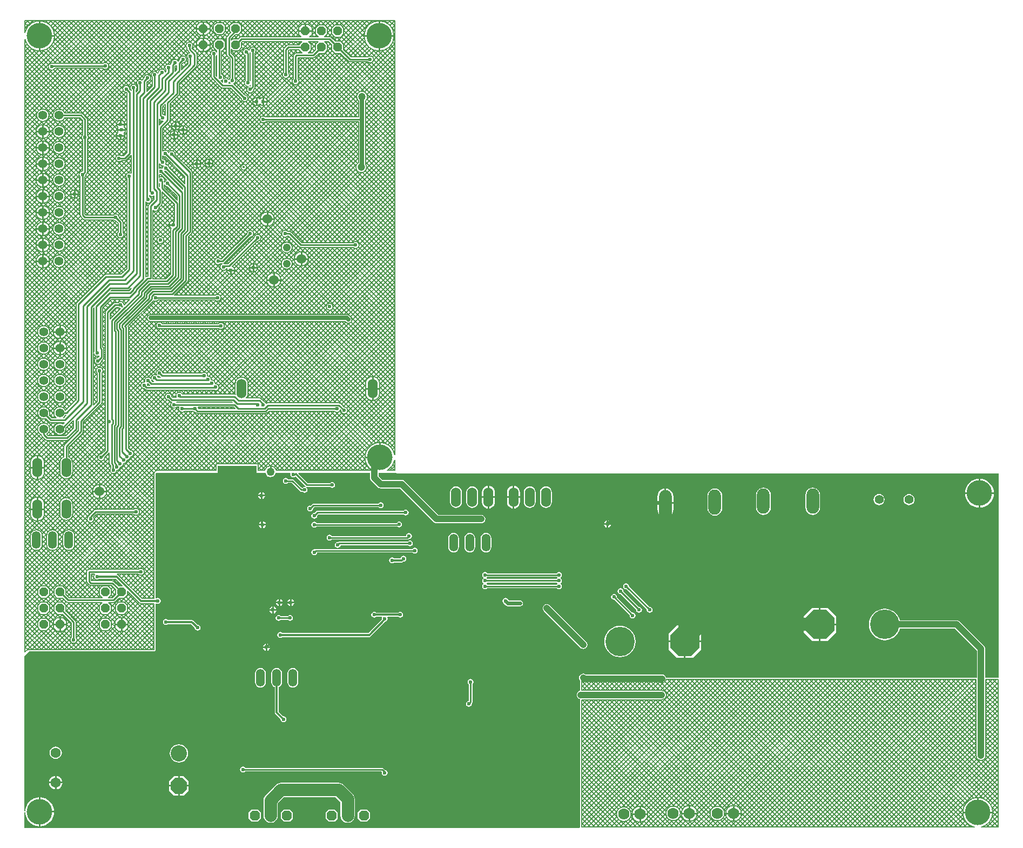
<source format=gtl>
G04*
G04 #@! TF.GenerationSoftware,Altium Limited,Altium Designer,18.0.7 (293)*
G04*
G04 Layer_Physical_Order=1*
G04 Layer_Color=255*
%FSLAX25Y25*%
%MOIN*%
G70*
G01*
G75*
%ADD22C,0.05600*%
%ADD30C,0.00800*%
%ADD31C,0.01000*%
%ADD32C,0.02362*%
%ADD33C,0.03937*%
%ADD34C,0.07874*%
%ADD35C,0.01181*%
%ADD36C,0.02500*%
%ADD37C,0.07500*%
%ADD38R,0.24000X0.07671*%
%ADD39C,0.07000*%
%ADD40O,0.06000X0.12000*%
%ADD41O,0.05400X0.10800*%
%ADD42O,0.07800X0.15600*%
%ADD43P,0.05845X8X292.5*%
%ADD44C,0.06299*%
%ADD45P,0.06818X8X202.5*%
%ADD46P,0.10824X8X292.5*%
%ADD47C,0.10000*%
%ADD48P,0.19591X8X202.5*%
%ADD49C,0.18100*%
%ADD50C,0.04800*%
%ADD51C,0.06000*%
%ADD52P,0.05845X8X202.5*%
%ADD53C,0.02362*%
%ADD54C,0.04724*%
%ADD55C,0.05000*%
%ADD56C,0.15748*%
%ADD57C,0.01575*%
G36*
X232300Y220961D02*
X232663Y220718D01*
X233093Y220633D01*
X603878D01*
Y94554D01*
X595589D01*
Y112502D01*
X595500Y113172D01*
X595242Y113797D01*
X594830Y114334D01*
X579833Y129331D01*
X579296Y129743D01*
X578672Y130001D01*
X578001Y130090D01*
X542851D01*
X542511Y131210D01*
X541615Y132886D01*
X540409Y134356D01*
X538940Y135562D01*
X537263Y136458D01*
X535444Y137009D01*
X533553Y137196D01*
X531661Y137009D01*
X529842Y136458D01*
X528165Y135562D01*
X526696Y134356D01*
X525490Y132886D01*
X524594Y131210D01*
X524042Y129391D01*
X523856Y127499D01*
X524042Y125607D01*
X524594Y123788D01*
X525490Y122112D01*
X526696Y120642D01*
X528165Y119437D01*
X529842Y118540D01*
X531661Y117989D01*
X533553Y117802D01*
X535444Y117989D01*
X537263Y118540D01*
X538940Y119437D01*
X540409Y120642D01*
X541615Y122112D01*
X542511Y123788D01*
X542851Y124908D01*
X576928D01*
X590407Y111429D01*
Y94554D01*
X398654D01*
X398639Y94670D01*
X398380Y95295D01*
X397968Y95832D01*
X397432Y96244D01*
X396807Y96502D01*
X396136Y96591D01*
X349064D01*
X348795Y96798D01*
X348170Y97056D01*
X347499Y97145D01*
X346829Y97056D01*
X346204Y96798D01*
X345667Y96386D01*
X345256Y95849D01*
X344997Y95224D01*
X344909Y94554D01*
X344997Y93883D01*
X345256Y93259D01*
X345424Y93039D01*
Y86515D01*
X345329Y86502D01*
X344705Y86244D01*
X344168Y85832D01*
X343756Y85295D01*
X343498Y84671D01*
X343409Y84000D01*
X343498Y83329D01*
X343756Y82705D01*
X344168Y82168D01*
X344705Y81756D01*
X345329Y81498D01*
X345424Y81485D01*
Y2593D01*
X344953Y2121D01*
X2622D01*
Y11585D01*
X3122Y11610D01*
X3254Y10260D01*
X3762Y8588D01*
X4586Y7046D01*
X5695Y5695D01*
X7046Y4586D01*
X8588Y3762D01*
X10260Y3254D01*
X11500Y3132D01*
Y12000D01*
Y20868D01*
X10260Y20746D01*
X8588Y20238D01*
X7046Y19414D01*
X5695Y18305D01*
X4586Y16954D01*
X3762Y15412D01*
X3254Y13740D01*
X3122Y12390D01*
X2622Y12415D01*
Y108122D01*
X5480Y110980D01*
X82500D01*
X82890Y111058D01*
X83221Y111279D01*
X83442Y111610D01*
X83520Y112000D01*
Y140246D01*
X83870Y140490D01*
X84007Y140521D01*
X84305Y140322D01*
X85000Y140184D01*
X85695Y140322D01*
X86284Y140716D01*
X86678Y141305D01*
X86816Y142000D01*
X86678Y142695D01*
X86284Y143284D01*
X85695Y143678D01*
X85000Y143816D01*
X84305Y143678D01*
X84007Y143479D01*
X83870Y143510D01*
X83520Y143754D01*
Y220671D01*
X83810Y220961D01*
X151444D01*
X151480Y220691D01*
X151792Y219937D01*
X152289Y219289D01*
X152937Y218792D01*
X153691Y218480D01*
X154500Y218373D01*
X155309Y218480D01*
X156063Y218792D01*
X156711Y219289D01*
X157208Y219937D01*
X157520Y220691D01*
X157556Y220961D01*
X166445D01*
X166776Y220461D01*
X166684Y220000D01*
X166822Y219305D01*
X167216Y218716D01*
X167805Y218322D01*
X168500Y218184D01*
X169195Y218322D01*
X169784Y218716D01*
X170161Y218753D01*
X176207Y212707D01*
X176207Y212707D01*
X176253Y212676D01*
X176058Y212205D01*
X175500Y212316D01*
X174805Y212178D01*
X174216Y211784D01*
X173691Y211895D01*
X168793Y216793D01*
X168429Y217036D01*
X168000Y217122D01*
X168000Y217122D01*
X165393D01*
X165284Y217284D01*
X164695Y217678D01*
X164000Y217816D01*
X163305Y217678D01*
X162716Y217284D01*
X162322Y216695D01*
X162184Y216000D01*
X162322Y215305D01*
X162716Y214716D01*
X163305Y214322D01*
X164000Y214184D01*
X164695Y214322D01*
X165284Y214716D01*
X165393Y214879D01*
X167535D01*
X172707Y209707D01*
X172707Y209707D01*
X173071Y209464D01*
X173500Y209379D01*
X174107D01*
X174216Y209216D01*
X174805Y208822D01*
X175500Y208684D01*
X176195Y208822D01*
X176784Y209216D01*
X177178Y209805D01*
X177316Y210500D01*
X177178Y211195D01*
X176784Y211784D01*
X176512Y211966D01*
X176707Y212437D01*
X177000Y212379D01*
X191107D01*
X191216Y212216D01*
X191805Y211822D01*
X192500Y211684D01*
X193195Y211822D01*
X193784Y212216D01*
X194178Y212805D01*
X194316Y213500D01*
X194178Y214195D01*
X193784Y214784D01*
X193195Y215178D01*
X192500Y215316D01*
X191805Y215178D01*
X191216Y214784D01*
X191107Y214621D01*
X177465D01*
X171587Y220499D01*
X171778Y220961D01*
X215909D01*
Y218000D01*
X215998Y217330D01*
X216256Y216705D01*
X216668Y216168D01*
X220668Y212168D01*
X221205Y211756D01*
X221830Y211498D01*
X222500Y211409D01*
X234427D01*
X255168Y190668D01*
X255705Y190256D01*
X256329Y189998D01*
X257000Y189909D01*
X284500D01*
X285171Y189998D01*
X285795Y190256D01*
X286332Y190668D01*
X286744Y191205D01*
X287002Y191830D01*
X287091Y192500D01*
X287002Y193170D01*
X286744Y193795D01*
X286332Y194332D01*
X285795Y194744D01*
X285171Y195002D01*
X284500Y195091D01*
X258073D01*
X237332Y215832D01*
X236795Y216244D01*
X236171Y216502D01*
X235500Y216591D01*
X223573D01*
X221091Y219073D01*
Y220961D01*
X232300D01*
X232300Y220961D01*
D02*
G37*
%LPC*%
G36*
X592500Y217368D02*
Y209000D01*
X600868D01*
X600746Y210240D01*
X600238Y211912D01*
X599414Y213454D01*
X598305Y214805D01*
X596954Y215914D01*
X595412Y216738D01*
X593740Y217246D01*
X592500Y217368D01*
D02*
G37*
G36*
X591500D02*
X590260Y217246D01*
X588588Y216738D01*
X587046Y215914D01*
X585695Y214805D01*
X584586Y213454D01*
X583762Y211912D01*
X583254Y210240D01*
X583132Y209000D01*
X591500D01*
Y217368D01*
D02*
G37*
G36*
X149500Y209124D02*
Y207500D01*
X151124D01*
X151055Y207851D01*
X150573Y208573D01*
X149851Y209055D01*
X149500Y209124D01*
D02*
G37*
G36*
X148500D02*
X148149Y209055D01*
X147427Y208573D01*
X146946Y207851D01*
X146876Y207500D01*
X148500D01*
Y209124D01*
D02*
G37*
G36*
X289500Y212969D02*
Y206500D01*
X293035D01*
Y209000D01*
X292897Y210044D01*
X292494Y211017D01*
X291853Y211853D01*
X291017Y212494D01*
X290044Y212897D01*
X289500Y212969D01*
D02*
G37*
G36*
X288500D02*
X287956Y212897D01*
X286983Y212494D01*
X286147Y211853D01*
X285506Y211017D01*
X285103Y210044D01*
X284965Y209000D01*
Y206500D01*
X288500D01*
Y212969D01*
D02*
G37*
G36*
X305000Y212969D02*
Y206500D01*
X308535D01*
Y209000D01*
X308397Y210044D01*
X307994Y211017D01*
X307353Y211853D01*
X306517Y212494D01*
X305544Y212897D01*
X305000Y212969D01*
D02*
G37*
G36*
X304000Y212969D02*
X303456Y212897D01*
X302483Y212494D01*
X301647Y211853D01*
X301006Y211017D01*
X300603Y210044D01*
X300465Y209000D01*
Y206500D01*
X304000D01*
Y212969D01*
D02*
G37*
G36*
X151124Y206500D02*
X149500D01*
Y204876D01*
X149851Y204945D01*
X150573Y205428D01*
X151055Y206149D01*
X151124Y206500D01*
D02*
G37*
G36*
X148500D02*
X146876D01*
X146946Y206149D01*
X147427Y205428D01*
X148149Y204945D01*
X148500Y204876D01*
Y206500D01*
D02*
G37*
G36*
X398700Y211277D02*
Y203000D01*
X403142D01*
Y206400D01*
X402974Y207679D01*
X402480Y208871D01*
X401695Y209895D01*
X400671Y210680D01*
X399479Y211174D01*
X398700Y211277D01*
D02*
G37*
G36*
X397700Y211277D02*
X396921Y211174D01*
X395729Y210680D01*
X394705Y209895D01*
X393920Y208871D01*
X393426Y207679D01*
X393258Y206400D01*
Y203000D01*
X397700D01*
Y211277D01*
D02*
G37*
G36*
X222500Y202816D02*
X221805Y202678D01*
X221216Y202284D01*
X221107Y202122D01*
X181000D01*
X181000Y202122D01*
X180571Y202036D01*
X180207Y201793D01*
X180207Y201793D01*
X179192Y200778D01*
X179000Y200816D01*
X178305Y200678D01*
X177716Y200284D01*
X177322Y199695D01*
X177184Y199000D01*
X177322Y198305D01*
X177716Y197716D01*
X178305Y197322D01*
X179000Y197184D01*
X179695Y197322D01*
X180284Y197716D01*
X180678Y198305D01*
X180816Y199000D01*
X180778Y199192D01*
X181465Y199878D01*
X221107D01*
X221216Y199716D01*
X221805Y199322D01*
X222500Y199184D01*
X223195Y199322D01*
X223784Y199716D01*
X224178Y200305D01*
X224316Y201000D01*
X224178Y201695D01*
X223784Y202284D01*
X223195Y202678D01*
X222500Y202816D01*
D02*
G37*
G36*
X548500Y207929D02*
X547612Y207812D01*
X546785Y207470D01*
X546075Y206925D01*
X545530Y206215D01*
X545188Y205388D01*
X545071Y204500D01*
X545188Y203612D01*
X545530Y202785D01*
X546075Y202075D01*
X546785Y201530D01*
X547612Y201187D01*
X548500Y201071D01*
X549388Y201187D01*
X550215Y201530D01*
X550925Y202075D01*
X551470Y202785D01*
X551813Y203612D01*
X551929Y204500D01*
X551813Y205388D01*
X551470Y206215D01*
X550925Y206925D01*
X550215Y207470D01*
X549388Y207812D01*
X548500Y207929D01*
D02*
G37*
G36*
X530079D02*
X529191Y207812D01*
X528364Y207470D01*
X527654Y206925D01*
X527109Y206215D01*
X526766Y205388D01*
X526649Y204500D01*
X526766Y203612D01*
X527109Y202785D01*
X527654Y202075D01*
X528364Y201530D01*
X529191Y201187D01*
X530079Y201071D01*
X530966Y201187D01*
X531793Y201530D01*
X532504Y202075D01*
X533049Y202785D01*
X533391Y203612D01*
X533508Y204500D01*
X533391Y205388D01*
X533049Y206215D01*
X532504Y206925D01*
X531793Y207470D01*
X530966Y207812D01*
X530079Y207929D01*
D02*
G37*
G36*
X600868Y208000D02*
X592500D01*
Y199632D01*
X593740Y199754D01*
X595412Y200262D01*
X596954Y201086D01*
X598305Y202195D01*
X599414Y203546D01*
X600238Y205088D01*
X600746Y206760D01*
X600868Y208000D01*
D02*
G37*
G36*
X591500D02*
X583132D01*
X583254Y206760D01*
X583762Y205088D01*
X584586Y203546D01*
X585695Y202195D01*
X587046Y201086D01*
X588588Y200262D01*
X590260Y199754D01*
X591500Y199632D01*
Y208000D01*
D02*
G37*
G36*
X324500Y212631D02*
X323560Y212507D01*
X322685Y212145D01*
X321933Y211567D01*
X321355Y210816D01*
X320993Y209940D01*
X320869Y209000D01*
Y203000D01*
X320993Y202060D01*
X321355Y201185D01*
X321933Y200432D01*
X322685Y199855D01*
X323560Y199493D01*
X324500Y199369D01*
X325440Y199493D01*
X326315Y199855D01*
X327067Y200432D01*
X327645Y201185D01*
X328007Y202060D01*
X328131Y203000D01*
Y209000D01*
X328007Y209940D01*
X327645Y210816D01*
X327067Y211567D01*
X326315Y212145D01*
X325440Y212507D01*
X324500Y212631D01*
D02*
G37*
G36*
X314500D02*
X313560Y212507D01*
X312684Y212145D01*
X311932Y211567D01*
X311355Y210816D01*
X310993Y209940D01*
X310869Y209000D01*
Y203000D01*
X310993Y202060D01*
X311355Y201185D01*
X311932Y200432D01*
X312684Y199855D01*
X313560Y199493D01*
X314500Y199369D01*
X315440Y199493D01*
X316316Y199855D01*
X317068Y200432D01*
X317645Y201185D01*
X318007Y202060D01*
X318131Y203000D01*
Y209000D01*
X318007Y209940D01*
X317645Y210816D01*
X317068Y211567D01*
X316316Y212145D01*
X315440Y212507D01*
X314500Y212631D01*
D02*
G37*
G36*
X279000D02*
X278060Y212507D01*
X277185Y212145D01*
X276432Y211567D01*
X275855Y210816D01*
X275493Y209940D01*
X275369Y209000D01*
Y203000D01*
X275493Y202060D01*
X275855Y201185D01*
X276432Y200432D01*
X277185Y199855D01*
X278060Y199493D01*
X279000Y199369D01*
X279940Y199493D01*
X280816Y199855D01*
X281568Y200432D01*
X282145Y201185D01*
X282507Y202060D01*
X282631Y203000D01*
Y209000D01*
X282507Y209940D01*
X282145Y210816D01*
X281568Y211567D01*
X280816Y212145D01*
X279940Y212507D01*
X279000Y212631D01*
D02*
G37*
G36*
X269000D02*
X268060Y212507D01*
X267184Y212145D01*
X266432Y211567D01*
X265855Y210816D01*
X265493Y209940D01*
X265369Y209000D01*
Y203000D01*
X265493Y202060D01*
X265855Y201185D01*
X266432Y200432D01*
X267184Y199855D01*
X268060Y199493D01*
X269000Y199369D01*
X269940Y199493D01*
X270815Y199855D01*
X271568Y200432D01*
X272145Y201185D01*
X272507Y202060D01*
X272631Y203000D01*
Y209000D01*
X272507Y209940D01*
X272145Y210816D01*
X271568Y211567D01*
X270815Y212145D01*
X269940Y212507D01*
X269000Y212631D01*
D02*
G37*
G36*
X308535Y205500D02*
X305000D01*
Y199031D01*
X305544Y199103D01*
X306517Y199506D01*
X307353Y200147D01*
X307994Y200983D01*
X308397Y201956D01*
X308535Y203000D01*
Y205500D01*
D02*
G37*
G36*
X293035Y205500D02*
X289500D01*
Y199031D01*
X290044Y199103D01*
X291017Y199506D01*
X291853Y200147D01*
X292494Y200983D01*
X292897Y201956D01*
X293035Y203000D01*
Y205500D01*
D02*
G37*
G36*
X288500D02*
X284965D01*
Y203000D01*
X285103Y201956D01*
X285506Y200983D01*
X286147Y200147D01*
X286983Y199506D01*
X287956Y199103D01*
X288500Y199031D01*
Y205500D01*
D02*
G37*
G36*
X304000Y205500D02*
X300465D01*
Y203000D01*
X300603Y201956D01*
X301006Y200983D01*
X301647Y200147D01*
X302483Y199506D01*
X303456Y199103D01*
X304000Y199031D01*
Y205500D01*
D02*
G37*
G36*
X238000Y198316D02*
X237305Y198178D01*
X236716Y197784D01*
X236607Y197622D01*
X183500D01*
X183500Y197622D01*
X183071Y197536D01*
X182707Y197293D01*
X182707Y197293D01*
X181692Y196278D01*
X181500Y196316D01*
X180805Y196178D01*
X180216Y195784D01*
X179822Y195195D01*
X179684Y194500D01*
X179822Y193805D01*
X180216Y193216D01*
X180805Y192822D01*
X181500Y192684D01*
X182195Y192822D01*
X182784Y193216D01*
X183178Y193805D01*
X183316Y194500D01*
X183278Y194692D01*
X183965Y195378D01*
X236607D01*
X236716Y195216D01*
X237305Y194822D01*
X238000Y194684D01*
X238695Y194822D01*
X239284Y195216D01*
X239678Y195805D01*
X239816Y196500D01*
X239678Y197195D01*
X239284Y197784D01*
X238695Y198178D01*
X238000Y198316D01*
D02*
G37*
G36*
X489118Y211939D02*
X487943Y211784D01*
X486849Y211331D01*
X485909Y210609D01*
X485187Y209669D01*
X484734Y208575D01*
X484579Y207400D01*
Y199600D01*
X484734Y198425D01*
X485187Y197331D01*
X485909Y196391D01*
X486849Y195669D01*
X487943Y195216D01*
X489118Y195061D01*
X490293Y195216D01*
X491388Y195669D01*
X492327Y196391D01*
X493049Y197331D01*
X493502Y198425D01*
X493657Y199600D01*
Y207400D01*
X493502Y208575D01*
X493049Y209669D01*
X492327Y210609D01*
X491388Y211331D01*
X490293Y211784D01*
X489118Y211939D01*
D02*
G37*
G36*
X458718D02*
X457543Y211784D01*
X456449Y211331D01*
X455509Y210609D01*
X454787Y209669D01*
X454334Y208575D01*
X454179Y207400D01*
Y199600D01*
X454334Y198425D01*
X454787Y197331D01*
X455509Y196391D01*
X456449Y195669D01*
X457543Y195216D01*
X458718Y195061D01*
X459893Y195216D01*
X460988Y195669D01*
X461928Y196391D01*
X462649Y197331D01*
X463102Y198425D01*
X463257Y199600D01*
Y207400D01*
X463102Y208575D01*
X462649Y209669D01*
X461928Y210609D01*
X460988Y211331D01*
X459893Y211784D01*
X458718Y211939D01*
D02*
G37*
G36*
X428700Y211439D02*
X427525Y211284D01*
X426431Y210831D01*
X425491Y210109D01*
X424769Y209169D01*
X424316Y208075D01*
X424161Y206900D01*
Y199100D01*
X424316Y197925D01*
X424769Y196831D01*
X425491Y195891D01*
X426431Y195169D01*
X427525Y194716D01*
X428700Y194561D01*
X429875Y194716D01*
X430969Y195169D01*
X431909Y195891D01*
X432631Y196831D01*
X433084Y197925D01*
X433239Y199100D01*
Y206900D01*
X433084Y208075D01*
X432631Y209169D01*
X431909Y210109D01*
X430969Y210831D01*
X429875Y211284D01*
X428700Y211439D01*
D02*
G37*
G36*
X403142Y202000D02*
X398700D01*
Y193724D01*
X399479Y193826D01*
X400671Y194320D01*
X401695Y195105D01*
X402480Y196129D01*
X402974Y197321D01*
X403142Y198600D01*
Y202000D01*
D02*
G37*
G36*
X397700D02*
X393258D01*
Y198600D01*
X393426Y197321D01*
X393920Y196129D01*
X394705Y195105D01*
X395729Y194320D01*
X396921Y193826D01*
X397700Y193723D01*
Y202000D01*
D02*
G37*
G36*
X233825Y190991D02*
X233130Y190853D01*
X232541Y190459D01*
X232316Y190122D01*
X182893D01*
X182784Y190284D01*
X182195Y190678D01*
X181500Y190816D01*
X180805Y190678D01*
X180216Y190284D01*
X179822Y189695D01*
X179684Y189000D01*
X179822Y188305D01*
X180216Y187716D01*
X180805Y187322D01*
X181500Y187184D01*
X182195Y187322D01*
X182784Y187716D01*
X182893Y187878D01*
X232559D01*
X233130Y187497D01*
X233825Y187359D01*
X234520Y187497D01*
X235109Y187891D01*
X235503Y188480D01*
X235641Y189175D01*
X235503Y189870D01*
X235109Y190459D01*
X234520Y190853D01*
X233825Y190991D01*
D02*
G37*
G36*
X363000Y191624D02*
Y190000D01*
X364624D01*
X364555Y190351D01*
X364072Y191072D01*
X363351Y191554D01*
X363000Y191624D01*
D02*
G37*
G36*
X362000D02*
X361649Y191554D01*
X360928Y191072D01*
X360445Y190351D01*
X360376Y190000D01*
X362000D01*
Y191624D01*
D02*
G37*
G36*
X150000Y191124D02*
Y189500D01*
X151624D01*
X151555Y189851D01*
X151073Y190573D01*
X150351Y191054D01*
X150000Y191124D01*
D02*
G37*
G36*
X149000D02*
X148649Y191054D01*
X147927Y190573D01*
X147445Y189851D01*
X147376Y189500D01*
X149000D01*
Y191124D01*
D02*
G37*
G36*
X364624Y189000D02*
X363000D01*
Y187376D01*
X363351Y187445D01*
X364072Y187927D01*
X364555Y188649D01*
X364624Y189000D01*
D02*
G37*
G36*
X362000D02*
X360376D01*
X360445Y188649D01*
X360928Y187927D01*
X361649Y187445D01*
X362000Y187376D01*
Y189000D01*
D02*
G37*
G36*
X151624Y188500D02*
X150000D01*
Y186876D01*
X150351Y186945D01*
X151073Y187427D01*
X151555Y188149D01*
X151624Y188500D01*
D02*
G37*
G36*
X149000D02*
X147376D01*
X147445Y188149D01*
X147927Y187427D01*
X148649Y186945D01*
X149000Y186876D01*
Y188500D01*
D02*
G37*
G36*
X240000Y183816D02*
X239305Y183678D01*
X238716Y183284D01*
X238322Y182695D01*
X238208Y182122D01*
X192393D01*
X192284Y182284D01*
X191695Y182678D01*
X191000Y182816D01*
X190305Y182678D01*
X189716Y182284D01*
X189322Y181695D01*
X189184Y181000D01*
X189322Y180305D01*
X189716Y179716D01*
X190305Y179322D01*
X191000Y179184D01*
X191695Y179322D01*
X192284Y179716D01*
X192393Y179878D01*
X239000D01*
X239000Y179878D01*
X239429Y179964D01*
X239793Y180207D01*
X239808Y180222D01*
X240000Y180184D01*
X240695Y180322D01*
X241284Y180716D01*
X241678Y181305D01*
X241816Y182000D01*
X241678Y182695D01*
X241284Y183284D01*
X240695Y183678D01*
X240000Y183816D01*
D02*
G37*
G36*
X240500Y179316D02*
X239805Y179178D01*
X239216Y178784D01*
X239107Y178622D01*
X197000D01*
X196571Y178536D01*
X196207Y178293D01*
X196207Y178293D01*
X196192Y178278D01*
X196000Y178316D01*
X195305Y178178D01*
X194716Y177784D01*
X194322Y177195D01*
X194184Y176500D01*
X194322Y175805D01*
X194716Y175216D01*
X195305Y174822D01*
X196000Y174684D01*
X196695Y174822D01*
X197284Y175216D01*
X197678Y175805D01*
X197792Y176378D01*
X239107D01*
X239216Y176216D01*
X239805Y175822D01*
X240500Y175684D01*
X241195Y175822D01*
X241784Y176216D01*
X242178Y176805D01*
X242316Y177500D01*
X242178Y178195D01*
X241784Y178784D01*
X241195Y179178D01*
X240500Y179316D01*
D02*
G37*
G36*
X243500Y174816D02*
X242805Y174678D01*
X242216Y174284D01*
X242107Y174122D01*
X182500D01*
X182071Y174036D01*
X181707Y173793D01*
X181707Y173793D01*
X181692Y173778D01*
X181500Y173816D01*
X180805Y173678D01*
X180216Y173284D01*
X179822Y172695D01*
X179684Y172000D01*
X179822Y171305D01*
X180216Y170716D01*
X180805Y170322D01*
X181500Y170184D01*
X182195Y170322D01*
X182784Y170716D01*
X183178Y171305D01*
X183292Y171878D01*
X242107D01*
X242216Y171716D01*
X242805Y171322D01*
X243500Y171184D01*
X244195Y171322D01*
X244784Y171716D01*
X245178Y172305D01*
X245316Y173000D01*
X245178Y173695D01*
X244784Y174284D01*
X244195Y174678D01*
X243500Y174816D01*
D02*
G37*
G36*
X287500Y184028D02*
X286638Y183915D01*
X285836Y183582D01*
X285146Y183054D01*
X284617Y182364D01*
X284285Y181562D01*
X284172Y180700D01*
Y175300D01*
X284285Y174439D01*
X284617Y173636D01*
X285146Y172946D01*
X285836Y172417D01*
X286638Y172085D01*
X287500Y171971D01*
X288362Y172085D01*
X289164Y172417D01*
X289854Y172946D01*
X290383Y173636D01*
X290715Y174439D01*
X290828Y175300D01*
Y180700D01*
X290715Y181562D01*
X290383Y182364D01*
X289854Y183054D01*
X289164Y183582D01*
X288362Y183915D01*
X287500Y184028D01*
D02*
G37*
G36*
X277500D02*
X276639Y183915D01*
X275836Y183582D01*
X275146Y183054D01*
X274618Y182364D01*
X274285Y181562D01*
X274171Y180700D01*
Y175300D01*
X274285Y174439D01*
X274618Y173636D01*
X275146Y172946D01*
X275836Y172417D01*
X276639Y172085D01*
X277500Y171971D01*
X278362Y172085D01*
X279164Y172417D01*
X279854Y172946D01*
X280382Y173636D01*
X280715Y174439D01*
X280828Y175300D01*
Y180700D01*
X280715Y181562D01*
X280382Y182364D01*
X279854Y183054D01*
X279164Y183582D01*
X278362Y183915D01*
X277500Y184028D01*
D02*
G37*
G36*
X267500D02*
X266638Y183915D01*
X265836Y183582D01*
X265146Y183054D01*
X264617Y182364D01*
X264285Y181562D01*
X264172Y180700D01*
Y175300D01*
X264285Y174439D01*
X264617Y173636D01*
X265146Y172946D01*
X265836Y172417D01*
X266638Y172085D01*
X267500Y171971D01*
X268361Y172085D01*
X269164Y172417D01*
X269854Y172946D01*
X270382Y173636D01*
X270715Y174439D01*
X270829Y175300D01*
Y180700D01*
X270715Y181562D01*
X270382Y182364D01*
X269854Y183054D01*
X269164Y183582D01*
X268361Y183915D01*
X267500Y184028D01*
D02*
G37*
G36*
X236500Y169816D02*
X235805Y169678D01*
X235216Y169284D01*
X234822Y168695D01*
X234727Y168214D01*
X230831D01*
X230784Y168284D01*
X230195Y168678D01*
X229500Y168816D01*
X228805Y168678D01*
X228216Y168284D01*
X227822Y167695D01*
X227684Y167000D01*
X227822Y166305D01*
X228216Y165716D01*
X228805Y165322D01*
X229500Y165184D01*
X230195Y165322D01*
X230784Y165716D01*
X230831Y165786D01*
X235500D01*
X235500Y165786D01*
X235964Y165878D01*
X236358Y166142D01*
X236417Y166200D01*
X236500Y166184D01*
X237195Y166322D01*
X237784Y166716D01*
X238178Y167305D01*
X238316Y168000D01*
X238178Y168695D01*
X237784Y169284D01*
X237195Y169678D01*
X236500Y169816D01*
D02*
G37*
G36*
X332500Y159816D02*
X331805Y159678D01*
X331216Y159284D01*
X331107Y159122D01*
X288393D01*
X288284Y159284D01*
X287695Y159678D01*
X287000Y159816D01*
X286305Y159678D01*
X285716Y159284D01*
X285322Y158695D01*
X285184Y158000D01*
X285322Y157305D01*
X285716Y156716D01*
X285963Y156551D01*
Y155949D01*
X285716Y155784D01*
X285322Y155195D01*
X285184Y154500D01*
X285322Y153805D01*
X285716Y153216D01*
X285963Y153051D01*
Y152449D01*
X285716Y152284D01*
X285322Y151695D01*
X285184Y151000D01*
X285322Y150305D01*
X285716Y149716D01*
X286305Y149322D01*
X287000Y149184D01*
X287695Y149322D01*
X288284Y149716D01*
X288393Y149878D01*
X331107D01*
X331216Y149716D01*
X331805Y149322D01*
X332500Y149184D01*
X333195Y149322D01*
X333784Y149716D01*
X334178Y150305D01*
X334316Y151000D01*
X334178Y151695D01*
X333784Y152284D01*
X333537Y152449D01*
Y153051D01*
X333784Y153216D01*
X334178Y153805D01*
X334316Y154500D01*
X334178Y155195D01*
X333784Y155784D01*
X333537Y155949D01*
Y156551D01*
X333784Y156716D01*
X334178Y157305D01*
X334316Y158000D01*
X334178Y158695D01*
X333784Y159284D01*
X333195Y159678D01*
X332500Y159816D01*
D02*
G37*
G36*
X167500Y143124D02*
Y141500D01*
X169124D01*
X169054Y141851D01*
X168572Y142572D01*
X167851Y143054D01*
X167500Y143124D01*
D02*
G37*
G36*
X166500D02*
X166149Y143054D01*
X165427Y142572D01*
X164945Y141851D01*
X164876Y141500D01*
X166500D01*
Y143124D01*
D02*
G37*
G36*
X160500D02*
Y141500D01*
X162124D01*
X162055Y141851D01*
X161573Y142572D01*
X160851Y143054D01*
X160500Y143124D01*
D02*
G37*
G36*
X159500D02*
X159149Y143054D01*
X158428Y142572D01*
X157946Y141851D01*
X157876Y141500D01*
X159500D01*
Y143124D01*
D02*
G37*
G36*
X169124Y140500D02*
X167500D01*
Y138876D01*
X167851Y138945D01*
X168572Y139427D01*
X169054Y140149D01*
X169124Y140500D01*
D02*
G37*
G36*
X166500D02*
X164876D01*
X164945Y140149D01*
X165427Y139427D01*
X166149Y138945D01*
X166500Y138876D01*
Y140500D01*
D02*
G37*
G36*
X162124D02*
X160500D01*
Y138876D01*
X160851Y138945D01*
X161573Y139427D01*
X162055Y140149D01*
X162124Y140500D01*
D02*
G37*
G36*
X159500D02*
X157876D01*
X157946Y140149D01*
X158428Y139427D01*
X159149Y138945D01*
X159500Y138876D01*
Y140500D01*
D02*
G37*
G36*
X299500Y143816D02*
X298805Y143678D01*
X298216Y143284D01*
X297822Y142695D01*
X297684Y142000D01*
X297822Y141305D01*
X298216Y140716D01*
X299716Y139216D01*
X300305Y138822D01*
X301000Y138684D01*
X308500D01*
X309195Y138822D01*
X309784Y139216D01*
X310178Y139805D01*
X310316Y140500D01*
X310178Y141195D01*
X309784Y141784D01*
X309195Y142178D01*
X308500Y142316D01*
X301752D01*
X300784Y143284D01*
X300195Y143678D01*
X299500Y143816D01*
D02*
G37*
G36*
X156500Y138624D02*
Y137000D01*
X158124D01*
X158054Y137351D01*
X157572Y138073D01*
X156851Y138555D01*
X156500Y138624D01*
D02*
G37*
G36*
X155500D02*
X155149Y138555D01*
X154428Y138073D01*
X153946Y137351D01*
X153876Y137000D01*
X155500D01*
Y138624D01*
D02*
G37*
G36*
X234500Y135316D02*
X233805Y135178D01*
X233216Y134784D01*
X233169Y134714D01*
X219831D01*
X219784Y134784D01*
X219195Y135178D01*
X218500Y135316D01*
X217805Y135178D01*
X217216Y134784D01*
X216822Y134195D01*
X216684Y133500D01*
X216822Y132805D01*
X217216Y132216D01*
X217805Y131822D01*
X218500Y131684D01*
X219195Y131822D01*
X219784Y132216D01*
X219831Y132286D01*
X223116D01*
X223383Y131786D01*
X223322Y131695D01*
X223184Y131000D01*
X223283Y130500D01*
X214997Y122214D01*
X161831D01*
X161784Y122284D01*
X161195Y122678D01*
X160500Y122816D01*
X159805Y122678D01*
X159216Y122284D01*
X158822Y121695D01*
X158684Y121000D01*
X158822Y120305D01*
X159216Y119716D01*
X159805Y119322D01*
X160500Y119184D01*
X161195Y119322D01*
X161784Y119716D01*
X161831Y119786D01*
X215500D01*
X215500Y119786D01*
X215965Y119878D01*
X216358Y120142D01*
X225500Y129283D01*
X225695Y129322D01*
X226284Y129716D01*
X226678Y130305D01*
X226816Y131000D01*
X226678Y131695D01*
X226617Y131786D01*
X226884Y132286D01*
X233169D01*
X233216Y132216D01*
X233805Y131822D01*
X234500Y131684D01*
X235195Y131822D01*
X235784Y132216D01*
X236178Y132805D01*
X236316Y133500D01*
X236178Y134195D01*
X235784Y134784D01*
X235195Y135178D01*
X234500Y135316D01*
D02*
G37*
G36*
X374000Y152816D02*
X373305Y152678D01*
X372716Y152284D01*
X372322Y151695D01*
X372184Y151000D01*
X372322Y150305D01*
X372716Y149716D01*
X373305Y149322D01*
X374000Y149184D01*
X374192Y149222D01*
X386722Y136692D01*
X386684Y136500D01*
X386822Y135805D01*
X387216Y135216D01*
X387805Y134822D01*
X388500Y134684D01*
X389195Y134822D01*
X389784Y135216D01*
X390178Y135805D01*
X390316Y136500D01*
X390178Y137195D01*
X389784Y137784D01*
X389195Y138178D01*
X388500Y138316D01*
X388308Y138278D01*
X375778Y150808D01*
X375816Y151000D01*
X375678Y151695D01*
X375284Y152284D01*
X374695Y152678D01*
X374000Y152816D01*
D02*
G37*
G36*
X370500Y149816D02*
X369805Y149678D01*
X369216Y149284D01*
X368822Y148695D01*
X368684Y148000D01*
X368822Y147305D01*
X369216Y146716D01*
X369805Y146322D01*
X370500Y146184D01*
X370692Y146222D01*
X380222Y136692D01*
X380184Y136500D01*
X380322Y135805D01*
X380716Y135216D01*
X381305Y134822D01*
X382000Y134684D01*
X382695Y134822D01*
X383284Y135216D01*
X383678Y135805D01*
X383816Y136500D01*
X383678Y137195D01*
X383284Y137784D01*
X382695Y138178D01*
X382000Y138316D01*
X381808Y138278D01*
X372278Y147808D01*
X372316Y148000D01*
X372178Y148695D01*
X371784Y149284D01*
X371195Y149678D01*
X370500Y149816D01*
D02*
G37*
G36*
X158124Y136000D02*
X156500D01*
Y134376D01*
X156851Y134446D01*
X157572Y134927D01*
X158054Y135649D01*
X158124Y136000D01*
D02*
G37*
G36*
X155500D02*
X153876D01*
X153946Y135649D01*
X154428Y134927D01*
X155149Y134446D01*
X155500Y134376D01*
Y136000D01*
D02*
G37*
G36*
X166500Y133316D02*
X165805Y133178D01*
X165216Y132784D01*
X165107Y132622D01*
X160893D01*
X160784Y132784D01*
X160195Y133178D01*
X159500Y133316D01*
X158805Y133178D01*
X158216Y132784D01*
X157822Y132195D01*
X157684Y131500D01*
X157822Y130805D01*
X158216Y130216D01*
X158805Y129822D01*
X159500Y129684D01*
X160195Y129822D01*
X160784Y130216D01*
X160893Y130378D01*
X165107D01*
X165216Y130216D01*
X165805Y129822D01*
X166500Y129684D01*
X167195Y129822D01*
X167784Y130216D01*
X168178Y130805D01*
X168316Y131500D01*
X168178Y132195D01*
X167784Y132784D01*
X167195Y133178D01*
X166500Y133316D01*
D02*
G37*
G36*
X366500Y146316D02*
X365805Y146178D01*
X365216Y145784D01*
X364822Y145195D01*
X364684Y144500D01*
X364822Y143805D01*
X365216Y143216D01*
X365805Y142822D01*
X366500Y142684D01*
X366692Y142722D01*
X376222Y133192D01*
X376184Y133000D01*
X376322Y132305D01*
X376716Y131716D01*
X377305Y131322D01*
X378000Y131184D01*
X378695Y131322D01*
X379284Y131716D01*
X379678Y132305D01*
X379816Y133000D01*
X379678Y133695D01*
X379284Y134284D01*
X378695Y134678D01*
X378000Y134816D01*
X377808Y134778D01*
X368278Y144308D01*
X368316Y144500D01*
X368178Y145195D01*
X367784Y145784D01*
X367195Y146178D01*
X366500Y146316D01*
D02*
G37*
G36*
X498577Y137549D02*
X494053D01*
Y127999D01*
X503603D01*
Y132524D01*
X498577Y137549D01*
D02*
G37*
G36*
X493052D02*
X488527D01*
X483502Y132524D01*
Y127999D01*
X493052D01*
Y137549D01*
D02*
G37*
G36*
X90000Y130816D02*
X89305Y130678D01*
X88716Y130284D01*
X88322Y129695D01*
X88184Y129000D01*
X88322Y128305D01*
X88716Y127716D01*
X89305Y127322D01*
X90000Y127184D01*
X90695Y127322D01*
X91284Y127716D01*
X91331Y127786D01*
X105497D01*
X107701Y125583D01*
X107684Y125500D01*
X107822Y124805D01*
X108216Y124216D01*
X108805Y123822D01*
X109500Y123684D01*
X110195Y123822D01*
X110784Y124216D01*
X111178Y124805D01*
X111316Y125500D01*
X111178Y126195D01*
X110784Y126784D01*
X110195Y127178D01*
X109500Y127316D01*
X109417Y127299D01*
X106858Y129858D01*
X106465Y130122D01*
X106000Y130214D01*
X106000Y130214D01*
X91331D01*
X91284Y130284D01*
X90695Y130678D01*
X90000Y130816D01*
D02*
G37*
G36*
X415176Y127050D02*
X410651D01*
Y117500D01*
X420201D01*
Y122025D01*
X415176Y127050D01*
D02*
G37*
G36*
X409651D02*
X405126D01*
X400101Y122025D01*
Y117500D01*
X409651D01*
Y127050D01*
D02*
G37*
G36*
X503603Y126999D02*
X494053D01*
Y117449D01*
X498577D01*
X503603Y122474D01*
Y126999D01*
D02*
G37*
G36*
X493052D02*
X483502D01*
Y122474D01*
X488527Y117449D01*
X493052D01*
Y126999D01*
D02*
G37*
G36*
X152500Y115624D02*
Y114000D01*
X154124D01*
X154054Y114351D01*
X153572Y115073D01*
X152851Y115554D01*
X152500Y115624D01*
D02*
G37*
G36*
X151500D02*
X151149Y115554D01*
X150427Y115073D01*
X149945Y114351D01*
X149876Y114000D01*
X151500D01*
Y115624D01*
D02*
G37*
G36*
X325000Y140091D02*
X324329Y140002D01*
X323705Y139744D01*
X323168Y139332D01*
X322756Y138795D01*
X322498Y138171D01*
X322409Y137500D01*
X322498Y136829D01*
X322756Y136205D01*
X323168Y135668D01*
X345668Y113168D01*
X346205Y112756D01*
X346830Y112498D01*
X347500Y112409D01*
X348170Y112498D01*
X348795Y112756D01*
X349332Y113168D01*
X349744Y113705D01*
X350002Y114330D01*
X350091Y115000D01*
X350002Y115671D01*
X349744Y116295D01*
X349332Y116832D01*
X326832Y139332D01*
X326295Y139744D01*
X325671Y140002D01*
X325000Y140091D01*
D02*
G37*
G36*
X154124Y113000D02*
X152500D01*
Y111376D01*
X152851Y111445D01*
X153572Y111927D01*
X154054Y112649D01*
X154124Y113000D01*
D02*
G37*
G36*
X151500D02*
X149876D01*
X149945Y112649D01*
X150427Y111927D01*
X151149Y111445D01*
X151500Y111376D01*
Y113000D01*
D02*
G37*
G36*
X370151Y126697D02*
X368259Y126510D01*
X366440Y125959D01*
X364763Y125063D01*
X363294Y123857D01*
X362088Y122387D01*
X361192Y120711D01*
X360640Y118892D01*
X360454Y117000D01*
X360640Y115108D01*
X361192Y113289D01*
X362088Y111613D01*
X363294Y110143D01*
X364763Y108938D01*
X366440Y108041D01*
X368259Y107490D01*
X370151Y107303D01*
X372042Y107490D01*
X373861Y108041D01*
X375538Y108938D01*
X377007Y110143D01*
X378213Y111613D01*
X379109Y113289D01*
X379661Y115108D01*
X379847Y117000D01*
X379661Y118892D01*
X379109Y120711D01*
X378213Y122387D01*
X377007Y123857D01*
X375538Y125063D01*
X373861Y125959D01*
X372042Y126510D01*
X370151Y126697D01*
D02*
G37*
G36*
X420201Y116500D02*
X410651D01*
Y106950D01*
X415176D01*
X420201Y111975D01*
Y116500D01*
D02*
G37*
G36*
X409651D02*
X400101D01*
Y111975D01*
X405126Y106950D01*
X409651D01*
Y116500D01*
D02*
G37*
G36*
X168353Y100657D02*
X167492Y100544D01*
X166689Y100212D01*
X165999Y99683D01*
X165471Y98993D01*
X165138Y98190D01*
X165025Y97329D01*
Y91929D01*
X165138Y91068D01*
X165471Y90265D01*
X165999Y89575D01*
X166689Y89047D01*
X167492Y88714D01*
X168353Y88601D01*
X169215Y88714D01*
X170017Y89047D01*
X170707Y89575D01*
X171236Y90265D01*
X171568Y91068D01*
X171682Y91929D01*
Y97329D01*
X171568Y98190D01*
X171236Y98993D01*
X170707Y99683D01*
X170017Y100212D01*
X169215Y100544D01*
X168353Y100657D01*
D02*
G37*
G36*
X148353D02*
X147492Y100544D01*
X146689Y100212D01*
X146000Y99683D01*
X145471Y98993D01*
X145138Y98190D01*
X145025Y97329D01*
Y91929D01*
X145138Y91068D01*
X145471Y90265D01*
X146000Y89575D01*
X146689Y89047D01*
X147492Y88714D01*
X148353Y88601D01*
X149215Y88714D01*
X150017Y89047D01*
X150707Y89575D01*
X151236Y90265D01*
X151568Y91068D01*
X151682Y91929D01*
Y97329D01*
X151568Y98190D01*
X151236Y98993D01*
X150707Y99683D01*
X150017Y100212D01*
X149215Y100544D01*
X148353Y100657D01*
D02*
G37*
G36*
X278000Y93816D02*
X277305Y93678D01*
X276716Y93284D01*
X276322Y92695D01*
X276184Y92000D01*
X276322Y91305D01*
X276716Y90716D01*
X276878Y90607D01*
Y80292D01*
X276305Y80178D01*
X275716Y79784D01*
X275322Y79195D01*
X275184Y78500D01*
X275322Y77805D01*
X275716Y77216D01*
X276305Y76822D01*
X277000Y76684D01*
X277695Y76822D01*
X278284Y77216D01*
X278678Y77805D01*
X278816Y78500D01*
X278778Y78692D01*
X278793Y78707D01*
X278793Y78707D01*
X279036Y79071D01*
X279121Y79500D01*
Y90607D01*
X279284Y90716D01*
X279678Y91305D01*
X279816Y92000D01*
X279678Y92695D01*
X279284Y93284D01*
X278695Y93678D01*
X278000Y93816D01*
D02*
G37*
G36*
X158353Y100657D02*
X157492Y100544D01*
X156689Y100212D01*
X156000Y99683D01*
X155471Y98993D01*
X155138Y98190D01*
X155025Y97329D01*
Y91929D01*
X155138Y91068D01*
X155471Y90265D01*
X156000Y89575D01*
X156689Y89047D01*
X157139Y88860D01*
Y73147D01*
X157139Y73147D01*
X157232Y72682D01*
X157495Y72289D01*
X160701Y69083D01*
X160684Y69000D01*
X160822Y68305D01*
X161216Y67716D01*
X161805Y67322D01*
X162500Y67184D01*
X163195Y67322D01*
X163784Y67716D01*
X164178Y68305D01*
X164316Y69000D01*
X164178Y69695D01*
X163784Y70284D01*
X163195Y70678D01*
X162500Y70816D01*
X162417Y70799D01*
X159567Y73650D01*
Y88860D01*
X160017Y89047D01*
X160707Y89575D01*
X161236Y90265D01*
X161568Y91068D01*
X161682Y91929D01*
Y97329D01*
X161568Y98190D01*
X161236Y98993D01*
X160707Y99683D01*
X160017Y100212D01*
X159215Y100544D01*
X158353Y100657D01*
D02*
G37*
G36*
X22000Y52203D02*
X21021Y52074D01*
X20109Y51696D01*
X19326Y51095D01*
X18725Y50312D01*
X18347Y49400D01*
X18218Y48421D01*
X18347Y47442D01*
X18725Y46530D01*
X19326Y45747D01*
X20109Y45146D01*
X21021Y44768D01*
X22000Y44639D01*
X22979Y44768D01*
X23891Y45146D01*
X24674Y45747D01*
X25275Y46530D01*
X25653Y47442D01*
X25782Y48421D01*
X25653Y49400D01*
X25275Y50312D01*
X24674Y51095D01*
X23891Y51696D01*
X22979Y52074D01*
X22000Y52203D01*
D02*
G37*
G36*
X98000Y53648D02*
X96538Y53456D01*
X95176Y52892D01*
X94006Y51994D01*
X93108Y50824D01*
X92544Y49462D01*
X92352Y48000D01*
X92544Y46538D01*
X93108Y45176D01*
X94006Y44006D01*
X95176Y43108D01*
X96538Y42544D01*
X98000Y42352D01*
X99462Y42544D01*
X100824Y43108D01*
X101994Y44006D01*
X102892Y45176D01*
X103456Y46538D01*
X103648Y48000D01*
X103456Y49462D01*
X102892Y50824D01*
X101994Y51994D01*
X100824Y52892D01*
X99462Y53456D01*
X98000Y53648D01*
D02*
G37*
G36*
X137500Y39816D02*
X136805Y39678D01*
X136216Y39284D01*
X135822Y38695D01*
X135684Y38000D01*
X135822Y37305D01*
X136216Y36716D01*
X136805Y36322D01*
X137500Y36184D01*
X138195Y36322D01*
X138784Y36716D01*
X138893Y36878D01*
X222930D01*
X223279Y36479D01*
X223184Y36000D01*
X223322Y35305D01*
X223716Y34716D01*
X224305Y34322D01*
X225000Y34184D01*
X225695Y34322D01*
X226284Y34716D01*
X226678Y35305D01*
X226816Y36000D01*
X226678Y36695D01*
X226284Y37284D01*
X225695Y37678D01*
X225337Y37749D01*
X224293Y38793D01*
X223929Y39036D01*
X223500Y39122D01*
X223500Y39122D01*
X138893D01*
X138784Y39284D01*
X138195Y39678D01*
X137500Y39816D01*
D02*
G37*
G36*
X22500Y34120D02*
Y30500D01*
X26120D01*
X26043Y31083D01*
X25625Y32093D01*
X24960Y32959D01*
X24093Y33625D01*
X23083Y34043D01*
X22500Y34120D01*
D02*
G37*
G36*
X21500D02*
X20917Y34043D01*
X19907Y33625D01*
X19040Y32959D01*
X18375Y32093D01*
X17957Y31083D01*
X17880Y30500D01*
X21500D01*
Y34120D01*
D02*
G37*
G36*
X101000Y34000D02*
X98500D01*
Y28500D01*
X104000D01*
Y31000D01*
X101000Y34000D01*
D02*
G37*
G36*
X97500D02*
X95000D01*
X92000Y31000D01*
Y28500D01*
X97500D01*
Y34000D01*
D02*
G37*
G36*
X26120Y29500D02*
X22500D01*
Y25880D01*
X23083Y25957D01*
X24093Y26375D01*
X24960Y27040D01*
X25625Y27907D01*
X26043Y28917D01*
X26120Y29500D01*
D02*
G37*
G36*
X21500D02*
X17880D01*
X17957Y28917D01*
X18375Y27907D01*
X19040Y27040D01*
X19907Y26375D01*
X20917Y25957D01*
X21500Y25880D01*
Y29500D01*
D02*
G37*
G36*
X104000Y27500D02*
X98500D01*
Y22000D01*
X101000D01*
X104000Y25000D01*
Y27500D01*
D02*
G37*
G36*
X97500D02*
X92000D01*
Y25000D01*
X95000Y22000D01*
X97500D01*
Y27500D01*
D02*
G37*
G36*
X12500Y20868D02*
Y12500D01*
X20868D01*
X20746Y13740D01*
X20238Y15412D01*
X19414Y16954D01*
X18305Y18305D01*
X16954Y19414D01*
X15412Y20238D01*
X13740Y20746D01*
X12500Y20868D01*
D02*
G37*
G36*
X213993Y13350D02*
X210243D01*
X208368Y11475D01*
Y7725D01*
X210243Y5850D01*
X213993D01*
X215868Y7725D01*
Y11475D01*
X213993Y13350D01*
D02*
G37*
G36*
X194175D02*
X190425D01*
X188550Y11475D01*
Y7725D01*
X190425Y5850D01*
X194175D01*
X196050Y7725D01*
Y11475D01*
X194175Y13350D01*
D02*
G37*
G36*
X166493D02*
X162743D01*
X160869Y11475D01*
Y7725D01*
X162743Y5850D01*
X166493D01*
X168368Y7725D01*
Y11475D01*
X166493Y13350D01*
D02*
G37*
G36*
X146675D02*
X142925D01*
X141050Y11475D01*
Y7725D01*
X142925Y5850D01*
X146675D01*
X148550Y7725D01*
Y11475D01*
X146675Y13350D01*
D02*
G37*
G36*
X196500Y29888D02*
X161000D01*
X159864Y29738D01*
X158806Y29300D01*
X157897Y28602D01*
X151497Y22203D01*
X150800Y21294D01*
X150362Y20236D01*
X150213Y19100D01*
Y9600D01*
X150362Y8464D01*
X150800Y7406D01*
X151497Y6498D01*
X152406Y5800D01*
X153464Y5362D01*
X154600Y5212D01*
X155736Y5362D01*
X156794Y5800D01*
X157703Y6498D01*
X158400Y7406D01*
X158838Y8464D01*
X158987Y9600D01*
Y17283D01*
X162817Y21113D01*
X194683D01*
X197713Y18083D01*
Y9600D01*
X197862Y8464D01*
X198300Y7406D01*
X198997Y6498D01*
X199906Y5800D01*
X200964Y5362D01*
X202100Y5212D01*
X203236Y5362D01*
X204294Y5800D01*
X205203Y6498D01*
X205900Y7406D01*
X206338Y8464D01*
X206487Y9600D01*
Y19900D01*
X206338Y21036D01*
X205900Y22094D01*
X205203Y23002D01*
X199602Y28602D01*
X198694Y29300D01*
X197636Y29738D01*
X196500Y29888D01*
D02*
G37*
G36*
X20868Y11500D02*
X12500D01*
Y3132D01*
X13740Y3254D01*
X15412Y3762D01*
X16954Y4586D01*
X18305Y5695D01*
X19414Y7046D01*
X20238Y8588D01*
X20746Y10260D01*
X20868Y11500D01*
D02*
G37*
%LPD*%
G36*
X331216Y156716D02*
X331463Y156551D01*
Y155970D01*
X331393Y155902D01*
X331216Y155784D01*
X331122Y155644D01*
X331099Y155622D01*
X288393D01*
X288284Y155784D01*
X288037Y155949D01*
Y156530D01*
X288107Y156598D01*
X288284Y156716D01*
X288378Y156856D01*
X288401Y156878D01*
X331107D01*
X331216Y156716D01*
D02*
G37*
G36*
Y153216D02*
X331463Y153051D01*
Y152470D01*
X331393Y152402D01*
X331216Y152284D01*
X331122Y152144D01*
X331099Y152122D01*
X288393D01*
X288284Y152284D01*
X288037Y152449D01*
Y153031D01*
X288107Y153098D01*
X288284Y153216D01*
X288378Y153356D01*
X288401Y153378D01*
X331107D01*
X331216Y153216D01*
D02*
G37*
D22*
X548500Y204500D02*
D03*
X530079D02*
D03*
X14000Y351500D02*
D03*
X24000D02*
D03*
X14000Y361500D02*
D03*
X24000D02*
D03*
X14000Y371500D02*
D03*
X24000D02*
D03*
X14000Y381500D02*
D03*
X24000D02*
D03*
X14000Y391500D02*
D03*
X24000D02*
D03*
X14000Y401500D02*
D03*
X24000D02*
D03*
X14000Y411500D02*
D03*
X24000D02*
D03*
X14000Y421500D02*
D03*
X24000D02*
D03*
X14000Y431500D02*
D03*
X24000D02*
D03*
X14000Y441500D02*
D03*
X24000D02*
D03*
X14500Y248000D02*
D03*
X24500D02*
D03*
X14500Y258000D02*
D03*
X24500D02*
D03*
X14500Y268000D02*
D03*
X24500D02*
D03*
X14500Y278000D02*
D03*
X24500D02*
D03*
X14500Y288000D02*
D03*
X24500D02*
D03*
X14500Y298000D02*
D03*
X24500D02*
D03*
X14500Y308000D02*
D03*
X24500D02*
D03*
D30*
X590029Y46498D02*
G03*
X595966Y46498I2968J0D01*
G01*
X445131Y10966D02*
G03*
X445131Y10966I-4900J0D01*
G01*
X434731D02*
G03*
X434731Y10966I-4500J0D01*
G01*
X593237Y2500D02*
G03*
X600274Y11500I-2238J9000D01*
G01*
D02*
G03*
X588763Y2500I-9274J0D01*
G01*
X393555Y94000D02*
G03*
X398675Y93534I2581J0D01*
G01*
X396000Y81032D02*
G03*
X398969Y84000I0J2968D01*
G01*
D02*
G03*
X396000Y86968I-2968J0D01*
G01*
X346444Y92198D02*
G03*
X350020Y94000I1056J2355D01*
G01*
X417900Y11000D02*
G03*
X417900Y11000I-4900J0D01*
G01*
X407500D02*
G03*
X407500Y11000I-4500J0D01*
G01*
X387400Y10500D02*
G03*
X387400Y10500I-4900J0D01*
G01*
X377000D02*
G03*
X377000Y10500I-4500J0D01*
G01*
X230774Y490500D02*
G03*
X230774Y490500I-9274J0D01*
G01*
X192061Y489561D02*
G03*
X191000Y490000I-1061J-1061D01*
G01*
X192060Y489561D02*
G03*
X191000Y490000I-1060J-1061D01*
G01*
X165500Y485000D02*
G03*
X164439Y484561I0J-1500D01*
G01*
X165500Y485000D02*
G03*
X164440Y484561I0J-1500D01*
G01*
X162939Y483061D02*
G03*
X162500Y482000I1061J-1061D01*
G01*
X162939Y483060D02*
G03*
X162500Y482000I1061J-1060D01*
G01*
X145681Y481500D02*
G03*
X141327Y481691I-2181J0D01*
G01*
D02*
G03*
X139000Y478377I-1827J-1191D01*
G01*
X218181Y476000D02*
G03*
X214417Y477500I-2181J0D01*
G01*
Y474500D02*
G03*
X218181Y476000I1583J1500D01*
G01*
X213250Y450502D02*
G03*
X214362Y453000I-2250J2498D01*
G01*
D02*
G03*
X208750Y450502I-3362J0D01*
G01*
X202439Y474939D02*
G03*
X203500Y474500I1061J1061D01*
G01*
X202440Y474939D02*
G03*
X203500Y474500I1060J1061D01*
G01*
X181000Y477000D02*
G03*
X182061Y477439I0J1500D01*
G01*
X181000Y477000D02*
G03*
X182060Y477439I0J1500D01*
G01*
X213862Y409500D02*
G03*
X213250Y411434I-3362J0D01*
G01*
X208750Y412371D02*
G03*
X213862Y409500I1750J-2871D01*
G01*
X170500Y480000D02*
G03*
X169439Y479561I0J-1500D01*
G01*
X170500Y480000D02*
G03*
X169440Y479561I0J-1500D01*
G01*
X168939Y479061D02*
G03*
X168500Y478000I1061J-1061D01*
G01*
X168939Y479060D02*
G03*
X168500Y478000I1061J-1060D01*
G01*
X172181Y462500D02*
G03*
X171500Y464083I-2181J0D01*
G01*
X168500D02*
G03*
X172181Y462500I1500J-1583D01*
G01*
X166181Y466500D02*
G03*
X165500Y468083I-2181J0D01*
G01*
X162500D02*
G03*
X166181Y466500I1500J-1583D01*
G01*
X145000Y479917D02*
G03*
X145681Y481500I-1500J1583D01*
G01*
X142000Y479500D02*
G03*
X141913Y480004I-1500J0D01*
G01*
X142000Y479500D02*
G03*
X141913Y480004I-1500J0D01*
G01*
X139000Y463083D02*
G03*
X140837Y459345I1500J-1583D01*
G01*
X144561Y457939D02*
G03*
X145000Y459000I-1061J1061D01*
G01*
X144561Y457940D02*
G03*
X145000Y459000I-1061J1060D01*
G01*
X142000Y459681D02*
G03*
X141663Y459655I0J-2181D01*
G01*
X141663D02*
G03*
X142000Y459917I-1163J1845D01*
G01*
X140837Y459345D02*
G03*
X144181Y457500I1163J-1845D01*
G01*
X140681Y452000D02*
G03*
X138441Y454180I-2181J0D01*
G01*
X152581Y450000D02*
G03*
X148000Y451632I-2581J0D01*
G01*
Y448368D02*
G03*
X152581Y450000I2000J1632D01*
G01*
X148000Y451632D02*
G03*
X148000Y448368I-2000J-1632D01*
G01*
X136320Y452059D02*
G03*
X140681Y452000I2180J-59D01*
G01*
X151583Y440500D02*
G03*
X151583Y437500I-1583J-1500D01*
G01*
X139787Y409500D02*
G03*
X139787Y409500I-1787J0D01*
G01*
X136500Y490000D02*
G03*
X135440Y489561I0J-1500D01*
G01*
X136500Y490000D02*
G03*
X135439Y489561I0J-1500D01*
G01*
X127739Y490361D02*
G03*
X127300Y489300I1061J-1061D01*
G01*
X127739Y490360D02*
G03*
X127300Y489300I1061J-1060D01*
G01*
X132500Y477100D02*
G03*
X132061Y478161I-1500J0D01*
G01*
X132500Y477100D02*
G03*
X132061Y478160I-1500J0D01*
G01*
X121336Y480678D02*
G03*
X118000Y477917I-1836J-1178D01*
G01*
X127300Y479300D02*
G03*
X127844Y478144I1500J0D01*
G01*
X121000Y477917D02*
G03*
X121336Y478322I-1500J1583D01*
G01*
X106000Y482917D02*
G03*
X106681Y484500I-1500J1583D01*
G01*
D02*
G03*
X103000Y482917I-2181J0D01*
G01*
Y482292D02*
G03*
X103439Y481232I1500J0D01*
G01*
X103000Y482292D02*
G03*
X103439Y481231I1500J0D01*
G01*
X109181Y479110D02*
G03*
X108742Y480171I-1500J0D01*
G01*
Y471611D02*
G03*
X109181Y472672I-1061J1060D01*
G01*
X108742Y471611D02*
G03*
X109181Y472672I-1061J1061D01*
G01*
Y479110D02*
G03*
X108742Y480171I-1500J0D01*
G01*
X104539Y480132D02*
G03*
X103500Y476417I461J-2132D01*
G01*
X102681Y476000D02*
G03*
X98320Y475941I-2181J0D01*
G01*
X100441Y473820D02*
G03*
X102681Y476000I59J2180D01*
G01*
X97418Y475039D02*
G03*
X93320Y473941I-1918J-1039D01*
G01*
X93120Y473742D02*
G03*
X92688Y472829I1061J-1061D01*
G01*
X95681Y471826D02*
G03*
X96681Y472166I-181J2174D01*
G01*
X93120Y473741D02*
G03*
X92688Y472829I1061J-1060D01*
G01*
D02*
G03*
X90000Y469417I-1188J-1829D01*
G01*
X129500Y464583D02*
G03*
X128897Y463577I1500J-1583D01*
G01*
X133181Y463000D02*
G03*
X132500Y464583I-2181J0D01*
G01*
X125681Y465000D02*
G03*
X124336Y467015I-2181J0D01*
G01*
X128897Y463577D02*
G03*
X125461Y464046I-1897J-1077D01*
G01*
D02*
G03*
X125681Y465000I-1961J954D01*
G01*
X131688Y460930D02*
G03*
X133181Y463000I-688J2070D01*
G01*
X129103Y461923D02*
G03*
X129610Y461319I1897J1077D01*
G01*
X128834D02*
G03*
X129103Y461923I-1834J1181D01*
G01*
X123961Y462868D02*
G03*
X125039Y463454I-461J2132D01*
G01*
D02*
G03*
X124893Y461937I1961J-954D01*
G01*
X123829Y458758D02*
G03*
X124890Y458319I1060J1061D01*
G01*
X123829Y458758D02*
G03*
X124890Y458319I1061J1061D01*
G01*
X118000Y465208D02*
G03*
X118439Y464148I1500J0D01*
G01*
X118000Y465208D02*
G03*
X118439Y464148I1500J0D01*
G01*
X97816Y453866D02*
G03*
X98255Y454926I-1061J1060D01*
G01*
X98343Y433918D02*
G03*
X98581Y435000I-2344J1082D01*
G01*
X103081Y432500D02*
G03*
X98343Y433918I-2581J0D01*
G01*
X97815Y453866D02*
G03*
X98255Y454926I-1061J1061D01*
G01*
X98581Y435000D02*
G03*
X98156Y433582I-2581J0D01*
G01*
X119081Y412000D02*
G03*
X119081Y412000I-2581J0D01*
G01*
X111581Y411500D02*
G03*
X111581Y411500I-2581J0D01*
G01*
X98156Y433582D02*
G03*
X103081Y432500I2344J-1082D01*
G01*
X106281Y406219D02*
G03*
X105842Y407280I-1500J0D01*
G01*
X106281Y406219D02*
G03*
X105842Y407279I-1500J0D01*
G01*
X89662Y468284D02*
G03*
X85320Y467941I-2162J-284D01*
G01*
X92061Y437440D02*
G03*
X92500Y438500I-1061J1060D01*
G01*
X92061Y437439D02*
G03*
X92500Y438500I-1061J1061D01*
G01*
X97581Y429500D02*
G03*
X97581Y429500I-2581J0D01*
G01*
X84918Y467539D02*
G03*
X81500Y464917I-1918J-1039D01*
G01*
X78441Y462320D02*
G03*
X80681Y464500I59J2180D01*
G01*
X89500Y441583D02*
G03*
X88000Y442181I-1500J-1583D01*
G01*
X86000Y439130D02*
G03*
X88208Y437829I2000J870D01*
G01*
X95681Y417500D02*
G03*
X91603Y418577I-2181J0D01*
G01*
X92181Y409000D02*
G03*
X89724Y411164I-2181J0D01*
G01*
X91603Y418577D02*
G03*
X88000Y419583I-2103J-577D01*
G01*
X90181Y412500D02*
G03*
X88000Y414681I-2181J0D01*
G01*
X89724Y411164D02*
G03*
X90181Y412500I-1724J1336D01*
G01*
X90310Y401569D02*
G03*
X89000Y400370I690J-2069D01*
G01*
Y398630D02*
G03*
X91059Y397320I2000J870D01*
G01*
X88000Y416417D02*
G03*
X89559Y415820I1500J1583D01*
G01*
X89181Y406979D02*
G03*
X90059Y406820I819J2021D01*
G01*
X88276Y410336D02*
G03*
X87819Y409022I1724J-1336D01*
G01*
X86000Y411630D02*
G03*
X88276Y410336I2000J870D01*
G01*
X87819Y409022D02*
G03*
X86000Y408938I-819J-2021D01*
G01*
Y405062D02*
G03*
X87059Y404820I1000J1938D01*
G01*
X89181Y401500D02*
G03*
X86000Y403438I-2181J0D01*
G01*
X89000Y400630D02*
G03*
X89181Y401500I-2000J870D01*
G01*
X79836Y392090D02*
G03*
X82681Y391666I1664J1410D01*
G01*
X209181Y361500D02*
G03*
X205417Y363000I-2181J0D01*
G01*
Y360000D02*
G03*
X209181Y361500I1583J1500D01*
G01*
X167268Y369561D02*
G03*
X166208Y370000I-1060J-1061D01*
G01*
X167269Y369561D02*
G03*
X166208Y370000I-1061J-1061D01*
G01*
X165083D02*
G03*
X165083Y367000I-1583J-1500D01*
G01*
X167900Y360000D02*
G03*
X167900Y360000I-3400J0D01*
G01*
X172148Y360439D02*
G03*
X173208Y360000I1060J1061D01*
G01*
X172148Y360439D02*
G03*
X173208Y360000I1061J1061D01*
G01*
X177900Y353000D02*
G03*
X177900Y353000I-4400J0D01*
G01*
X167900Y350000D02*
G03*
X167900Y350000I-3400J0D01*
G01*
X156900Y377500D02*
G03*
X156900Y377500I-4400J0D01*
G01*
X160900Y340000D02*
G03*
X160900Y340000I-4400J0D01*
G01*
X213100Y270000D02*
G03*
X221900Y270000I4400J0D01*
G01*
X203090Y318092D02*
G03*
X201500Y318750I-1590J-1592D01*
G01*
X203091Y318091D02*
G03*
X201500Y318750I-1591J-1591D01*
G01*
X204750Y315500D02*
G03*
X204091Y317091I-2250J0D01*
G01*
X200909Y313909D02*
G03*
X204750Y315500I1591J1591D01*
G01*
X193181Y323500D02*
G03*
X193181Y323500I-2181J0D01*
G01*
X221900Y276000D02*
G03*
X213100Y276000I-4400J0D01*
G01*
X197779Y263842D02*
G03*
X196719Y264281I-1060J-1061D01*
G01*
X197780Y263842D02*
G03*
X196719Y264281I-1061J-1061D01*
G01*
X231125Y232143D02*
G03*
X217284Y222500I-9125J-1658D01*
G01*
X226716D02*
G03*
X231125Y228827I-4716J7985D01*
G01*
X202181Y259500D02*
G03*
X199941Y261680I-2181J0D01*
G01*
X193917Y259000D02*
G03*
X197569Y259810I1583J1500D01*
G01*
X197820Y259559D02*
G03*
X202181Y259500I2180J-59D01*
G01*
X153007Y264281D02*
G03*
X151993Y263886I0J-1500D01*
G01*
X153007Y264281D02*
G03*
X151993Y263886I0J-1500D01*
G01*
X151993D02*
G03*
X150408Y265143I-1993J-886D01*
G01*
X151608Y257619D02*
G03*
X152668Y258058I0J1500D01*
G01*
X151608Y257619D02*
G03*
X152668Y258058I0J1500D01*
G01*
X158270Y222500D02*
G03*
X150730Y222500I-3770J-1000D01*
G01*
X144181Y368500D02*
G03*
X139820Y368441I-2181J0D01*
G01*
X141941Y366320D02*
G03*
X144181Y368500I59J2180D01*
G01*
X148681Y366000D02*
G03*
X144320Y365941I-2181J0D01*
G01*
X146441Y363820D02*
G03*
X148681Y366000I59J2180D01*
G01*
X105842Y368681D02*
G03*
X106281Y369741I-1061J1061D01*
G01*
X105842Y368681D02*
G03*
X106281Y369741I-1061J1060D01*
G01*
X126370Y350000D02*
G03*
X125698Y350172I-870J-2000D01*
G01*
Y350172D02*
G03*
X126060Y350439I-698J1328D01*
G01*
X125698Y350172D02*
G03*
X126061Y350439I-698J1328D01*
G01*
X146581Y347500D02*
G03*
X146581Y347500I-2581J0D01*
G01*
X132581Y346000D02*
G03*
X131001Y348379I-2581J0D01*
G01*
X124630Y350000D02*
G03*
X127438Y347000I870J-2000D01*
G01*
X127620D02*
G03*
X132581Y346000I2379J-1000D01*
G01*
X123981Y329000D02*
G03*
X120217Y330500I-2181J0D01*
G01*
X123702Y353000D02*
G03*
X123702Y350000I-1583J-1500D01*
G01*
X103361Y338744D02*
G03*
X103800Y339805I-1061J1061D01*
G01*
X103361Y338745D02*
G03*
X103800Y339805I-1061J1060D01*
G01*
X120217Y327500D02*
G03*
X123981Y329000I1583J1500D01*
G01*
X95281Y376460D02*
G03*
X93182Y371781I-781J-2460D01*
G01*
Y371781D02*
G03*
X92800Y370782I1118J-999D01*
G01*
X93182Y371781D02*
G03*
X92800Y370782I1118J-999D01*
G01*
X87242Y386120D02*
G03*
X87681Y387181I-1061J1061D01*
G01*
X87242Y386121D02*
G03*
X87681Y387181I-1061J1060D01*
G01*
X81181Y389500D02*
G03*
X79836Y391515I-2181J0D01*
G01*
X77500Y387917D02*
G03*
X81181Y389500I1500J1583D01*
G01*
X79439Y386561D02*
G03*
X79000Y385500I1061J-1061D01*
G01*
X79439Y386560D02*
G03*
X79000Y385500I1061J-1060D01*
G01*
X82000Y382917D02*
G03*
X85681Y384500I1500J1583D01*
G01*
X88681Y364500D02*
G03*
X88681Y364500I-2181J0D01*
G01*
X82344Y327150D02*
G03*
X85083Y327500I1156J1850D01*
G01*
X78579Y342381D02*
G03*
X77519Y341942I0J-1500D01*
G01*
X78579Y342381D02*
G03*
X77518Y341942I0J-1500D01*
G01*
X126081Y311600D02*
G03*
X122317Y313100I-2181J0D01*
G01*
Y310100D02*
G03*
X126081Y311600I1583J1500D01*
G01*
X140700Y276000D02*
G03*
X132700Y276000I-4000J0D01*
G01*
X122813Y273868D02*
G03*
X120426Y276039I-2181J0D01*
G01*
X119406Y272064D02*
G03*
X122813Y273868I1226J1804D01*
G01*
X118059Y278623D02*
G03*
X115671Y280794I-2181J0D01*
G01*
X115681Y281000D02*
G03*
X111917Y282500I-2181J0D01*
G01*
X120436Y276245D02*
G03*
X118049Y278416I-2181J0D01*
G01*
X139538Y267181D02*
G03*
X140700Y270000I-2838J2819D01*
G01*
X148808Y266742D02*
G03*
X147748Y267181I-1060J-1061D01*
G01*
X148809Y266742D02*
G03*
X147748Y267181I-1061J-1061D01*
G01*
X132700Y270000D02*
G03*
X132739Y269445I4000J0D01*
G01*
X132739Y269445D02*
G03*
X132336Y269500I-403J-1445D01*
G01*
X132739Y269445D02*
G03*
X132336Y269500I-403J-1445D01*
G01*
X110178Y260619D02*
G03*
X109938Y261500I-2178J-119D01*
G01*
X106417Y259000D02*
G03*
X108059Y258320I1583J1500D01*
G01*
X108320Y258058D02*
G03*
X109381Y257619I1061J1061D01*
G01*
X108321Y258058D02*
G03*
X109381Y257619I1060J1061D01*
G01*
X87883Y313100D02*
G03*
X87071Y310100I-1883J-1100D01*
G01*
X80500Y318750D02*
G03*
X80500Y314250I0J-2250D01*
G01*
X88181Y282500D02*
G03*
X84141Y281359I-2181J-0D01*
G01*
X84859Y280641D02*
G03*
X86059Y280320I1141J1859D01*
G01*
X85158Y279819D02*
G03*
X84859Y280641I-2158J-319D01*
G01*
X84141Y281359D02*
G03*
X80845Y279163I-1141J-1859D01*
G01*
X81155Y278337D02*
G03*
X82279Y277442I1845J1163D01*
G01*
X81181Y278000D02*
G03*
X81155Y278337I-2181J0D01*
G01*
X78497Y275878D02*
G03*
X79059Y275820I503J2122D01*
G01*
X78680Y275064D02*
G03*
X78497Y275878I-2180J-64D01*
G01*
X100203Y269500D02*
G03*
X96347Y267500I-2021J-819D01*
G01*
X98062Y261500D02*
G03*
X101583Y259000I1938J-1000D01*
G01*
X93681Y268000D02*
G03*
X91559Y265820I-2181J0D01*
G01*
X92440Y264939D02*
G03*
X93419Y264502I1060J1061D01*
G01*
Y264502D02*
G03*
X96583Y261500I1581J-1502D01*
G01*
X92439Y264939D02*
G03*
X93419Y264502I1061J1061D01*
G01*
X80681Y464500D02*
G03*
X76320Y464441I-2181J0D01*
G01*
X75620Y463742D02*
G03*
X75295Y463255I1061J-1061D01*
G01*
X75620Y463741D02*
G03*
X75295Y463255I1061J-1060D01*
G01*
D02*
G03*
X72500Y459917I-1295J-1755D01*
G01*
X72181Y458500D02*
G03*
X68500Y456917I-2181J0D01*
G01*
X71500D02*
G03*
X72181Y458500I-1500J1583D01*
G01*
X67681Y457792D02*
G03*
X65559Y455611I-2181J0D01*
G01*
X54681Y472000D02*
G03*
X50917Y473500I-2181J0D01*
G01*
Y470500D02*
G03*
X54681Y472000I1583J1500D01*
G01*
X64112Y434516D02*
G03*
X64581Y436000I-2112J1484D01*
G01*
D02*
G03*
X60388Y433984I-2581J0D01*
G01*
X68500Y405849D02*
G03*
X65819Y402432I-1181J-1834D01*
G01*
X65081Y432500D02*
G03*
X64112Y434516I-2581J0D01*
G01*
Y430484D02*
G03*
X65081Y432500I-1612J2016D01*
G01*
X64581Y429000D02*
G03*
X64112Y430484I-2581J0D01*
G01*
X60388Y431016D02*
G03*
X64581Y429000I1612J-2016D01*
G01*
X60388Y433984D02*
G03*
X60388Y431016I2112J-1484D01*
G01*
X64500Y413500D02*
G03*
X65561Y413939I0J1500D01*
G01*
X64500Y413500D02*
G03*
X65560Y413939I0J1500D01*
G01*
X62583Y416500D02*
G03*
X62583Y413500I-1583J-1500D01*
G01*
X61181Y378500D02*
G03*
X57417Y380000I-2181J0D01*
G01*
X41500Y439000D02*
G03*
X41061Y440061I-1500J0D01*
G01*
X41500Y439000D02*
G03*
X41061Y440060I-1500J0D01*
G01*
X38560Y442561D02*
G03*
X37500Y443000I-1060J-1061D01*
G01*
X42181Y428000D02*
G03*
X41500Y429583I-2181J0D01*
G01*
Y426417D02*
G03*
X42181Y428000I-1500J1583D01*
G01*
X38561Y442561D02*
G03*
X37500Y443000I-1061J-1061D01*
G01*
X38500Y429583D02*
G03*
X38500Y426417I1500J-1583D01*
G01*
X41061Y405439D02*
G03*
X41500Y406500I-1061J1061D01*
G01*
X38500Y407181D02*
G03*
X37000Y403417I0J-2181D01*
G01*
X41061Y405440D02*
G03*
X41500Y406500I-1061J1060D01*
G01*
X40000Y403417D02*
G03*
X40681Y405000I-1500J1583D01*
G01*
X68562Y334941D02*
G03*
X68520Y334641I1457J-356D01*
G01*
X68562Y334941D02*
G03*
X68520Y334641I1457J-356D01*
G01*
X66550Y333550D02*
G03*
X67611Y333990I0J1500D01*
G01*
X66550Y333550D02*
G03*
X67610Y333989I0J1500D01*
G01*
X63500Y375500D02*
G03*
X63061Y376561I-1500J0D01*
G01*
X63500Y375500D02*
G03*
X63061Y376560I-1500J0D01*
G01*
X64181Y368000D02*
G03*
X63500Y369583I-2181J0D01*
G01*
X57417Y377000D02*
G03*
X59059Y376320I1583J1500D01*
G01*
X60500Y369583D02*
G03*
X64181Y368000I1500J-1583D01*
G01*
X58500Y326000D02*
G03*
X57439Y325561I0J-1500D01*
G01*
X58500Y326000D02*
G03*
X57440Y325561I0J-1500D01*
G01*
X80845Y279163D02*
G03*
X77003Y277122I-1845J-1163D01*
G01*
X64181Y324539D02*
G03*
X60417Y326000I-2181J-39D01*
G01*
Y323000D02*
G03*
X61887Y322322I1583J1500D01*
G01*
X52939Y321060D02*
G03*
X52500Y320000I1061J-1060D01*
G01*
X67717Y312595D02*
G03*
X68037Y312839I-740J1305D01*
G01*
X67717Y312595D02*
G03*
X68037Y312839I-740J1305D01*
G01*
X66781Y310719D02*
G03*
X66584Y311462I-1500J0D01*
G01*
X66781Y310719D02*
G03*
X66584Y311462I-1500J0D01*
G01*
X53000Y343500D02*
G03*
X51939Y343061I0J-1500D01*
G01*
X53000Y343500D02*
G03*
X51940Y343061I0J-1500D01*
G01*
X52939Y321061D02*
G03*
X52500Y320000I1061J-1061D01*
G01*
X38940Y377439D02*
G03*
X40000Y377000I1060J1061D01*
G01*
X38939Y377439D02*
G03*
X40000Y377000I1061J1061D01*
G01*
X51681Y297319D02*
G03*
X51242Y298380I-1500J0D01*
G01*
X51681Y297319D02*
G03*
X51242Y298379I-1500J0D01*
G01*
Y291121D02*
G03*
X51681Y292181I-1061J1060D01*
G01*
X51242Y291120D02*
G03*
X51681Y292181I-1061J1061D01*
G01*
X45343Y294676D02*
G03*
X48681Y293166I2157J324D01*
G01*
X45525Y295926D02*
G03*
X45343Y295324I1975J-926D01*
G01*
X48059Y292180D02*
G03*
X50181Y290000I-59J-2180D01*
G01*
X51181Y284000D02*
G03*
X47500Y282417I-2181J0D01*
G01*
X50500D02*
G03*
X51181Y284000I-1500J1583D01*
G01*
X27491Y443000D02*
G03*
X27491Y440000I-3491J-1500D01*
G01*
X27800Y431500D02*
G03*
X27800Y431500I-3800J0D01*
G01*
Y421500D02*
G03*
X27800Y421500I-3800J0D01*
G01*
X20370Y473500D02*
G03*
X21438Y470500I-870J-2000D01*
G01*
X36081Y393000D02*
G03*
X36081Y393000I-2581J0D01*
G01*
X27800Y411500D02*
G03*
X27800Y411500I-3800J0D01*
G01*
Y401500D02*
G03*
X27800Y401500I-3800J0D01*
G01*
Y391500D02*
G03*
X27800Y391500I-3800J0D01*
G01*
X21274Y490500D02*
G03*
X3000Y492737I-9274J0D01*
G01*
Y488263D02*
G03*
X21274Y490500I9000J2238D01*
G01*
X17800Y441500D02*
G03*
X17800Y441500I-3800J0D01*
G01*
X18200Y431500D02*
G03*
X18200Y431500I-4200J0D01*
G01*
Y421500D02*
G03*
X18200Y421500I-4200J0D01*
G01*
Y411500D02*
G03*
X18200Y411500I-4200J0D01*
G01*
Y401500D02*
G03*
X18200Y401500I-4200J0D01*
G01*
Y391500D02*
G03*
X18200Y391500I-4200J0D01*
G01*
X37000Y380000D02*
G03*
X37439Y378940I1500J0D01*
G01*
X37000Y380000D02*
G03*
X37439Y378939I1500J0D01*
G01*
X27800Y381500D02*
G03*
X27800Y381500I-3800J0D01*
G01*
X34975Y326096D02*
G03*
X34535Y325035I1061J-1061D01*
G01*
X34974Y326096D02*
G03*
X34535Y325035I1061J-1060D01*
G01*
X27800Y371500D02*
G03*
X27800Y371500I-3800J0D01*
G01*
Y361500D02*
G03*
X27800Y361500I-3800J0D01*
G01*
Y351500D02*
G03*
X27800Y351500I-3800J0D01*
G01*
X28700Y308000D02*
G03*
X28700Y308000I-4200J0D01*
G01*
Y298000D02*
G03*
X28700Y298000I-4200J0D01*
G01*
X28300Y288000D02*
G03*
X28300Y288000I-3800J0D01*
G01*
X18200Y381500D02*
G03*
X18200Y381500I-4200J0D01*
G01*
Y371500D02*
G03*
X18200Y371500I-4200J0D01*
G01*
Y361500D02*
G03*
X18200Y361500I-4200J0D01*
G01*
Y351500D02*
G03*
X18200Y351500I-4200J0D01*
G01*
X18300Y308000D02*
G03*
X18300Y308000I-3800J0D01*
G01*
Y288000D02*
G03*
X18300Y288000I-3800J0D01*
G01*
Y298000D02*
G03*
X18300Y298000I-3800J0D01*
G01*
X76875Y272503D02*
G03*
X77936Y272064I1061J1061D01*
G01*
X77003Y277122D02*
G03*
X76559Y272820I-503J-2122D01*
G01*
X76876Y272503D02*
G03*
X77936Y272064I1060J1061D01*
G01*
X68085Y230821D02*
G03*
X70181Y233000I-85J2179D01*
G01*
D02*
G03*
X67941Y235180I-2181J0D01*
G01*
X65990Y228726D02*
G03*
X68085Y230821I-85J2179D01*
G01*
X63896Y226631D02*
G03*
X65990Y228726I-85J2179D01*
G01*
X55000Y226726D02*
G03*
X55439Y225665I1500J0D01*
G01*
X61801Y224537D02*
G03*
X63896Y226631I-85J2179D01*
G01*
X55000Y226726D02*
G03*
X55439Y225666I1500J0D01*
G01*
X73681Y197000D02*
G03*
X69917Y198500I-2181J0D01*
G01*
Y195500D02*
G03*
X73681Y197000I1583J1500D01*
G01*
X59706Y222442D02*
G03*
X61801Y224537I-85J2179D01*
G01*
X55781Y223834D02*
G03*
X59706Y222442I1746J-1307D01*
G01*
X50059Y232680D02*
G03*
X52181Y230500I-59J-2180D01*
G01*
X53400Y209500D02*
G03*
X53400Y209500I-4400J0D01*
G01*
X50061Y263439D02*
G03*
X50500Y264500I-1061J1061D01*
G01*
X50061Y263440D02*
G03*
X50500Y264500I-1061J1060D01*
G01*
X46500Y198500D02*
G03*
X45440Y198061I0J-1500D01*
G01*
X46500Y198500D02*
G03*
X45439Y198061I0J-1500D01*
G01*
X45681Y192500D02*
G03*
X45321Y193700I-2181J0D01*
G01*
X42002Y194086D02*
G03*
X45681Y192500I1498J-1586D01*
G01*
X76681Y160000D02*
G03*
X72917Y161500I-2181J0D01*
G01*
Y158500D02*
G03*
X76681Y160000I1583J1500D01*
G01*
X60625Y158125D02*
G03*
X60029Y158500I-1125J-1125D01*
G01*
X60625Y158125D02*
G03*
X60029Y158500I-1125J-1125D01*
G01*
X58060Y154061D02*
G03*
X57000Y154500I-1060J-1061D01*
G01*
X58061Y154061D02*
G03*
X57000Y154500I-1061J-1061D01*
G01*
X57500Y141000D02*
G03*
X58561Y141439I0J1500D01*
G01*
X57500Y141000D02*
G03*
X58560Y141439I0J1500D01*
G01*
X73375Y140875D02*
G03*
X74500Y140409I1125J1125D01*
G01*
X73375Y140875D02*
G03*
X74500Y140409I1125J1125D01*
G01*
X45917Y158500D02*
G03*
X48992Y155409I1583J-1500D01*
G01*
X42439Y151939D02*
G03*
X43500Y151500I1061J1061D01*
G01*
X42440Y151939D02*
G03*
X43500Y151500I1060J1061D01*
G01*
X28300Y278000D02*
G03*
X28300Y278000I-3800J0D01*
G01*
Y268000D02*
G03*
X28300Y268000I-3800J0D01*
G01*
X27957Y259578D02*
G03*
X22168Y255000I-3457J-1578D01*
G01*
X26832D02*
G03*
X27991Y256500I-2332J3000D01*
G01*
X18030Y256592D02*
G03*
X18300Y258000I-3529J1408D01*
G01*
X17939Y252439D02*
G03*
X19000Y252000I1061J1061D01*
G01*
X17940Y252439D02*
G03*
X19000Y252000I1060J1061D01*
G01*
X35561Y246940D02*
G03*
X36000Y247994I-1061J1060D01*
G01*
X38561Y245439D02*
G03*
X39000Y246500I-1061J1061D01*
G01*
X35561Y246939D02*
G03*
X36000Y247994I-1061J1061D01*
G01*
X38561Y245440D02*
G03*
X39000Y246500I-1061J1060D01*
G01*
X29000Y241000D02*
G03*
X30061Y241439I0J1500D01*
G01*
X32400Y227300D02*
G03*
X29900Y231008I-4000J0D01*
G01*
X29000Y241000D02*
G03*
X30060Y241439I0J1500D01*
G01*
X32400Y201700D02*
G03*
X24400Y201700I-4000J0D01*
G01*
Y195700D02*
G03*
X32400Y195700I4000J0D01*
G01*
X24400Y221300D02*
G03*
X32400Y221300I4000J0D01*
G01*
X28300Y248000D02*
G03*
X28248Y248627I-3800J0D01*
G01*
X26567Y251188D02*
G03*
X28300Y248000I-2067J-3189D01*
G01*
X16408Y244714D02*
G03*
X18300Y248000I-1908J3286D01*
G01*
X15439Y241439D02*
G03*
X16500Y241000I1061J1061D01*
G01*
X27339Y238461D02*
G03*
X26900Y237400I1061J-1061D01*
G01*
X27339Y238460D02*
G03*
X26900Y237400I1061J-1060D01*
G01*
Y231008D02*
G03*
X24400Y227300I1500J-3708D01*
G01*
X15440Y241439D02*
G03*
X16500Y241000I1060J1061D01*
G01*
X18300Y278000D02*
G03*
X18300Y278000I-3800J0D01*
G01*
Y268000D02*
G03*
X18300Y268000I-3800J0D01*
G01*
Y258000D02*
G03*
X15908Y254470I-3800J0D01*
G01*
X18300Y248000D02*
G03*
X13000Y244509I-3800J0D01*
G01*
Y244500D02*
G03*
X13439Y243439I1500J0D01*
G01*
X15000Y227300D02*
G03*
X6200Y227300I-4400J0D01*
G01*
X13000Y244500D02*
G03*
X13439Y243440I1500J0D01*
G01*
X6200Y221300D02*
G03*
X15000Y221300I4400J0D01*
G01*
X6200Y195700D02*
G03*
X15000Y195700I4400J0D01*
G01*
Y201700D02*
G03*
X6200Y201700I-4400J0D01*
G01*
X42439Y195061D02*
G03*
X42002Y194086I1061J-1061D01*
G01*
X42439Y195060D02*
G03*
X42002Y194086I1061J-1060D01*
G01*
X42500Y161500D02*
G03*
X41000Y160000I0J-1500D01*
G01*
X42500Y161500D02*
G03*
X41000Y160000I0J-1500D01*
G01*
X33700Y182200D02*
G03*
X26300Y182200I-3700J0D01*
G01*
Y176800D02*
G03*
X33700Y176800I3700J0D01*
G01*
X41000Y154000D02*
G03*
X41439Y152939I1500J0D01*
G01*
X41000Y154000D02*
G03*
X41439Y152940I1500J0D01*
G01*
X28440Y141439D02*
G03*
X29500Y141000I1060J1061D01*
G01*
X28439Y141439D02*
G03*
X29500Y141000I1061J1061D01*
G01*
X34500Y129000D02*
G03*
X34061Y130060I-1500J0D01*
G01*
X34500Y129000D02*
G03*
X34061Y130061I-1500J0D01*
G01*
X31500Y119583D02*
G03*
X35181Y118000I1500J-1583D01*
G01*
D02*
G03*
X34500Y119583I-2181J0D01*
G01*
X23700Y182200D02*
G03*
X16300Y182200I-3700J0D01*
G01*
Y176800D02*
G03*
X23700Y176800I3700J0D01*
G01*
X13700Y182200D02*
G03*
X6300Y182200I-3700J0D01*
G01*
Y176800D02*
G03*
X13700Y176800I3700J0D01*
G01*
X597420Y93534D02*
X603500Y87455D01*
X595966Y92160D02*
X603500Y84626D01*
X595966Y89331D02*
X603500Y81798D01*
X595966Y84021D02*
X603500Y91554D01*
X603077Y93534D02*
X603500Y93112D01*
X595966Y93534D02*
X603500D01*
X600249D02*
X603500Y90283D01*
X595966Y67050D02*
X603500Y74584D01*
X595966Y75189D02*
X603500Y67656D01*
X595966Y69532D02*
X603500Y61999D01*
X595966Y64222D02*
X603500Y71755D01*
X595966Y86503D02*
X603500Y78969D01*
X595966Y81193D02*
X603500Y88726D01*
X595966Y83675D02*
X603500Y76141D01*
X595966Y78018D02*
X603500Y70484D01*
X540852Y93534D02*
X603500Y30886D01*
X595966Y72361D02*
X603500Y64827D01*
X595966Y69879D02*
X603500Y77412D01*
X595966Y80846D02*
X603500Y73313D01*
X595966Y75536D02*
X603500Y83069D01*
X595966Y72707D02*
X603500Y80241D01*
X529538Y93534D02*
X603500Y19572D01*
X526710Y93534D02*
X603500Y16744D01*
X523881Y93534D02*
X603500Y13916D01*
X538023Y93534D02*
X603500Y28058D01*
X535195Y93534D02*
X603500Y25229D01*
X532367Y93534D02*
X603500Y22401D01*
X595966Y58219D02*
X603500Y50685D01*
X595966Y52908D02*
X603500Y60442D01*
X596187Y19188D02*
X603500Y26501D01*
X595966Y50080D02*
X603500Y57613D01*
X595966Y55737D02*
X603500Y63270D01*
X595966Y66704D02*
X603500Y59170D01*
X595966Y61047D02*
X603500Y53514D01*
X600263Y11950D02*
X603500Y15187D01*
X599589Y14998D02*
X603500Y11087D01*
X600274Y11485D02*
X603500Y8259D01*
X599841Y8700D02*
X603500Y12359D01*
X598943Y16287D02*
X603500Y20844D01*
X597720Y17892D02*
X603500Y23672D01*
X599827Y14343D02*
X603500Y18015D01*
X595966Y47251D02*
X603500Y54785D01*
X595966Y55390D02*
X603500Y47857D01*
X595966Y49733D02*
X603500Y42200D01*
X595966Y52562D02*
X603500Y45028D01*
X595966Y58565D02*
X603500Y66099D01*
X595966Y61394D02*
X603500Y68927D01*
X595966Y63876D02*
X603500Y56342D01*
X592056Y20714D02*
X603500Y32157D01*
X589089Y20575D02*
X603500Y34986D01*
X594327Y20156D02*
X603500Y29329D01*
X595966Y46905D02*
X603500Y39371D01*
X595353Y44690D02*
X603500Y36543D01*
X593619Y43595D02*
X603500Y33715D01*
X595966Y92506D02*
X596994Y93534D01*
X588935D02*
X590029Y92440D01*
X595966Y86849D02*
X602651Y93534D01*
X595966Y89678D02*
X599823Y93534D01*
X586107D02*
X590029Y89612D01*
X583278Y93534D02*
X590029Y86783D01*
X580450Y93534D02*
X590029Y83955D01*
X569136Y93534D02*
X590029Y72641D01*
X566308Y93534D02*
X590029Y69813D01*
X595966Y46498D02*
Y93534D01*
X590029Y46498D02*
Y93534D01*
X577621D02*
X590029Y81126D01*
X574793Y93534D02*
X590029Y78298D01*
X571965Y93534D02*
X590029Y75469D01*
X554994Y93534D02*
X590029Y58499D01*
X552166Y93534D02*
X590029Y55670D01*
X549337Y93534D02*
X590029Y52842D01*
X546509Y93534D02*
X590029Y50014D01*
X563479Y93534D02*
X590029Y66984D01*
X560651Y93534D02*
X590029Y64156D01*
X557822Y93534D02*
X590029Y61327D01*
X543680Y93534D02*
X590029Y47185D01*
X518224Y93534D02*
X590985Y20774D01*
X521053Y93534D02*
X594498Y20089D01*
X440130Y15866D02*
X517798Y93534D01*
X434307Y12872D02*
X514970Y93534D01*
X515396D02*
X588500Y20431D01*
X512568Y93534D02*
X586495Y19607D01*
X509739Y93534D02*
X584840Y18433D01*
X595966Y78364D02*
X603500Y85898D01*
X504082Y93534D02*
X582472Y15145D01*
X444008Y14087D02*
X523455Y93534D01*
X506911D02*
X583496Y16949D01*
X501254Y93534D02*
X581840Y12949D01*
X444968Y12219D02*
X526284Y93534D01*
X444815Y9238D02*
X529112Y93534D01*
X498426D02*
X581827Y10133D01*
X431150Y15371D02*
X509313Y93534D01*
X427473Y14522D02*
X506485Y93534D01*
X442435Y15343D02*
X520627Y93534D01*
X433067Y14460D02*
X512142Y93534D01*
X417883Y10589D02*
X500828Y93534D01*
X434699Y10435D02*
X435332Y11067D01*
X434667Y10214D02*
X435647Y9235D01*
X517274Y2500D02*
X590029Y75256D01*
X514445Y2500D02*
X590029Y78084D01*
X522931Y2500D02*
X590029Y69599D01*
X520102Y2500D02*
X590029Y72427D01*
X508789Y2500D02*
X590029Y83741D01*
X505960Y2500D02*
X590029Y86569D01*
X511617Y2500D02*
X590029Y80913D01*
X603500Y2500D02*
Y93534D01*
X534244Y2500D02*
X590029Y58285D01*
X539901Y2500D02*
X590029Y52628D01*
X537073Y2500D02*
X590029Y55457D01*
X528588Y2500D02*
X590029Y63942D01*
X525759Y2500D02*
X590029Y66770D01*
X531416Y2500D02*
X590029Y61113D01*
X488990Y2500D02*
X580024Y93534D01*
X487112D02*
X578146Y2500D01*
X491818D02*
X582852Y93534D01*
X489940D02*
X580975Y2500D01*
X484283Y93534D02*
X575318Y2500D01*
X483333D02*
X574367Y93534D01*
X486161Y2500D02*
X577196Y93534D01*
X500303Y2500D02*
X590029Y92226D01*
X497475Y2500D02*
X588509Y93534D01*
X503132Y2500D02*
X590029Y89398D01*
X494646Y2500D02*
X585681Y93534D01*
X492769D02*
X583803Y2500D01*
X495597Y93534D02*
X586632Y2500D01*
X599931Y9000D02*
X603500Y5430D01*
X596470Y2500D02*
X603500Y9530D01*
X602127Y2500D02*
X603500Y3873D01*
X599107Y6995D02*
X603500Y2602D01*
X599298Y2500D02*
X603500Y6702D01*
X597933Y5341D02*
X600774Y2500D01*
X596449Y3996D02*
X597945Y2500D01*
X594645Y2972D02*
X595117Y2500D01*
X593237D02*
X603500D01*
X582328D02*
X584608Y4780D01*
X579499Y2500D02*
X583312Y6313D01*
X585156Y2500D02*
X586213Y3557D01*
X556872Y2500D02*
X603500Y49128D01*
X554043Y2500D02*
X603500Y51956D01*
X559700Y2500D02*
X603500Y46300D01*
X551215Y2500D02*
X592322Y43607D01*
X545558Y2500D02*
X590029Y46971D01*
X542730Y2500D02*
X590029Y49800D01*
X548387Y2500D02*
X590615Y44728D01*
X565357Y2500D02*
X603500Y40643D01*
X562529Y2500D02*
X603500Y43471D01*
X568186Y2500D02*
X603500Y37814D01*
X573842Y2500D02*
X581786Y10444D01*
X571014Y2500D02*
X581925Y13411D01*
X576671Y2500D02*
X582343Y8173D01*
X469191Y2500D02*
X560225Y93534D01*
X467313D02*
X558347Y2500D01*
X472019D02*
X563053Y93534D01*
X470141D02*
X561176Y2500D01*
X464485Y93534D02*
X555519Y2500D01*
X463534D02*
X554568Y93534D01*
X466362Y2500D02*
X557397Y93534D01*
X478627D02*
X569661Y2500D01*
X477676D02*
X568710Y93534D01*
X481455D02*
X572489Y2500D01*
X480504D02*
X571539Y93534D01*
X474847Y2500D02*
X565882Y93534D01*
X472970D02*
X564004Y2500D01*
X475798Y93534D02*
X566833Y2500D01*
X450342Y93534D02*
X541377Y2500D01*
X449392D02*
X540426Y93534D01*
X453171D02*
X544205Y2500D01*
X452220D02*
X543254Y93534D01*
X446563Y2500D02*
X537598Y93534D01*
X444686D02*
X535720Y2500D01*
X447514Y93534D02*
X538548Y2500D01*
X460705D02*
X551740Y93534D01*
X458828D02*
X549862Y2500D01*
X461656Y93534D02*
X552690Y2500D01*
X455999Y93534D02*
X547034Y2500D01*
X455048D02*
X546083Y93534D01*
X457877Y2500D02*
X548911Y93534D01*
X439029D02*
X530063Y2500D01*
X436200Y93534D02*
X527235Y2500D01*
X438499Y6383D02*
X442382Y2500D01*
X433372Y93534D02*
X524406Y2500D01*
X438078D02*
X441959Y6382D01*
X433812Y8241D02*
X439553Y2500D01*
X435249D02*
X438979Y6229D01*
X443735Y2500D02*
X534769Y93534D01*
X441857D02*
X532891Y2500D01*
X445130Y11066D02*
X453695Y2500D01*
X440906D02*
X531941Y93534D01*
X444606Y8761D02*
X450867Y2500D01*
X443350Y7188D02*
X448038Y2500D01*
X441481Y6229D02*
X445210Y2500D01*
X424887Y93534D02*
X515921Y2500D01*
X422058Y93534D02*
X513092Y2500D01*
X426764D02*
X430762Y6498D01*
X419230Y93534D02*
X510264Y2500D01*
X421107D02*
X426737Y8130D01*
X418279Y2500D02*
X425826Y10047D01*
X423936Y2500D02*
X428325Y6890D01*
X430543Y93534D02*
X521578Y2500D01*
X427715Y93534D02*
X518749Y2500D01*
X432421D02*
X437110Y7189D01*
X432270Y6955D02*
X436725Y2500D01*
X429593D02*
X435855Y8762D01*
X429919Y6477D02*
X433896Y2500D01*
X387651Y94000D02*
X394683Y86968D01*
X393308Y94000D02*
X393569Y93739D01*
X384823Y94000D02*
X391854Y86968D01*
X386782D02*
X393567Y93754D01*
X406705Y13554D02*
X486686Y93534D01*
X405231Y14908D02*
X483857Y93534D01*
X416278Y14642D02*
X495171Y93534D01*
X411706Y15726D02*
X489514Y93534D01*
X386574Y13222D02*
X466887Y93534D01*
X385147Y14623D02*
X464058Y93534D01*
X402995Y15500D02*
X481029Y93534D01*
X346444Y26832D02*
X413146Y93534D01*
X346444Y29660D02*
X410318Y93534D01*
X346444Y21175D02*
X418803Y93534D01*
X346444Y24003D02*
X415975Y93534D01*
X383953Y86968D02*
X390985Y94000D01*
X381994D02*
X389026Y86968D01*
X350020Y94000D02*
X393555D01*
X375701Y13663D02*
X455573Y93534D01*
X373965Y14755D02*
X452745Y93534D01*
X383063Y15368D02*
X461230Y93534D01*
X346444Y15518D02*
X424460Y93534D01*
X346444Y18346D02*
X421632Y93534D01*
X371186Y14804D02*
X449916Y93534D01*
X397617Y86490D02*
X404661Y93534D01*
X395267Y86968D02*
X401833Y93534D01*
X398835Y84880D02*
X407490Y93534D01*
X398675D02*
X590029D01*
X398547Y93077D02*
X399004Y93534D01*
X389610Y86968D02*
X394582Y91940D01*
X392439Y86968D02*
X397060Y91590D01*
X414480Y15671D02*
X492343Y93534D01*
X375164Y81032D02*
X440330Y15866D01*
X372335Y81032D02*
X438025Y15342D01*
X369507Y81032D02*
X436452Y14086D01*
X363850Y81032D02*
X429478Y15403D01*
X346880Y81032D02*
X412095Y15816D01*
X346444Y86968D02*
X396000D01*
X346444Y72982D02*
X404050Y15376D01*
X346444Y81032D02*
X396000D01*
X346444Y35317D02*
X392158Y81032D01*
X346444Y38145D02*
X389330Y81032D01*
X346444Y32488D02*
X394987Y81032D01*
X361022D02*
X427506Y14548D01*
X349708Y81032D02*
X415563Y15176D01*
X346444Y78639D02*
X410119Y14964D01*
X346444Y70153D02*
X401394Y15204D01*
X346444Y75810D02*
X408774Y13480D01*
X346444Y67325D02*
X399705Y14064D01*
X367852Y94000D02*
X374884Y86968D01*
X366983D02*
X374014Y94000D01*
X370681D02*
X377712Y86968D01*
X369811D02*
X376843Y94000D01*
X364154Y86968D02*
X371186Y94000D01*
X362195D02*
X369227Y86968D01*
X365024Y94000D02*
X372055Y86968D01*
X378296D02*
X385328Y94000D01*
X376338D02*
X383369Y86968D01*
X381125D02*
X388156Y94000D01*
X379166D02*
X386197Y86968D01*
X373509Y94000D02*
X380540Y86968D01*
X372640D02*
X379671Y94000D01*
X375468Y86968D02*
X382500Y94000D01*
X356539D02*
X363570Y86968D01*
X346444Y89057D02*
X351387Y94000D01*
X361326Y86968D02*
X368357Y94000D01*
X358497Y86968D02*
X365529Y94000D01*
X355669Y86968D02*
X362701Y94000D01*
X353710D02*
X360741Y86968D01*
X359367Y94000D02*
X366398Y86968D01*
X350012D02*
X357044Y94000D01*
X347184Y86968D02*
X354215Y94000D01*
X350882D02*
X357913Y86968D01*
X352841D02*
X359872Y94000D01*
X349324Y92729D02*
X355085Y86968D01*
X347239Y91986D02*
X352256Y86968D01*
X346444Y89952D02*
X349428Y86968D01*
X346444Y91886D02*
X346669Y92110D01*
X346444Y86968D02*
Y92198D01*
Y80572D02*
X346904Y81032D01*
X346444Y46631D02*
X380845Y81032D01*
X346444Y49459D02*
X378016Y81032D01*
X346444Y40974D02*
X386502Y81032D01*
X346444Y43802D02*
X383673Y81032D01*
X346444Y72087D02*
X355389Y81032D01*
X346444Y77743D02*
X349732Y81032D01*
X346444Y66430D02*
X361046Y81032D01*
X346444Y57944D02*
X369531Y81032D01*
X346444Y60773D02*
X366703Y81032D01*
X346444Y52287D02*
X375188Y81032D01*
X346444Y55116D02*
X372359Y81032D01*
X346444Y69258D02*
X358217Y81032D01*
X346444Y74915D02*
X352560Y81032D01*
X346444Y63601D02*
X363874Y81032D01*
X346444Y50354D02*
X381501Y15297D01*
X346444Y53183D02*
X384800Y14827D01*
X346444Y47526D02*
X379554Y14416D01*
X346444Y39041D02*
X370813Y14672D01*
X346444Y41869D02*
X373405Y14908D01*
X346444Y36212D02*
X369151Y13505D01*
X412622Y2500D02*
X503656Y93534D01*
X410744D02*
X501779Y2500D01*
X416401Y93534D02*
X507436Y2500D01*
X413573Y93534D02*
X504607Y2500D01*
X417471Y13006D02*
X497999Y93534D01*
X387354Y11173D02*
X469715Y93534D01*
X407916D02*
X498950Y2500D01*
X405088Y93534D02*
X496122Y2500D01*
X402259Y93534D02*
X493293Y2500D01*
X399431Y93534D02*
X490465Y2500D01*
X397962Y92175D02*
X487637Y2500D01*
X395876Y91432D02*
X484808Y2500D01*
X390480Y94000D02*
X481980Y2500D01*
X398756Y82896D02*
X479151Y2500D01*
X346444Y4204D02*
X435774Y93534D01*
X346444Y4204D02*
X435774Y93534D01*
X381509Y2500D02*
X472544Y93534D01*
X376774Y11907D02*
X458401Y93534D01*
X346444Y9861D02*
X430117Y93534D01*
X346444Y12689D02*
X427289Y93534D01*
X346444Y7033D02*
X432946Y93534D01*
X384338Y2500D02*
X475372Y93534D01*
X356053Y2500D02*
X447088Y93534D01*
X387166Y2500D02*
X478200Y93534D01*
X350396Y2500D02*
X441431Y93534D01*
X347568Y2500D02*
X438602Y93534D01*
X353225Y2500D02*
X444259Y93534D01*
X416964Y8119D02*
X422583Y2500D01*
X415480Y6774D02*
X419754Y2500D01*
X417176Y13564D02*
X428239Y2500D01*
X415450D02*
X426675Y13724D01*
X417816Y10095D02*
X425411Y2500D01*
X413315Y6110D02*
X416926Y2500D01*
X407204Y9394D02*
X414097Y2500D01*
X406064Y7705D02*
X411269Y2500D01*
X409794D02*
X413411Y6117D01*
X389306Y81032D02*
X467837Y2500D01*
X386477Y81032D02*
X465009Y2500D01*
X394963Y81032D02*
X473494Y2500D01*
X392134Y81032D02*
X470666Y2500D01*
X358193Y81032D02*
X426219Y13006D01*
X355365Y81032D02*
X425741Y10655D01*
X366679Y81032D02*
X435493Y12217D01*
X397426Y81397D02*
X476323Y2500D01*
X383649Y81032D02*
X462181Y2500D01*
X346425D02*
X588763D01*
X377992Y81032D02*
X456524Y2500D01*
X352536Y81032D02*
X431068Y2500D01*
X380821Y81032D02*
X459352Y2500D01*
X407473Y11493D02*
X408274Y12294D01*
X407376Y12050D02*
X408110Y11316D01*
X346444Y44698D02*
X378233Y12909D01*
X376908Y11405D02*
X377604Y10708D01*
X346444Y56011D02*
X399955Y2500D01*
X389995D02*
X398500Y11005D01*
X386827Y12800D02*
X397127Y2500D01*
X358882D02*
X368196Y11814D01*
X346444Y61668D02*
X398849Y9263D01*
X346444Y64497D02*
X398680Y12260D01*
X346444Y30555D02*
X368440Y8559D01*
X346444Y58840D02*
X402784Y2500D01*
X346444Y33384D02*
X368155Y11672D01*
X346444Y2593D02*
Y81032D01*
Y16413D02*
X360357Y2500D01*
X346444Y24899D02*
X368843Y2500D01*
X346444Y27727D02*
X371671Y2500D01*
X346444Y22070D02*
X366014Y2500D01*
X346444Y13585D02*
X357529Y2500D01*
X346444Y19242D02*
X363186Y2500D01*
X346444Y10756D02*
X354700Y2500D01*
X404137D02*
X409358Y7722D01*
X401308Y2500D02*
X408329Y9520D01*
X406965Y2500D02*
X410994Y6529D01*
X404260Y6680D02*
X408440Y2500D01*
X401263Y6849D02*
X405612Y2500D01*
X398480D02*
X402507Y6527D01*
X392823Y2500D02*
X399092Y8769D01*
X387297Y9501D02*
X394298Y2500D01*
X395651D02*
X400446Y7295D01*
X386416Y7554D02*
X391470Y2500D01*
X384909Y6233D02*
X388642Y2500D01*
X378681D02*
X381827Y5646D01*
X382709Y5604D02*
X385813Y2500D01*
X376672Y8813D02*
X382985Y2500D01*
X373024D02*
X378377Y7853D01*
X375852Y2500D02*
X379778Y6426D01*
X375505Y7151D02*
X380156Y2500D01*
X376767Y9072D02*
X377632Y9937D01*
X370559Y6440D02*
X374499Y2500D01*
X373672Y6155D02*
X377328Y2500D01*
X370196D02*
X373928Y6233D01*
X364539Y2500D02*
X369337Y7299D01*
X367367Y2500D02*
X371093Y6226D01*
X361710Y2500D02*
X368245Y9035D01*
X346444Y7928D02*
X351872Y2500D01*
X346444Y5100D02*
X349043Y2500D01*
X231122Y499248D02*
Y500003D01*
X230550D02*
X231122Y499431D01*
X222531Y499717D02*
X222817Y500003D01*
X224807Y499164D02*
X225645Y500003D01*
X226670Y498199D02*
X228474Y500003D01*
X227722D02*
X231125Y496600D01*
X224893Y500003D02*
X226754Y498142D01*
X219553Y499567D02*
X219988Y500003D01*
X222065D02*
X222331Y499737D01*
X197387Y497200D02*
X200189Y500003D01*
X219237D02*
X219651Y499588D01*
X202266Y500003D02*
X212238Y490031D01*
X205094Y500003D02*
X212473Y492625D01*
X199700Y493857D02*
X205846Y500003D01*
X229142Y495754D02*
X231125Y493772D01*
X230321Y493364D02*
X231125Y494169D01*
X228206Y496906D02*
X231122Y499823D01*
X229432Y495305D02*
X231125Y496997D01*
X230762Y490977D02*
X231125Y491340D01*
X230737Y491331D02*
X231125Y490943D01*
X213580Y500003D02*
X215781Y497801D01*
X216408Y500003D02*
X217530Y498881D01*
X199032Y496018D02*
X203018Y500003D01*
X210751D02*
X214349Y496405D01*
X207923Y500003D02*
X213229Y494696D01*
X193781Y500003D02*
X196583Y497200D01*
X194558D02*
X197361Y500003D01*
X188376Y496674D02*
X191704Y500003D01*
X190952D02*
X193953Y497003D01*
X189700Y495170D02*
X194532Y500003D01*
X197850Y497200D02*
X199700Y495350D01*
X192300D02*
X194150Y497200D01*
X186073D02*
X188875Y500003D01*
X188124D02*
X192538Y495588D01*
X182467Y500003D02*
X185270Y497200D01*
X184150D02*
X187850D01*
X185295Y500003D02*
X192300Y492998D01*
X187850Y497200D02*
X189700Y495350D01*
X182300D02*
X184150Y497200D01*
X194150D02*
X197850D01*
X199700Y491650D02*
Y495350D01*
X192300Y491650D02*
Y495350D01*
X189700Y492342D02*
X192300Y494942D01*
X190187Y490000D02*
X192300Y492113D01*
X197850Y489800D02*
X199700Y491650D01*
X189700D02*
Y495350D01*
X188846Y490796D02*
X189641Y490000D01*
X188050D02*
X191000D01*
X182300Y491650D02*
Y495350D01*
Y491650D02*
X183950Y490000D01*
X188050D02*
X189700Y491650D01*
X181701Y490000D02*
X182826Y491124D01*
X199689Y485361D02*
X214331Y500003D01*
X199700Y482543D02*
X217160Y500003D01*
X199700Y494083D02*
X215633Y478150D01*
X200803Y480818D02*
X212433Y492447D01*
X202218Y479404D02*
X212283Y489469D01*
X199438Y500003D02*
X213332Y486109D01*
X199503Y491453D02*
X213455Y477500D01*
X195872Y487200D02*
X208675Y500003D01*
X198275Y486775D02*
X211503Y500003D01*
X196609D02*
X231125Y465487D01*
X198088Y490038D02*
X210627Y477500D01*
X195498Y489800D02*
X207798Y477500D01*
X229881Y486530D02*
X231125Y485286D01*
X228801Y484781D02*
X231125Y482458D01*
X230588Y488651D02*
X231125Y488115D01*
X230354Y487741D02*
X231125Y488512D01*
X217109Y482332D02*
X231125Y468316D01*
X225696Y482230D02*
X231125Y476801D01*
X227405Y483349D02*
X231125Y479629D01*
X211628Y477500D02*
X216695Y482568D01*
X214728Y477772D02*
X218636Y481679D01*
X203632Y477989D02*
X212836Y487193D01*
X208799Y477500D02*
X215094Y483794D01*
X185941Y440500D02*
X231125Y485683D01*
X188770Y440500D02*
X231125Y482855D01*
X205971Y477500D02*
X213801Y485330D01*
X193732Y487889D02*
X195643Y489800D01*
X194150D02*
X197850D01*
X192300Y491650D02*
X194150Y489800D01*
X192318Y489303D02*
X193482Y490468D01*
X194421Y487200D02*
X197850D01*
X199700Y485350D01*
X192061Y489560D02*
X194421Y487200D01*
X189700Y492770D02*
X195270Y487200D01*
X188050Y487000D02*
X190379D01*
X189032Y486018D02*
X190015Y487000D01*
X190379D02*
X192300Y485079D01*
X181328Y487000D02*
X182639Y485689D01*
X189813Y487000D02*
X192300Y484513D01*
X199700Y481921D02*
Y485350D01*
X189700Y481650D02*
Y485350D01*
X192300Y481650D02*
Y485079D01*
X199700Y482770D02*
X204970Y477500D01*
X199700Y481921D02*
X204121Y477500D01*
X192300Y481684D02*
X194184Y479800D01*
X188050Y487000D02*
X189700Y485350D01*
Y483857D02*
X191611Y485768D01*
X182300Y485350D02*
X183950Y487000D01*
X182300Y481921D02*
Y485350D01*
X189700Y484284D02*
X192300Y481684D01*
X180379Y480000D02*
X182300Y481921D01*
X179433Y496217D02*
X183219Y500003D01*
X179639D02*
X183296Y496346D01*
X175159Y497600D02*
X177562Y500003D01*
X177988Y497600D02*
X180390Y500003D01*
X176810D02*
X182300Y494513D01*
X180100Y494056D02*
X186047Y500003D01*
X178050Y497600D02*
X180100Y495550D01*
X173982Y500003D02*
X176384Y497600D01*
X173950D02*
X178050D01*
X168325Y500003D02*
X172339Y495989D01*
X171153Y500003D02*
X173753Y497403D01*
X164731Y490000D02*
X174733Y500003D01*
X171900Y495550D02*
X173950Y497600D01*
X162668Y500003D02*
X172671Y490000D01*
X180100Y493884D02*
X182300Y491684D01*
X178873Y490000D02*
X182300Y493427D01*
X180100Y491450D02*
Y495550D01*
X179903Y491253D02*
X181156Y490000D01*
X178650D02*
X180100Y491450D01*
X178650Y490000D02*
X183950D01*
X178376Y486674D02*
X178701Y487000D01*
X136500Y490000D02*
X173350D01*
X137121Y487000D02*
X173950D01*
X178050D02*
X183950D01*
X171900Y491450D02*
X173350Y490000D01*
X165496Y500003D02*
X171900Y493599D01*
X161902Y490000D02*
X171905Y500003D01*
X159074Y490000D02*
X169077Y500003D01*
X159839D02*
X169842Y490000D01*
X156245D02*
X166248Y500003D01*
X157011D02*
X167014Y490000D01*
X154183Y500003D02*
X164185Y490000D01*
X151354Y500003D02*
X161357Y490000D01*
X153417D02*
X163420Y500003D01*
X148526D02*
X158528Y490000D01*
X150589D02*
X160591Y500003D01*
X137212D02*
X147215Y490000D01*
X147760D02*
X157763Y500003D01*
X136445Y489999D02*
X146449Y500003D01*
X171900Y491450D02*
Y495550D01*
X167559Y490000D02*
X171900Y494341D01*
X145697Y500003D02*
X155700Y490000D01*
X170387D02*
X171900Y491512D01*
X142869Y500003D02*
X152872Y490000D01*
X144932D02*
X154934Y500003D01*
X142103Y490000D02*
X152106Y500003D01*
X139275Y490000D02*
X149277Y500003D01*
X140041D02*
X150043Y490000D01*
X136700Y495911D02*
X140792Y500003D01*
X132318Y488700D02*
X143621Y500003D01*
X134384D02*
X144386Y490000D01*
X136700Y494858D02*
X141558Y490000D01*
X178050Y487000D02*
X179700Y485350D01*
Y485170D02*
X181530Y487000D01*
X172842D02*
X173396Y486446D01*
X172300Y485350D02*
X173950Y487000D01*
X178499D02*
X182300Y483199D01*
X179700Y481650D02*
Y485350D01*
X172300Y485000D02*
Y485350D01*
X170014Y487000D02*
X172014Y485000D01*
X171044D02*
X173044Y487000D01*
X167185D02*
X169185Y485000D01*
X168216D02*
X170216Y487000D01*
X165383Y484995D02*
X167387Y487000D01*
X165500Y485000D02*
X172300D01*
X164357Y487000D02*
X166357Y485000D01*
X179700Y482342D02*
X182300Y484942D01*
X179700Y482971D02*
X181525Y481146D01*
X169357Y482000D02*
X171357Y480000D01*
X172300Y481650D02*
Y482000D01*
X172013Y463341D02*
X192300Y483628D01*
X180186Y480000D02*
X182300Y482114D01*
X166528Y482000D02*
X169204Y479325D01*
X166121Y482000D02*
X172300D01*
X165500Y479456D02*
X168044Y482000D01*
X165500Y476627D02*
X170873Y482000D01*
X165500Y481379D02*
X166121Y482000D01*
X158700Y487000D02*
X162800Y482900D01*
X161529Y487000D02*
X164204Y484325D01*
X155872Y487000D02*
X162500Y480372D01*
X153043Y487000D02*
X162500Y477543D01*
X147386Y487000D02*
X162500Y471886D01*
X150215Y487000D02*
X162500Y474715D01*
X145000Y470269D02*
X161731Y487000D01*
X140292Y482532D02*
X144760Y487000D01*
X145000Y473098D02*
X158902Y487000D01*
X136700Y484597D02*
X139103Y487000D01*
X138901D02*
X142476Y483426D01*
X144558Y487000D02*
X162500Y469058D01*
X145000Y467441D02*
X164559Y487000D01*
X141729D02*
X161852Y466878D01*
X162940Y483061D02*
X164439Y484560D01*
X145578Y482161D02*
X150417Y487000D01*
X145000Y475926D02*
X156074Y487000D01*
X162500Y468083D02*
Y482000D01*
X145000Y478755D02*
X153245Y487000D01*
X144166Y483577D02*
X147589Y487000D01*
X136700Y486373D02*
X140901Y482171D01*
X132443Y477511D02*
X141932Y487000D01*
X145000Y464612D02*
X162505Y482117D01*
X218126Y475513D02*
X224259Y481646D01*
X223624Y481473D02*
X231125Y473973D01*
X217431Y477646D02*
X221023Y481238D01*
X221031Y481238D02*
X231125Y471144D01*
X218150Y475633D02*
X231125Y462659D01*
X210190Y456263D02*
X231125Y477198D01*
X213627Y474500D02*
X231125Y457002D01*
X188189Y480139D02*
X212179Y456149D01*
X204121Y477500D02*
X214417D01*
X197013Y479800D02*
X231125Y445688D01*
X194184Y479800D02*
X231125Y442860D01*
X205141Y474500D02*
X231125Y448517D01*
X216929Y474026D02*
X231125Y459830D01*
X214034Y454450D02*
X231125Y471541D01*
X214092Y451681D02*
X231125Y468713D01*
X213250Y445181D02*
X231125Y463056D01*
X213250Y442353D02*
X231125Y460227D01*
X213250Y448010D02*
X231125Y465884D01*
X210798Y474500D02*
X231125Y454174D01*
X207970Y474500D02*
X231125Y451345D01*
X203500Y474500D02*
X214417D01*
X212672Y455917D02*
X231125Y474369D01*
X183113Y440500D02*
X216487Y473874D01*
X180285Y440500D02*
X214284Y474500D01*
X192300Y481650D02*
X194150Y479800D01*
X197579D01*
X187850D02*
X189700Y481650D01*
X184421Y479800D02*
X187850D01*
X185699D02*
X209493Y456006D01*
X183646Y479025D02*
X208053Y454618D01*
X197579Y479800D02*
X202439Y474940D01*
X178050Y480000D02*
X179700Y481650D01*
X178050Y480000D02*
X180379D01*
X172300Y481650D02*
X173950Y480000D01*
X171701D02*
X172826Y481124D01*
X182061Y477440D02*
X184421Y479800D01*
X182232Y477610D02*
X207768Y452075D01*
X178946Y480896D02*
X179842Y480000D01*
X180014Y477000D02*
X208750Y448264D01*
Y440500D02*
Y450502D01*
X197255Y440500D02*
X208083Y451328D01*
X171500Y468485D02*
X180015Y477000D01*
X177185D02*
X208750Y445435D01*
X171500Y471313D02*
X177187Y477000D01*
X174357D02*
X208750Y442607D01*
X171799Y440500D02*
X205799Y474500D01*
X172163Y462223D02*
X193886Y440500D01*
X213250Y436696D02*
X231125Y454570D01*
X214006Y451493D02*
X231125Y434375D01*
X213250Y439524D02*
X231125Y457399D01*
X214149Y454179D02*
X231125Y437203D01*
X213250Y425382D02*
X231125Y443257D01*
X213250Y440935D02*
X231125Y423061D01*
X213250Y433867D02*
X231125Y451742D01*
X213250Y449421D02*
X231125Y431546D01*
X213250Y431039D02*
X231125Y448914D01*
X189603Y481553D02*
X231125Y440031D01*
X191598Y440500D02*
X231125Y480026D01*
X213250Y428211D02*
X231125Y446085D01*
X213250Y443764D02*
X231125Y425889D01*
X213250Y446592D02*
X231125Y428718D01*
X213250Y435279D02*
X231125Y417404D01*
X213250Y416897D02*
X231125Y434771D01*
X213250Y422554D02*
X231125Y440428D01*
X213250Y438107D02*
X231125Y420232D01*
X213822Y408984D02*
X231125Y426286D01*
X213851Y409222D02*
X231125Y391948D01*
X213328Y411318D02*
X231125Y429115D01*
X213250Y426793D02*
X231125Y408919D01*
X213250Y423965D02*
X231125Y406090D01*
X213250Y419725D02*
X231125Y437600D01*
X213250Y418308D02*
X231125Y400433D01*
X213250Y412651D02*
X231125Y394777D01*
X213250Y421136D02*
X231125Y403262D01*
X202912Y440500D02*
X208750Y446338D01*
X205740Y440500D02*
X208750Y443510D01*
X194427Y440500D02*
X207737Y453810D01*
X200084Y440500D02*
X208750Y449166D01*
X213250Y439000D02*
Y450502D01*
Y411434D02*
Y439000D01*
X205372Y437500D02*
X208750Y434122D01*
X177456Y440500D02*
X211456Y474500D01*
X191229Y437500D02*
X208750Y419979D01*
X171528Y477000D02*
X208029Y440500D01*
X174628D02*
X208628Y474500D01*
X182744Y437500D02*
X208248Y411996D01*
X185573Y437500D02*
X208750Y414323D01*
X179916Y437500D02*
X207212Y410204D01*
X213250Y432450D02*
X231125Y414575D01*
X213250Y414068D02*
X231125Y431943D01*
X208750Y412371D02*
Y437500D01*
X208200D02*
X208750Y436950D01*
X213250Y429622D02*
X231125Y411747D01*
X213250Y415480D02*
X231125Y397605D01*
X199715Y437500D02*
X208750Y428465D01*
X196886Y437500D02*
X208750Y425636D01*
X202543Y437500D02*
X208750Y431293D01*
X188401Y437500D02*
X208750Y417151D01*
X194058Y437500D02*
X208750Y422808D01*
X170500Y480000D02*
X173950D01*
X171500Y477000D02*
X181000D01*
X171500Y465657D02*
X185643Y479800D01*
X171500Y474142D02*
X174358Y477000D01*
X171500Y464083D02*
Y477000D01*
X168940Y479061D02*
X169439Y479560D01*
X165500Y480200D02*
X168500Y477200D01*
Y464083D02*
Y478000D01*
X165500Y477372D02*
X168500Y474372D01*
X165500Y468083D02*
Y481379D01*
Y471715D02*
X168500Y468715D01*
X166101Y465914D02*
X168500Y468314D01*
X165500Y473799D02*
X168500Y476799D01*
X165500Y470970D02*
X168500Y473970D01*
X165978Y465580D02*
X168060Y463498D01*
X165500Y474543D02*
X168500Y471543D01*
X165500Y468142D02*
X168500Y471142D01*
X165500Y468886D02*
X168500Y465886D01*
X151916Y451729D02*
X164585Y464399D01*
X144999Y458955D02*
X162500Y476456D01*
X145000Y461784D02*
X162500Y479284D01*
X142000Y479500D02*
Y479917D01*
Y463083D02*
Y479500D01*
X146935Y452406D02*
X162099Y467569D01*
X149938Y452580D02*
X162388Y465030D01*
X145000Y459000D02*
Y479917D01*
X142000Y463083D02*
Y479500D01*
X140672Y451799D02*
X162500Y473627D01*
X132885Y461903D02*
X143673Y451116D01*
X132500Y465117D02*
X139837Y457780D01*
X144180Y457559D02*
X144560Y457939D01*
X144874Y458399D02*
X150830Y452444D01*
X143941Y456505D02*
X148411Y452034D01*
X142280Y455337D02*
X145172Y452445D01*
X136504Y456117D02*
X139816Y459429D01*
X139797Y453753D02*
X141437Y455393D01*
X137919Y454703D02*
X139956Y456740D01*
X163314Y440500D02*
X200096Y477282D01*
X166142Y440500D02*
X201511Y475868D01*
X157657Y440500D02*
X196957Y479800D01*
X160485Y440500D02*
X198682Y478697D01*
X168971Y440500D02*
X203042Y474572D01*
X171500Y474200D02*
X205200Y440500D01*
X171500Y471372D02*
X202372Y440500D01*
X145000Y478073D02*
X182573Y440500D01*
X145000Y475244D02*
X179744Y440500D01*
X145000Y472416D02*
X176916Y440500D01*
X145000Y469587D02*
X174087Y440500D01*
X152000D02*
X192725Y481225D01*
X154829Y440500D02*
X194139Y479811D01*
X145425Y480476D02*
X185401Y440500D01*
X171500Y468543D02*
X199543Y440500D01*
X171500Y465715D02*
X196715Y440500D01*
X152536Y449521D02*
X168500Y465485D01*
X170998Y460560D02*
X191058Y440500D01*
X151583D02*
X208750D01*
X151583Y437500D02*
X208750D01*
X164378Y464352D02*
X188230Y440500D01*
X145000Y466759D02*
X171259Y440500D01*
X149848Y441176D02*
X169159Y460487D01*
X145000Y461102D02*
X165602Y440500D01*
X145000Y463931D02*
X168430Y440500D01*
X118869Y413025D02*
X167871Y462027D01*
X139249Y410778D02*
X165971Y437500D01*
X152444Y450830D02*
X162774Y440500D01*
X102411Y410710D02*
X162500Y470799D01*
X140589Y451371D02*
X151046Y440914D01*
X127984Y458319D02*
X147903Y438400D01*
X152034Y448411D02*
X159945Y440500D01*
X150191Y447426D02*
X157117Y440500D01*
X139198Y449934D02*
X148525Y440607D01*
X147116Y447673D02*
X154288Y440500D01*
X117425Y414410D02*
X150479Y447464D01*
X111579Y411392D02*
X148270Y448084D01*
X110753Y413395D02*
X144985Y447627D01*
X108576Y414046D02*
X143594Y449065D01*
X106281Y391952D02*
X151829Y437500D01*
X106281Y394781D02*
X148728Y437228D01*
X106281Y397609D02*
X147824Y439152D01*
X133833Y498700D02*
X135135Y500003D01*
X135756Y497794D02*
X137964Y500003D01*
X131555D02*
X132858Y498700D01*
X131150D02*
X134850D01*
X136700Y493150D02*
Y496850D01*
X134850Y491300D02*
X136700Y493150D01*
X134850Y498700D02*
X136700Y496850D01*
X126700Y494396D02*
X132307Y500003D01*
X129300Y496850D02*
X131150Y498700D01*
X126513Y497037D02*
X129479Y500003D01*
X128727D02*
X130590Y498140D01*
X129300Y493150D02*
Y496850D01*
Y493150D02*
X129914Y492536D01*
X123833Y488700D02*
X129300Y494167D01*
X136140Y492590D02*
X138730Y490000D01*
X132921Y491300D02*
X134850D01*
X134601D02*
X135990Y489911D01*
X136700Y486579D02*
X137121Y487000D01*
X134579Y488700D02*
X135439Y489560D01*
X132347Y490726D02*
X134373Y488700D01*
X131150D02*
X134579D01*
X127740Y490361D02*
X129914Y492536D01*
X130933Y489312D02*
X131544Y488700D01*
X130300Y488679D02*
X132921Y491300D01*
X130300Y487850D02*
X131150Y488700D01*
X130300Y487850D02*
Y488679D01*
X125898Y500003D02*
X129300Y496601D01*
X124850Y498700D02*
X126700Y496850D01*
X123070Y500003D02*
X124373Y498700D01*
X125099Y498451D02*
X126650Y500003D01*
X126700Y496373D02*
X129300Y493773D01*
X126700Y493544D02*
X128812Y491433D01*
X126700Y493150D02*
Y496850D01*
X122519Y498700D02*
X123822Y500003D01*
X121150Y498700D02*
X124850D01*
X117413Y500003D02*
X119933Y497483D01*
X120241Y500003D02*
X121544Y498700D01*
X117100Y496109D02*
X120993Y500003D01*
X119300Y496850D02*
X121150Y498700D01*
X119300Y493150D02*
Y496850D01*
X125483Y491933D02*
X127454Y489962D01*
X125756Y487794D02*
X127301Y489339D01*
X126700Y485911D02*
X127300Y486511D01*
X126700Y485059D02*
X127300Y484459D01*
X124850Y488700D02*
X126700Y486850D01*
X124850Y491300D02*
X126700Y493150D01*
X121150Y491300D02*
X124850D01*
X119300Y493150D02*
X121150Y491300D01*
X123287D02*
X127300Y487287D01*
X121150Y488700D02*
X124850D01*
X119300Y486850D02*
X121150Y488700D01*
X136700Y483544D02*
X138085Y482160D01*
X135483Y481933D02*
X137366Y480050D01*
X136700Y483150D02*
Y486579D01*
X134850Y481300D02*
X136700Y483150D01*
X133287Y481300D02*
X139000Y475587D01*
X132500Y474740D02*
X137468Y479708D01*
X131162Y479059D02*
X133403Y481300D01*
X130300Y482150D02*
X131150Y481300D01*
X134850D01*
X130300Y479921D02*
Y482150D01*
Y481025D02*
X130862Y481588D01*
X130300Y481459D02*
X139000Y472759D01*
X130300Y479921D02*
X132060Y478161D01*
X124336Y478938D02*
X129500Y473774D01*
X132500Y469083D02*
X139000Y475583D01*
X132500Y473602D02*
X139000Y467102D01*
X132500Y471911D02*
X138972Y478384D01*
X132500Y476431D02*
X139000Y469931D01*
Y463083D02*
Y478377D01*
X132500Y466255D02*
X139000Y472755D01*
X132500Y464583D02*
Y477100D01*
X127939Y478039D02*
X129500Y476479D01*
X124336Y476110D02*
X129500Y470945D01*
Y464583D02*
Y476479D01*
X124627Y466867D02*
X129500Y471740D01*
X124336Y473281D02*
X129500Y468117D01*
X124336Y480718D02*
X127300Y483682D01*
X126240Y482690D02*
X127300Y481631D01*
X126700Y483150D02*
Y486850D01*
X124850Y481300D02*
X126700Y483150D01*
X127300Y479300D02*
Y489300D01*
X124802Y481300D02*
X127445Y478658D01*
X124336Y467015D02*
Y481300D01*
X119300Y483150D02*
X121150Y481300D01*
X124336D02*
X124850D01*
X119300Y483150D02*
Y486850D01*
X119638Y481677D02*
X120205Y482244D01*
X124336Y477889D02*
X127300Y480854D01*
X121336Y480678D02*
Y481300D01*
X124336Y472232D02*
X129041Y476938D01*
X124336Y475061D02*
X127633Y478358D01*
X121336Y465664D02*
Y478322D01*
X124336Y469404D02*
X129500Y474568D01*
X121000Y465830D02*
Y477917D01*
Y476617D02*
X121336Y476281D01*
X121000Y474554D02*
X121336Y474889D01*
X121000Y477382D02*
X121336Y477718D01*
X121000Y473788D02*
X121336Y473453D01*
X121000Y471725D02*
X121336Y472061D01*
X118000Y465208D02*
Y477917D01*
X116156Y497994D02*
X118165Y500003D01*
X117100Y493281D02*
X119300Y495481D01*
X115050Y499100D02*
X117100Y497050D01*
Y492950D02*
Y497050D01*
Y494659D02*
X123059Y488700D01*
X115399Y488751D02*
X119549Y492901D01*
X115050Y490900D02*
X117100Y492950D01*
X114434Y499100D02*
X115336Y500003D01*
X114585D02*
X119300Y495287D01*
X110950Y499100D02*
X115050D01*
X116813Y487337D02*
X120963Y491487D01*
X117100Y484796D02*
X123604Y491300D01*
X116540Y492390D02*
X120690Y488240D01*
X115126Y490976D02*
X119300Y486802D01*
X117100Y486174D02*
X119300Y483974D01*
X117100Y483345D02*
X118860Y481585D01*
X117100Y482950D02*
Y487050D01*
X110950Y490900D02*
X115050D01*
X110950Y489100D02*
X115050D01*
X112374Y490900D02*
X114174Y489100D01*
X112919D02*
X114719Y490900D01*
X115050Y489100D02*
X117100Y487050D01*
X111605Y499100D02*
X112508Y500003D01*
X111756D02*
X112659Y499100D01*
X106099Y500003D02*
X108976Y497126D01*
X108928Y500003D02*
X110390Y498540D01*
X108900Y497050D02*
X110950Y499100D01*
X108900Y492950D02*
X110950Y490900D01*
X108900Y492950D02*
Y497050D01*
X97614Y500003D02*
X109733Y487883D01*
X100443Y500003D02*
X111345Y489100D01*
X91957Y500003D02*
X105546Y486414D01*
X103271Y500003D02*
X108900Y494374D01*
X89129Y500003D02*
X103025Y486107D01*
X94786Y500003D02*
X108900Y485888D01*
X86300Y500003D02*
X102403Y483900D01*
X106456Y485465D02*
X111890Y490900D01*
X108900Y487050D02*
X110950Y489100D01*
X106414Y485546D02*
X108900Y483060D01*
X106366Y482547D02*
X108900Y485081D01*
Y482950D02*
Y487050D01*
X104820Y486657D02*
X110006Y491844D01*
X103000Y482292D02*
Y482917D01*
X115050Y480900D02*
X117100Y482950D01*
X115883Y481733D02*
X117430Y480187D01*
X109093Y479617D02*
X110663Y481187D01*
X110950Y480900D02*
X115050D01*
X109181Y474049D02*
X119300Y484167D01*
X113888Y480900D02*
X118000Y476788D01*
X111060Y480900D02*
X118000Y473960D01*
X108900Y483060D02*
X111060Y480900D01*
X108900Y482950D02*
X110950Y480900D01*
X106000Y482913D02*
X108741Y480172D01*
X107780Y481133D02*
X109249Y482601D01*
X83845Y468511D02*
X108900Y493566D01*
X106107Y483025D02*
X118000Y471132D01*
X79102Y466597D02*
X108900Y496395D01*
X109181Y476877D02*
X113204Y480900D01*
X109181Y472672D02*
Y479110D01*
Y477122D02*
X118000Y468303D01*
X109181Y474294D02*
X118000Y465475D01*
X98255Y461124D02*
X108741Y471610D01*
X98255Y457465D02*
X118000Y477211D01*
X98219Y454601D02*
X118000Y474382D01*
X98255Y460294D02*
X117323Y479362D01*
X103440Y481230D02*
X104539Y480132D01*
X101664Y477845D02*
X104245Y480426D01*
X102681Y476033D02*
X103291Y476644D01*
X103500Y473440D02*
Y476417D01*
X102553Y475265D02*
X103500Y474318D01*
X83472Y500003D02*
X103713Y479761D01*
X96766Y475776D02*
X103023Y482032D01*
X77815Y500003D02*
X99765Y478053D01*
X80643Y500003D02*
X102826Y477820D01*
X91337Y473175D02*
X102342Y484180D01*
X97418Y475039D02*
X98320Y475941D01*
X101089Y473900D02*
X102525Y472465D01*
X99681Y472480D02*
X101110Y471051D01*
X99681Y473060D02*
X100441Y473820D01*
X99681Y473034D02*
X100467Y473819D01*
X99681Y470205D02*
X103500Y474024D01*
X99681Y469621D02*
X103500Y473440D01*
X99681Y469621D02*
Y473060D01*
X96681Y469621D02*
Y472166D01*
X95681Y468621D02*
Y471826D01*
X132500Y470774D02*
X139000Y464274D01*
X132983Y463909D02*
X139000Y469926D01*
X132262Y460359D02*
X139000Y467098D01*
X133676Y458945D02*
X139000Y464269D01*
X132500Y467945D02*
X138391Y462055D01*
X124336Y470453D02*
X129500Y465288D01*
X125679Y465091D02*
X129500Y468912D01*
X124336Y467624D02*
X127299Y464660D01*
X127902Y464486D02*
X129500Y466083D01*
X128834Y461319D02*
X129610D01*
X131742Y460879D02*
X138441Y454180D01*
X135090Y457531D02*
X138416Y460857D01*
X130060Y458319D02*
X136320Y452059D01*
X124890Y458319D02*
X130060D01*
X123961Y462868D02*
X124893Y461937D01*
X102781Y433708D02*
X127393Y458319D01*
X121000Y468131D02*
X121336Y467796D01*
X121000Y466068D02*
X121336Y466404D01*
X121000Y470960D02*
X121336Y470624D01*
X121000Y468897D02*
X121336Y469233D01*
X121000Y465830D02*
X121347Y465483D01*
X118440Y464147D02*
X123828Y458759D01*
X95681Y468621D02*
X96681Y469621D01*
X95681Y470823D02*
X96681Y469823D01*
X95681Y469034D02*
X96681Y470034D01*
X95221Y437461D02*
X120174Y462414D01*
X97608Y437019D02*
X121588Y460999D01*
X98255Y454926D02*
Y461124D01*
X98576Y435159D02*
X123002Y459585D01*
X101223Y434978D02*
X124594Y458348D01*
X98169Y414953D02*
X135797Y452581D01*
X99583Y413539D02*
X136747Y450702D01*
X99683Y430052D02*
X115400Y414335D01*
X97575Y429330D02*
X114061Y412845D01*
X100997Y412124D02*
X138701Y449828D01*
X95610Y418051D02*
X132969Y455410D01*
X96754Y416367D02*
X134383Y453996D01*
X94271Y419540D02*
X131555Y456824D01*
X94205Y427044D02*
X107588Y413661D01*
X96742Y452792D02*
X138266Y411268D01*
X95327Y451378D02*
X136403Y410302D01*
X96602Y427476D02*
X110427Y413651D01*
X105240Y407882D02*
X107105Y409747D01*
X103825Y409296D02*
X106454Y411924D01*
X106281Y403266D02*
X114090Y411075D01*
X106281Y400438D02*
X115475Y409631D01*
X106281Y406095D02*
X109108Y408921D01*
X97079Y432655D02*
X98052Y431683D01*
X97159Y430914D02*
X98022Y431777D01*
X97158Y428085D02*
X99292Y430219D01*
X95457Y432040D02*
X95841Y432424D01*
X95680Y417441D02*
X105841Y407280D01*
X94997Y406124D02*
X97126Y408253D01*
X93583Y407539D02*
X95711Y409667D01*
X100654Y400467D02*
X101681Y401495D01*
X99240Y401882D02*
X101368Y404010D01*
X101681Y399440D02*
Y403698D01*
X99568Y396553D02*
X99947Y396932D01*
X100081Y396040D02*
Y396798D01*
X98154Y397967D02*
X98533Y398346D01*
X96411Y404710D02*
X98540Y406839D01*
X97825Y403296D02*
X99954Y405424D01*
X93911Y402210D02*
X94290Y402589D01*
X95325Y400796D02*
X95704Y401174D01*
X96740Y399382D02*
X97118Y399760D01*
X94568Y391553D02*
X95697Y392682D01*
X92500Y443225D02*
X118000Y468725D01*
X92500Y440397D02*
X118000Y465897D01*
X92500Y446054D02*
X118000Y471554D01*
X92500Y448550D02*
X97815Y453865D01*
X92500Y442891D02*
X100317Y435075D01*
X92500Y440063D02*
X95132Y437431D01*
X92500Y438500D02*
Y448550D01*
X90000Y468621D02*
Y469417D01*
X89596Y468605D02*
X90000Y469009D01*
X89662Y468284D02*
X90000Y468621D01*
X88000Y433068D02*
X118759Y463828D01*
X88000Y444382D02*
X89500Y445882D01*
X92171Y437563D02*
X93655Y436079D01*
X90764Y436142D02*
X94831Y432076D01*
X89350Y434728D02*
X92976Y431102D01*
X89239Y420165D02*
X96415Y427342D01*
X88000Y430240D02*
X93539Y435779D01*
X88000Y427412D02*
X93981Y433392D01*
X88000Y433379D02*
X92060Y437439D01*
X88000Y433249D02*
X92545Y428705D01*
X88000Y424583D02*
X92460Y429043D01*
X88000Y421755D02*
X93586Y427341D01*
X88000Y421936D02*
X89771Y420164D01*
X88221Y470059D02*
X89325Y471163D01*
X84918Y467539D02*
X85320Y467941D01*
X80558Y465224D02*
X80989Y465655D01*
X81500Y459621D02*
Y464917D01*
X80417Y463460D02*
X81500Y462377D01*
X78718Y462330D02*
X81463Y459585D01*
X78181Y460019D02*
X81500Y463338D01*
X78181Y462060D02*
X78441Y462320D01*
X78181Y460039D02*
X80049Y458171D01*
X78181Y457191D02*
X81500Y460509D01*
X78181Y456302D02*
X81500Y459621D01*
X78181Y456302D02*
Y462060D01*
X88000Y446879D02*
X89500Y448379D01*
X88256Y447135D02*
X89500Y445891D01*
X88000Y442181D02*
Y446879D01*
Y444563D02*
X89500Y443063D01*
Y441583D02*
Y448379D01*
X88556Y442109D02*
X89500Y443054D01*
X86000Y438078D02*
X87228Y436849D01*
X78181Y457210D02*
X78635Y456756D01*
X86000Y436725D02*
X87233Y437958D01*
X86000Y435621D02*
X88208Y437829D01*
X86000Y435621D02*
Y439130D01*
X91230Y419328D02*
X130140Y458238D01*
X90178Y412619D02*
X91469Y413910D01*
X89942Y411508D02*
X90288Y411162D01*
X91205Y410818D02*
X92883Y412496D01*
X92181Y408965D02*
X94297Y411081D01*
X88000Y430421D02*
X106460Y411961D01*
X88000Y424764D02*
X93117Y419647D01*
X88000Y416279D02*
X101681Y402598D01*
X89559Y415820D02*
X101681Y403698D01*
X92162Y409288D02*
X101681Y399769D01*
X92180Y408941D02*
X101681Y399440D01*
X91083Y405038D02*
X91461Y405417D01*
X92497Y403624D02*
X92876Y404003D01*
X91059Y397320D02*
X96881Y391498D01*
X93154Y392967D02*
X94283Y394096D01*
X91740Y394382D02*
X92868Y395510D01*
X87059Y404820D02*
X90310Y401569D01*
X89180Y406941D02*
X100081Y396040D01*
X90059Y406820D02*
X100081Y396798D01*
X90325Y395796D02*
X91454Y396924D01*
X89109Y414378D02*
X90055Y415324D01*
X88000Y419583D02*
Y433379D01*
Y414681D02*
Y416417D01*
X89669Y406453D02*
X90035Y406819D01*
X86722Y409163D02*
X87881Y410322D01*
X86000Y409793D02*
X86642Y409152D01*
X86000Y408938D02*
Y411630D01*
Y403438D02*
Y405062D01*
X86895Y403679D02*
X87547Y404331D01*
X86000Y397741D02*
Y399562D01*
X89000Y397121D02*
Y398630D01*
Y397299D02*
X89562Y397860D01*
X87681Y393151D02*
X88204Y393674D01*
X86000Y404137D02*
X86511Y403626D01*
X86000Y397741D02*
Y399562D01*
X79836Y391515D02*
Y392090D01*
X81823Y391343D02*
X82681Y390485D01*
X80196Y391324D02*
X80457Y391584D01*
X174259Y437500D02*
X231125Y380634D01*
X184809Y363000D02*
X231125Y409316D01*
X177087Y437500D02*
X231125Y383463D01*
X212996Y407248D02*
X231125Y389120D01*
X176324Y363000D02*
X231125Y417801D01*
X179152Y363000D02*
X231125Y414972D01*
X181981Y363000D02*
X231125Y412144D01*
X171431Y437500D02*
X231125Y377806D01*
X168602Y437500D02*
X231125Y374977D01*
X165774Y437500D02*
X231125Y372149D01*
X164117Y370592D02*
X208750Y415225D01*
X172248Y364581D02*
X231125Y423458D01*
X173662Y363167D02*
X231125Y420629D01*
X162945Y437500D02*
X231125Y369321D01*
X201780Y363000D02*
X231125Y392345D01*
X204608Y363000D02*
X231125Y389517D01*
X211204Y406212D02*
X231125Y386291D01*
X207916Y363479D02*
X231125Y386688D01*
X209147Y361882D02*
X231125Y383860D01*
X187637Y363000D02*
X231125Y406487D01*
X190466Y363000D02*
X231125Y403659D01*
X169420Y367410D02*
X208682Y406672D01*
X170834Y365996D02*
X211016Y406178D01*
X196123Y363000D02*
X231125Y398002D01*
X198951Y363000D02*
X231125Y395173D01*
X193294Y363000D02*
X231125Y400830D01*
X166347Y369994D02*
X207673Y411319D01*
X168006Y368824D02*
X207394Y408213D01*
X167270Y369560D02*
X173830Y363000D01*
X165587Y367000D02*
X172147Y360440D01*
X167067Y362229D02*
X168713Y363874D01*
X165083Y370000D02*
X166208D01*
X165312Y363302D02*
X167298Y365288D01*
X165083Y367000D02*
X165587D01*
X165563D02*
X175831Y356732D01*
X163414Y366321D02*
X172459Y357275D01*
X173830Y363000D02*
X205417D01*
X173208Y360000D02*
X205417D01*
X173552Y357400D02*
X176152Y360000D01*
X177196Y355387D02*
X181809Y360000D01*
X177893Y353255D02*
X184637Y360000D01*
X175757Y356777D02*
X178981Y360000D01*
X167785Y359122D02*
X170598Y356308D01*
X167893Y360226D02*
X170127Y362460D01*
X163828Y353333D02*
X171541Y361046D01*
X166243Y352919D02*
X173324Y360000D01*
X166684Y357394D02*
X169423Y354655D01*
X200847Y360000D02*
X231125Y329723D01*
X195190Y360000D02*
X231125Y324066D01*
X208901Y360431D02*
X231125Y338208D01*
X203676Y360000D02*
X231125Y332551D01*
Y232143D02*
Y499158D01*
X192362Y360000D02*
X231125Y321237D01*
X193170Y323277D02*
X231125Y361232D01*
X177329Y318750D02*
X231125Y372546D01*
X182985Y318750D02*
X231125Y366889D01*
X180157Y318750D02*
X231125Y369718D01*
X192309Y325245D02*
X231125Y364061D01*
X171672Y318750D02*
X231125Y378203D01*
X174500Y318750D02*
X231125Y375374D01*
X168843Y318750D02*
X231125Y381031D01*
X191471Y318750D02*
X231125Y358404D01*
X199956Y318750D02*
X231125Y349919D01*
X198019Y360000D02*
X231125Y326894D01*
X207178Y359326D02*
X231125Y335380D01*
X183877Y360000D02*
X231125Y312752D01*
X204695Y315003D02*
X231125Y341433D01*
X197128Y318750D02*
X231125Y352747D01*
X175391Y360000D02*
X231125Y304267D01*
X177232Y355331D02*
X231125Y301438D01*
X181048Y360000D02*
X231125Y309924D01*
X178220Y360000D02*
X231125Y307095D01*
X175155Y348923D02*
X231125Y292953D01*
X172544Y348705D02*
X231125Y290125D01*
X177775Y351959D02*
X231125Y298610D01*
X189533Y360000D02*
X231125Y318409D01*
X186705Y360000D02*
X231125Y315581D01*
X194299Y318750D02*
X231125Y355575D01*
X164646Y356603D02*
X169205Y352044D01*
X167584Y351432D02*
X169100Y352948D01*
X163187Y318750D02*
X204436Y360000D01*
X166015Y318750D02*
X206618Y359353D01*
X160358Y318750D02*
X201608Y360000D01*
X167852Y350569D02*
X199671Y318750D01*
X202533Y318499D02*
X231125Y347090D01*
X167613Y348632D02*
X169723Y350743D01*
X167387Y348205D02*
X190104Y325488D01*
X176808Y350098D02*
X231125Y295781D01*
X204695Y315003D02*
X231125Y341433D01*
X204022Y317160D02*
X231125Y344262D01*
X160777Y338968D02*
X171113Y349304D01*
X165874Y346890D02*
X188857Y323907D01*
X160594Y341613D02*
X165868Y346887D01*
X162973Y346962D02*
X191185Y318750D01*
X160860Y340590D02*
X182700Y318750D01*
X160486Y338136D02*
X179872Y318750D01*
X152788Y381891D02*
X208397Y437500D01*
X157288D02*
X231125Y363664D01*
X103232Y466101D02*
X205931Y363401D01*
X103800Y364016D02*
X177285Y437500D01*
X125156Y458319D02*
X231125Y352350D01*
X151631Y437500D02*
X231125Y358007D01*
X101818Y464687D02*
X203504Y363000D01*
X98255Y456936D02*
X192190Y363000D01*
X98100Y454262D02*
X189362Y363000D01*
X93913Y449964D02*
X180877Y363000D01*
X92500Y448548D02*
X178048Y363000D01*
X100403Y463272D02*
X200676Y363000D01*
X98989Y461858D02*
X197847Y363000D01*
X98255Y459764D02*
X195019Y363000D01*
X160117Y437500D02*
X231125Y366492D01*
X156900Y377517D02*
X208750Y429367D01*
X154908Y381183D02*
X208750Y435024D01*
X156290Y379736D02*
X208750Y432196D01*
X154460Y437500D02*
X231125Y360835D01*
X149400Y436903D02*
X231125Y355178D01*
X148639Y366428D02*
X208750Y426539D01*
X139768Y409766D02*
X186533Y363000D01*
X138802Y407903D02*
X183705Y363000D01*
X103800Y361187D02*
X180113Y437500D01*
X103800Y358359D02*
X182941Y437500D01*
X103800Y352702D02*
X188598Y437500D01*
X121712Y353643D02*
X205569Y437500D01*
X103800Y355530D02*
X185770Y437500D01*
X106281Y386296D02*
X157485Y437500D01*
X106281Y374982D02*
X168799Y437500D01*
X106281Y389124D02*
X154657Y437500D01*
X118835Y410900D02*
X149259Y380476D01*
X106281Y372153D02*
X171628Y437500D01*
X109460Y408960D02*
X165069Y353352D01*
X111161Y410088D02*
X161103Y360146D01*
X106281Y383467D02*
X160314Y437500D01*
X106281Y380639D02*
X163142Y437500D01*
X103075Y432317D02*
X153642Y381749D01*
X102093Y430470D02*
X150946Y381617D01*
X92500Y445720D02*
X175220Y363000D01*
X106194Y369238D02*
X174456Y437500D01*
X88000Y427592D02*
X162705Y352888D01*
X156617Y375946D02*
X162265Y370298D01*
X156749Y378642D02*
X165391Y370000D01*
X153652Y373254D02*
X163621Y363285D01*
X155476Y374259D02*
X161321Y368414D01*
X147379Y367996D02*
X152483Y373100D01*
X150494Y373584D02*
X161894Y362184D01*
X148169Y364595D02*
X161390Y351374D01*
X143743Y367189D02*
X150264Y373710D01*
X108878Y471768D02*
X231125Y349522D01*
X107474Y470343D02*
X231125Y346693D01*
X132269Y347230D02*
X208750Y423711D01*
X146579Y347397D02*
X165884Y366703D01*
X118368Y330500D02*
X208750Y420882D01*
X121876Y331180D02*
X208750Y418054D01*
X144864Y362243D02*
X188357Y318750D01*
X106060Y468929D02*
X231125Y343865D01*
X103800Y344216D02*
X197084Y437500D01*
X103800Y349873D02*
X191427Y437500D01*
X103800Y347045D02*
X194255Y437500D01*
X104646Y467515D02*
X231125Y341036D01*
X95740Y330500D02*
X202740Y437500D01*
X103800Y341388D02*
X199912Y437500D01*
X154701Y318750D02*
X195951Y360000D01*
X157530Y318750D02*
X198780Y360000D01*
X149044Y318750D02*
X190294Y360000D01*
X159238Y336556D02*
X177043Y318750D01*
X156801Y264281D02*
X231125Y338605D01*
X159629Y264281D02*
X231125Y335776D01*
X151873Y318750D02*
X193123Y360000D01*
X134965Y352343D02*
X168558Y318750D01*
X143387D02*
X173245Y348607D01*
X133551Y350929D02*
X165730Y318750D01*
X143450Y360829D02*
X185529Y318750D01*
X146216D02*
X187466Y360000D01*
X145011Y345125D02*
X171387Y318750D01*
X145750Y349397D02*
X162791Y366438D01*
X146278Y363657D02*
X161462Y348474D01*
X143570Y350045D02*
X161408Y367883D01*
X142036Y359414D02*
X157090Y344360D01*
X157587Y344264D02*
X161581Y348257D01*
X159432Y343280D02*
X163068Y346916D01*
X154314Y343818D02*
X161167Y350672D01*
X126417Y318750D02*
X164274Y356608D01*
X132136Y349515D02*
X162901Y318750D01*
X140621Y358000D02*
X154636Y343986D01*
X139207Y356586D02*
X153056Y342738D01*
X120760Y318750D02*
X161198Y359188D01*
X123588Y318750D02*
X162271Y357433D01*
X103800Y366537D02*
X151587Y318750D01*
X146404Y346561D02*
X152172Y340793D01*
X137731Y318750D02*
X154887Y335906D01*
X131822Y344172D02*
X157244Y318750D01*
X129733Y343433D02*
X154416Y318750D01*
X129245D02*
X152682Y342186D01*
X132569Y346254D02*
X160073Y318750D01*
X134902D02*
X153220Y337068D01*
X132074Y318750D02*
X152236Y338913D01*
X198514Y314250D02*
X231125Y281639D01*
X195686Y314250D02*
X231125Y278811D01*
X204287Y314133D02*
X231125Y287296D01*
X202336Y313256D02*
X231125Y284468D01*
X190029Y314250D02*
X231125Y273154D01*
X190742Y264281D02*
X231125Y304664D01*
X192857Y314250D02*
X231125Y275982D01*
X182257Y264281D02*
X231125Y313149D01*
X187914Y264281D02*
X231125Y307492D01*
X187200Y314250D02*
X231125Y270326D01*
X185085Y264281D02*
X231125Y310320D01*
X176600Y264281D02*
X231125Y318806D01*
X179428Y264281D02*
X231125Y315977D01*
X173772Y264281D02*
X231125Y321634D01*
X221900Y275640D02*
X231125Y284865D01*
X221900Y272812D02*
X231125Y282036D01*
X221900Y269983D02*
X231125Y279208D01*
X221900Y270000D02*
Y276000D01*
Y273893D02*
X231125Y264669D01*
X221900Y271065D02*
X231125Y261840D01*
X221828Y276794D02*
X231125Y267497D01*
X218129Y280355D02*
X231125Y293350D01*
X220130Y279527D02*
X231125Y290522D01*
X221423Y277992D02*
X231125Y287693D01*
X196399Y264281D02*
X231125Y299007D01*
X198284Y263338D02*
X231125Y296178D01*
X193570Y264281D02*
X231125Y301835D01*
X192989Y322604D02*
X196842Y318750D01*
X191407Y321357D02*
X194014Y318750D01*
X203092Y318090D02*
X204091Y317091D01*
X184372Y314250D02*
X218294Y280328D01*
X185814Y318750D02*
X189255Y322191D01*
X188642Y318750D02*
X191223Y321330D01*
X175886Y314250D02*
X213201Y276936D01*
X178715Y314250D02*
X214133Y278832D01*
X173058Y314250D02*
X213100Y274208D01*
Y270000D02*
Y276000D01*
X201593Y260990D02*
X213100Y272497D01*
X200568Y314250D02*
X200909Y313909D01*
X181543Y314250D02*
X215754Y280039D01*
X199698Y261923D02*
X213100Y275325D01*
X197780Y263841D02*
X199941Y261680D01*
X215638Y266014D02*
X231125Y250527D01*
X218710Y265770D02*
X231125Y253355D01*
X221636Y268500D02*
X231125Y259012D01*
X220514Y266794D02*
X231125Y256183D01*
X197044Y222500D02*
X231125Y256580D01*
X199873Y222500D02*
X231125Y253752D01*
X219660Y239459D02*
X231125Y250923D01*
X182902Y222500D02*
X231125Y270723D01*
X185731Y222500D02*
X231125Y267894D01*
X177245Y222500D02*
X231125Y276379D01*
X180074Y222500D02*
X231125Y273551D01*
X191387Y222500D02*
X231125Y262237D01*
X194216Y222500D02*
X231125Y259409D01*
X188559Y222500D02*
X231125Y265066D01*
X230510Y234170D02*
X231125Y233556D01*
X230745Y233573D02*
X231125Y233953D01*
X228558Y237043D02*
X231125Y239610D01*
X229818Y235474D02*
X231125Y236781D01*
Y222500D02*
Y228827D01*
X228157Y222500D02*
X231125Y225468D01*
X230145Y226050D02*
X231125Y225071D01*
X225088Y239230D02*
X231125Y245267D01*
X226989Y238303D02*
X231125Y242438D01*
X222758Y239728D02*
X231125Y248095D01*
X226716Y222500D02*
X231125D01*
X201945Y258514D02*
X213112Y269680D01*
X197569Y259810D02*
X197820Y259559D01*
X202174Y259678D02*
X222093Y239759D01*
X197137Y259058D02*
X217565Y238630D01*
X191538Y259000D02*
X214542Y235997D01*
X180225Y259000D02*
X216725Y222500D01*
X183053Y259000D02*
X212809Y229244D01*
X188710Y259000D02*
X213505Y234205D01*
X174417Y222500D02*
X217517Y265600D01*
X177396Y259000D02*
X213896Y222500D01*
X171739Y259000D02*
X208239Y222500D01*
X228984Y224383D02*
X230867Y222500D01*
X227512Y223027D02*
X228039Y222500D01*
X211186D02*
X214182Y225496D01*
X214015Y222500D02*
X215442Y223927D01*
X208358Y222500D02*
X213255Y227397D01*
X194987Y258380D02*
X215898Y237469D01*
X201286Y257738D02*
X219585Y239439D01*
X185882Y259000D02*
X212855Y232027D01*
X202701Y222500D02*
X213026Y232825D01*
X205529Y222500D02*
X212757Y229728D01*
X174568Y259000D02*
X211068Y222500D01*
X170943Y264281D02*
X231125Y324463D01*
X167401Y314250D02*
X213514Y268138D01*
X149793Y265758D02*
X198284Y314250D01*
X170230D02*
X213100Y271380D01*
X162458Y264281D02*
X231125Y332948D01*
X165286Y264281D02*
X231125Y330119D01*
X168115Y264281D02*
X231125Y327291D01*
X80500Y318750D02*
X201500D01*
X80500Y314250D02*
X200568D01*
X140700Y270808D02*
X184142Y314250D01*
X148287Y267081D02*
X195456Y314250D01*
X144774D02*
X194743Y264281D01*
X147602Y314250D02*
X200178Y261674D01*
X133460Y314250D02*
X183429Y264281D01*
X151472Y264609D02*
X200840Y313978D01*
X153972Y264281D02*
X202997Y313305D01*
X142730Y267181D02*
X189799Y314250D01*
X145559Y267181D02*
X192628Y314250D01*
X153972Y264281D02*
X202997Y313305D01*
X153007Y264281D02*
X196719D01*
X153610Y259000D02*
X193917D01*
X140700Y273636D02*
X181314Y314250D01*
X139902Y267181D02*
X186971Y314250D01*
X140676Y276440D02*
X178486Y314250D01*
X130632D02*
X180601Y264281D01*
X139117Y314250D02*
X189086Y264281D01*
X141945Y314250D02*
X191914Y264281D01*
X136288Y314250D02*
X186257Y264281D01*
X157293Y335672D02*
X174215Y318750D01*
X138261Y279683D02*
X172829Y314250D01*
X140559Y318750D02*
X157532Y335723D01*
X135594Y279844D02*
X170000Y314250D01*
X139860Y278453D02*
X175657Y314250D01*
X127803D02*
X177772Y264281D01*
X124975Y314250D02*
X174944Y264281D01*
X119583Y277975D02*
X155858Y314250D01*
X120480Y276044D02*
X158686Y314250D01*
X116623Y280672D02*
X150201Y314250D01*
X117981Y279201D02*
X153030Y314250D01*
X119593Y269500D02*
X164343Y314250D01*
X122422Y269500D02*
X167172Y314250D01*
X122404Y275139D02*
X161515Y314250D01*
X125824Y310572D02*
X172115Y264281D01*
X140700Y275897D02*
X152431Y264166D01*
X148810Y266741D02*
X150408Y265143D01*
X152669Y258059D02*
X153610Y259000D01*
X112154Y310100D02*
X157973Y264281D01*
X114983Y310100D02*
X160801Y264281D01*
X109326Y310100D02*
X155145Y264281D01*
X120639Y310100D02*
X166458Y264281D01*
X124136Y309432D02*
X169287Y264281D01*
X117811Y310100D02*
X163630Y264281D01*
X164573Y314250D02*
X231125Y247698D01*
X161744Y314250D02*
X231125Y244870D01*
X171588Y222500D02*
X215286Y266198D01*
X168911Y259000D02*
X205411Y222500D01*
X168760D02*
X213831Y267571D01*
X166083Y259000D02*
X202583Y222500D01*
X163254Y259000D02*
X199754Y222500D01*
X158916Y314250D02*
X231125Y242041D01*
X156088Y314250D02*
X231125Y239213D01*
X150431Y314250D02*
X225685Y238996D01*
X153259Y314250D02*
X231125Y236384D01*
X156781Y224663D02*
X191118Y259000D01*
X160426D02*
X196926Y222500D01*
X154685Y225396D02*
X188289Y259000D01*
X163103Y222500D02*
X198510Y257907D01*
X165931Y222500D02*
X200986Y257555D01*
X158053Y223107D02*
X193931Y258985D01*
X160275Y222500D02*
X196214Y258439D01*
X157597Y259000D02*
X194097Y222500D01*
X158270D02*
X217284D01*
X154769Y259000D02*
X191269Y222500D01*
X152775Y258165D02*
X188440Y222500D01*
X150493Y257619D02*
X185612Y222500D01*
X147000Y223368D02*
X182633Y259000D01*
X148961Y222500D02*
X185461Y259000D01*
X147665Y257619D02*
X182784Y222500D01*
X144836Y257619D02*
X179955Y222500D01*
X138819Y226500D02*
X171319Y259000D01*
X144476Y226500D02*
X176976Y259000D01*
X147000Y226196D02*
X179804Y259000D01*
X139179Y257619D02*
X174298Y222500D01*
X141647Y226500D02*
X174147Y259000D01*
X133162Y226500D02*
X165662Y259000D01*
X135990Y226500D02*
X168490Y259000D01*
X124677Y226500D02*
X157177Y259000D01*
X130333Y226500D02*
X162833Y259000D01*
X127505Y226500D02*
X160005Y259000D01*
X130694Y257619D02*
X165813Y222500D01*
X121848Y226500D02*
X154348Y259000D01*
X136351Y257619D02*
X171470Y222500D01*
X142008Y257619D02*
X177127Y222500D01*
X127866Y257619D02*
X162985Y222500D01*
X133522Y257619D02*
X168641Y222500D01*
X147000D02*
X150730D01*
X119380Y257619D02*
X152288Y224712D01*
X122209Y257619D02*
X154428Y225399D01*
X109381Y257619D02*
X151608D01*
X116552D02*
X150984Y223187D01*
X125037Y257619D02*
X160156Y222500D01*
X115020D02*
X150139Y257619D01*
X117345Y409561D02*
X148254Y378652D01*
X143651Y369925D02*
X148818Y375092D01*
X141526Y370629D02*
X148109Y377212D01*
X144179Y368584D02*
X145095Y367669D01*
X123897Y353000D02*
X139871Y368974D01*
X111151Y412927D02*
X148584Y375494D01*
X106252Y406512D02*
X142084Y370679D01*
X106281Y377810D02*
X136722Y408251D01*
X106281Y403654D02*
X140201Y369734D01*
X106281Y400826D02*
X139243Y367864D01*
X106281Y397997D02*
X137829Y366450D01*
X106281Y395169D02*
X136414Y365036D01*
X143234Y366702D02*
X144157Y365778D01*
X141364Y365743D02*
X142743Y364364D01*
X139950Y364329D02*
X141329Y362950D01*
X137793Y355172D02*
X143061Y349904D01*
X138536Y362914D02*
X139914Y361536D01*
X124379Y353000D02*
X139820Y368441D01*
X137121Y361500D02*
X138500Y360121D01*
X135707Y360086D02*
X137086Y358707D01*
X134293Y358672D02*
X135672Y357293D01*
X126554Y350000D02*
X143311Y366757D01*
X128379Y350000D02*
X144320Y365941D01*
X126061Y350440D02*
X141941Y366320D01*
X106281Y392341D02*
X135000Y363621D01*
X106281Y389512D02*
X133586Y362207D01*
X106281Y369741D02*
Y406219D01*
Y386684D02*
X132172Y360793D01*
X106281Y383855D02*
X130758Y359379D01*
X106281Y381027D02*
X129343Y357965D01*
X106281Y378199D02*
X127929Y356551D01*
X96881Y389240D02*
Y391498D01*
X103800Y366639D02*
X105841Y368680D01*
X106281Y375370D02*
X126515Y355136D01*
X106281Y372542D02*
X125101Y353722D01*
X106281Y369713D02*
X122323Y353672D01*
X132879Y357258D02*
X134258Y355879D01*
X131465Y355843D02*
X132843Y354465D01*
X130051Y354429D02*
X131429Y353050D01*
X128636Y353015D02*
X130015Y351636D01*
X127222Y351601D02*
X128601Y350222D01*
X126370Y350000D02*
X128379D01*
X123702Y353000D02*
X124379D01*
X105163Y368003D02*
X120367Y352799D01*
X123702Y350000D02*
X124630D01*
X123418Y349748D02*
X123800Y349366D01*
X131001Y348379D02*
X146441Y363820D01*
X136379Y353758D02*
X141625Y348511D01*
X103800Y363709D02*
X148759Y318750D01*
X103800Y360881D02*
X145931Y318750D01*
X123661Y330137D02*
X141455Y347930D01*
X103800Y358052D02*
X143102Y318750D01*
X103800Y355224D02*
X140274Y318750D01*
X103800Y352395D02*
X137445Y318750D01*
X126866Y346300D02*
X127433Y345733D01*
X123939Y329428D02*
X134617Y318750D01*
X112711Y330500D02*
X127515Y345304D01*
X115539Y330500D02*
X128770Y343731D01*
X109883Y330500D02*
X125220Y345837D01*
X115103Y318750D02*
X142103Y345750D01*
X117932Y318750D02*
X144103Y344921D01*
X117382Y327500D02*
X126132Y318750D01*
X107054Y330500D02*
X123559Y347005D01*
X103800Y339805D02*
Y366639D01*
Y349567D02*
X122228Y331139D01*
X104226Y330500D02*
X123726Y350000D01*
X103800Y346739D02*
X120038Y330500D01*
X103800Y341082D02*
X114382Y330500D01*
X103800Y343910D02*
X117210Y330500D01*
X103335Y338719D02*
X111553Y330500D01*
X98569D02*
X119976Y351907D01*
X101397Y330500D02*
X120722Y349825D01*
X101920Y337304D02*
X108725Y330500D01*
X114553Y327500D02*
X123303Y318750D01*
X108896Y327500D02*
X117646Y318750D01*
X109446D02*
X118196Y327500D01*
X106068D02*
X114818Y318750D01*
X106618D02*
X115368Y327500D01*
X103789Y318750D02*
X112539Y327500D01*
X99092Y334476D02*
X103068Y330500D01*
X97678Y333062D02*
X100239Y330500D01*
X96264Y331647D02*
X97411Y330500D01*
X100961Y318750D02*
X109711Y327500D01*
X103239D02*
X111989Y318750D01*
X100506Y335890D02*
X105896Y330500D01*
X89000Y398308D02*
X96881Y390427D01*
X95982Y390139D02*
X96881Y391038D01*
X89000Y397121D02*
X96881Y389240D01*
X87681Y394198D02*
X95281Y386598D01*
X87681Y391142D02*
X95281Y383542D01*
Y376460D02*
Y386598D01*
X87681Y393970D02*
X95281Y386370D01*
X87681Y388313D02*
X95281Y380713D01*
X87144Y386022D02*
X95281Y377885D01*
X87681Y387495D02*
X91033Y390846D01*
X82000Y378985D02*
X92447Y389432D01*
X82000Y376157D02*
X93861Y388018D01*
X82000Y373328D02*
X95275Y386603D01*
X85729Y384608D02*
X93842Y376496D01*
X93562Y376405D02*
X95281Y378124D01*
X88395Y365581D02*
X92800Y369986D01*
X82000Y370500D02*
X95281Y383781D01*
X82000Y382681D02*
X93058Y371623D01*
X84777Y382732D02*
X92248Y375261D01*
X82000Y379852D02*
X92800Y369052D01*
X82000Y367671D02*
X95281Y380952D01*
X82000Y377024D02*
X92800Y366224D01*
X86661Y366675D02*
X92436Y372450D01*
X87681Y387181D02*
Y394198D01*
Y390323D02*
X89618Y392260D01*
X82681Y389802D02*
Y391666D01*
X81181Y389480D02*
X82681Y390980D01*
X85680Y384559D02*
X87241Y386120D01*
X81157Y389180D02*
X81608Y388729D01*
X79965Y387544D02*
X80194Y387315D01*
X79440Y386561D02*
X82681Y389802D01*
X82000Y381814D02*
X82670Y382483D01*
X77500Y382970D02*
X79000Y384470D01*
X77500Y384352D02*
X79000Y382852D01*
X82000Y371367D02*
X86695Y366672D01*
X82000Y368538D02*
X84744Y365794D01*
X77500Y380142D02*
X79000Y381642D01*
X77500Y374485D02*
X79000Y375985D01*
X77500Y375867D02*
X79000Y374367D01*
X77500Y377313D02*
X79000Y378814D01*
X77500Y370210D02*
X79000Y368710D01*
X77500Y367382D02*
X79000Y365882D01*
X77500Y371657D02*
X79000Y373157D01*
X82000Y356358D02*
X92800Y367158D01*
X87794Y362744D02*
X92800Y357738D01*
X82000Y374195D02*
X92800Y363395D01*
X88672Y364694D02*
X92800Y360567D01*
Y343740D02*
Y370782D01*
X82000Y353529D02*
X92800Y364329D01*
X82000Y365710D02*
X92800Y354910D01*
X82000Y360053D02*
X92800Y349253D01*
X82000Y347872D02*
X92800Y358672D01*
X82000Y362882D02*
X92800Y352082D01*
X82000Y350701D02*
X92800Y361501D01*
X82000Y345044D02*
X92800Y355844D01*
X82000Y342215D02*
X92800Y353015D01*
X82000Y357225D02*
X92800Y346425D01*
X95116Y330500D02*
X103360Y338744D01*
X95116Y330500D02*
X120217D01*
X89841Y340781D02*
X92800Y343740D01*
X92476Y318750D02*
X101226Y327500D01*
X89647Y318750D02*
X98397Y327500D01*
X91926D02*
X100676Y318750D01*
X89097Y327500D02*
X97847Y318750D01*
X83394Y340781D02*
X92800Y350187D01*
X89051Y340781D02*
X92800Y344530D01*
X86222Y340781D02*
X92800Y347359D01*
X86269Y327500D02*
X95019Y318750D01*
X86819D02*
X95569Y327500D01*
X83990Y318750D02*
X92740Y327500D01*
X82000Y364843D02*
X92096Y374938D01*
X82000Y362015D02*
X84325Y364339D01*
X82000Y359186D02*
X85419Y362605D01*
X82000Y354396D02*
X92728Y343668D01*
X82000Y351568D02*
X91314Y342254D01*
X82000Y341000D02*
Y382917D01*
X77500Y353239D02*
X79000Y351739D01*
X77500Y349029D02*
X79000Y350529D01*
X77500Y363171D02*
X79000Y364671D01*
X77500Y356068D02*
X79000Y354568D01*
Y342381D02*
Y385500D01*
X77500Y350411D02*
X79000Y348911D01*
X77500Y341924D02*
Y387917D01*
X82000Y348739D02*
X89900Y340840D01*
X82000Y345911D02*
X87130Y340781D01*
X82000Y343083D02*
X84302Y340781D01*
X78579Y342381D02*
X79000D01*
X81984Y340781D02*
X89841D01*
X81162Y318750D02*
X89912Y327500D01*
X77500Y347583D02*
X79000Y346083D01*
X77500Y343372D02*
X79000Y344872D01*
X77500Y346201D02*
X79000Y347701D01*
X77500Y344754D02*
X79000Y343254D01*
X123206Y327332D02*
X131788Y318750D01*
X124248Y313753D02*
X124745Y314250D01*
X120767Y313100D02*
X121917Y314250D01*
X122146D02*
X122872Y313524D01*
X125867Y312543D02*
X127574Y314250D01*
X104309Y282500D02*
X136059Y314250D01*
X113475Y283181D02*
X144544Y314250D01*
X120210Y327500D02*
X128960Y318750D01*
X112275D02*
X120663Y327138D01*
X109966Y282500D02*
X141716Y314250D01*
X115322Y282199D02*
X147373Y314250D01*
X107138Y282500D02*
X138887Y314250D01*
X140700Y270000D02*
Y276000D01*
X132700Y270000D02*
Y276000D01*
X130907Y269500D02*
X132700Y271293D01*
X125250Y269500D02*
X132856Y277106D01*
X128079Y269500D02*
X132700Y274121D01*
X122810Y273988D02*
X127298Y269500D01*
X103669Y310100D02*
X134457Y279312D01*
X106497Y310100D02*
X136599Y279999D01*
X120433Y276366D02*
X120753Y276045D01*
X121887Y272083D02*
X124470Y269500D01*
X119077Y272064D02*
X121641Y269500D01*
X111725Y327500D02*
X120475Y318750D01*
X115110Y313100D02*
X116260Y314250D01*
X112282Y313100D02*
X113432Y314250D01*
X113661D02*
X114811Y313100D01*
X117938D02*
X119088Y314250D01*
X119318D02*
X120468Y313100D01*
X116489Y314250D02*
X117639Y313100D01*
X105176Y314250D02*
X106326Y313100D01*
X106625D02*
X107775Y314250D01*
X102347D02*
X103497Y313100D01*
X103796D02*
X104946Y314250D01*
X109453Y313100D02*
X110603Y314250D01*
X110833D02*
X111983Y313100D01*
X108004Y314250D02*
X109154Y313100D01*
X118055Y278743D02*
X118375Y278423D01*
X115678Y281120D02*
X115998Y280800D01*
X116765Y269500D02*
X119329Y272064D01*
X116249D02*
X118813Y269500D01*
X102623D02*
X105187Y272064D01*
X107764D02*
X110328Y269500D01*
X102107Y272064D02*
X104671Y269500D01*
X110592Y272064D02*
X113156Y269500D01*
X111108D02*
X113672Y272064D01*
X108280Y269500D02*
X110844Y272064D01*
X140700Y270240D02*
X143759Y267181D01*
X139538D02*
X147748D01*
X140145Y267967D02*
X140931Y267181D01*
X140700Y273069D02*
X146588Y267181D01*
X109938Y261500D02*
X131624D01*
X130511Y260619D02*
X131392Y261500D01*
X131624D02*
X132505Y260619D01*
X129641Y261500D02*
X130523Y260619D01*
X121000Y226500D02*
X147000D01*
Y224342D02*
X148842Y222500D01*
X110895Y257619D02*
X142014Y226500D01*
X113724Y257619D02*
X144842Y226500D01*
X112191Y222500D02*
X147310Y257619D01*
X112191Y222500D02*
X147310Y257619D01*
X147000Y222500D02*
Y226500D01*
X103857Y259000D02*
X136357Y226500D01*
X107224Y258462D02*
X139186Y226500D01*
X110178Y260619D02*
X132505D01*
X106535Y222500D02*
X141653Y257619D01*
X109363Y222500D02*
X144482Y257619D01*
X103706Y222500D02*
X138825Y257619D01*
X122026Y260619D02*
X122907Y261500D01*
X123985D02*
X124866Y260619D01*
X119197D02*
X120079Y261500D01*
X121156D02*
X122037Y260619D01*
X126813Y261500D02*
X127694Y260619D01*
X127683D02*
X128564Y261500D01*
X124854Y260619D02*
X125735Y261500D01*
X113420Y272064D02*
X115984Y269500D01*
X113936D02*
X116500Y272064D01*
X104935D02*
X107499Y269500D01*
X105451D02*
X108015Y272064D01*
X116369Y260619D02*
X117250Y261500D01*
X118328D02*
X119209Y260619D01*
X115499Y261500D02*
X116380Y260619D01*
X112671Y261500D02*
X113552Y260619D01*
X113541D02*
X114422Y261500D01*
X110712Y260619D02*
X111593Y261500D01*
X110020Y261322D02*
X110723Y260619D01*
X121000Y222500D02*
Y226500D01*
X120677Y222500D02*
X121000Y222823D01*
X117848Y222500D02*
X121000Y225652D01*
X101583Y259000D02*
X106417D01*
X108059Y258320D02*
X108320Y258059D01*
X98133Y318750D02*
X106883Y327500D01*
X100411D02*
X109161Y318750D01*
X97583Y327500D02*
X106333Y318750D01*
X100968Y313100D02*
X102118Y314250D01*
X98652Y282500D02*
X130402Y314250D01*
X101481Y282500D02*
X133231Y314250D01*
X99519D02*
X100669Y313100D01*
X95304Y318750D02*
X104054Y327500D01*
X85083D02*
X120217D01*
X94754D02*
X103504Y318750D01*
X95311Y313100D02*
X96461Y314250D01*
X79470Y314499D02*
X111470Y282500D01*
X93862Y314250D02*
X95012Y313100D01*
X92483D02*
X93633Y314250D01*
X90167Y282500D02*
X117767Y310100D01*
X92995Y282500D02*
X120595Y310100D01*
X96690Y314250D02*
X97840Y313100D01*
X98139D02*
X99289Y314250D01*
X98012Y310100D02*
X132700Y275412D01*
X100840Y310100D02*
X133132Y277808D01*
X95824Y282500D02*
X122957Y309633D01*
X87883Y313100D02*
X122317D01*
X87071Y310100D02*
X122317D01*
X86605Y284595D02*
X112110Y310100D01*
X88059Y283220D02*
X114938Y310100D01*
X86820Y309979D02*
X113620Y283178D01*
X88181Y282500D02*
X111917D01*
X79337Y280155D02*
X109282Y310100D01*
X84051Y326890D02*
X92190Y318750D01*
X89654Y313100D02*
X90804Y314250D01*
X87399Y313673D02*
X87976Y314250D01*
X88205D02*
X89355Y313100D01*
X91034Y314250D02*
X92184Y313100D01*
X88020Y283322D02*
X88842Y282500D01*
X81655Y326457D02*
X89362Y318750D01*
X80241Y325043D02*
X86534Y318750D01*
X78826Y323629D02*
X83705Y318750D01*
X82548Y314250D02*
X83979Y312820D01*
X83605Y281595D02*
X83905Y281895D01*
X86059Y280320D02*
X86439Y279940D01*
X85224Y280462D02*
X85867Y279819D01*
X85059Y280220D02*
X85280Y280441D01*
X85158Y279819D02*
X86575D01*
X81680Y277442D02*
X82279D01*
X81180Y277941D02*
X81680Y277442D01*
X100068Y269774D02*
X102358Y272064D01*
X100203Y269500D02*
X132336D01*
X96450Y272064D02*
X97704Y270810D01*
X98323Y270858D02*
X99530Y272064D01*
X99278D02*
X101842Y269500D01*
X96583Y264500D02*
X130886D01*
X95184Y310100D02*
X132700Y272584D01*
X92355Y310100D02*
X132708Y269747D01*
X89527Y310100D02*
X130127Y269500D01*
X77936Y272064D02*
X119406D01*
X79479D02*
X125043Y226500D01*
X82308Y272064D02*
X127872Y226500D01*
X93502Y268865D02*
X96702Y272064D01*
X96583Y264500D02*
X130886D01*
X101288Y258740D02*
X133529Y226500D01*
X96583Y261500D02*
X98062D01*
X98049Y222500D02*
X133168Y257619D01*
X100878Y222500D02*
X135996Y257619D01*
X96090Y261111D02*
X130700Y226500D01*
X86735Y222500D02*
X121854Y257619D01*
X83907Y222500D02*
X121000D01*
X83907D02*
X119026Y257619D01*
X92392Y222500D02*
X127511Y257619D01*
X95221Y222500D02*
X130340Y257619D01*
X89564Y222500D02*
X124683Y257619D01*
X93621Y272064D02*
X96167Y269518D01*
X94121Y267500D02*
X96347D01*
X91944Y270135D02*
X93873Y272064D01*
X94966Y267500D02*
X96005Y268539D01*
X93680Y267941D02*
X94121Y267500D01*
X91378Y265822D02*
X93111Y264090D01*
X91559Y265820D02*
X92439Y264940D01*
X79059Y275820D02*
X79815Y275064D01*
X87965Y272064D02*
X90245Y269784D01*
X78499Y275873D02*
X79308Y275064D01*
X78680D02*
X79815D01*
X90793Y272064D02*
X95357Y267500D01*
X85136Y272064D02*
X89322Y267878D01*
X82500Y221093D02*
X83907Y222500D01*
X82500Y221093D02*
X83907Y222500D01*
X82500Y143591D02*
Y221093D01*
Y112000D02*
Y140409D01*
X81365Y143591D02*
X82500Y144725D01*
X81026Y140409D02*
X82500Y138936D01*
X78537Y143591D02*
X82500Y147554D01*
X78059Y112000D02*
X82500Y116441D01*
X80887Y112000D02*
X82500Y113613D01*
X78198Y140409D02*
X82500Y136107D01*
X72158Y500003D02*
X96050Y476111D01*
X74987Y500003D02*
X98400Y476589D01*
X66501Y500003D02*
X92957Y473548D01*
X69330Y500003D02*
X93876Y475456D01*
X66551Y459703D02*
X106851Y500003D01*
X73210Y463533D02*
X109679Y500003D01*
X63673D02*
X90662Y473014D01*
X58016Y500003D02*
X87869Y470150D01*
X60844Y500003D02*
X89371Y471476D01*
X54422Y473030D02*
X81395Y500003D01*
X55188D02*
X85811Y469380D01*
X49531Y500003D02*
X81475Y468059D01*
X52359Y500003D02*
X83856Y468506D01*
X46702Y500003D02*
X80950Y465755D01*
X75621Y463742D02*
X76320Y464441D01*
X72500Y457121D02*
Y459917D01*
X72031Y457704D02*
X72500Y457234D01*
X71961Y459455D02*
X72460Y459955D01*
X43874Y500003D02*
X77460Y466417D01*
X52733Y474169D02*
X78567Y500003D01*
X46407Y473500D02*
X72910Y500003D01*
X49236Y473500D02*
X75738Y500003D01*
X71500Y456166D02*
X72500Y457166D01*
X71500Y456121D02*
X72500Y457121D01*
X70332Y460656D02*
X71967Y462290D01*
X54668Y472238D02*
X67883Y459023D01*
X53817Y470261D02*
X64402Y459676D01*
X67680Y457733D02*
X68500Y456913D01*
X43579Y473500D02*
X70082Y500003D01*
X50749Y470500D02*
X63323Y457926D01*
X45092Y470500D02*
X66000Y449592D01*
X42264Y470500D02*
X66000Y446764D01*
X47921Y470500D02*
X66000Y452421D01*
X71500Y456121D02*
Y456917D01*
X65559Y455611D02*
X66000Y455170D01*
X64120Y437472D02*
X66000Y439353D01*
X64321Y437129D02*
X66000Y435450D01*
X64295Y434820D02*
X66000Y436524D01*
X65068Y432763D02*
X66000Y433696D01*
X62373Y438554D02*
X66000Y442181D01*
X41500Y434652D02*
X63589Y456741D01*
X64547Y429415D02*
X66000Y430867D01*
X64521Y428444D02*
X66000Y426965D01*
X64538Y434083D02*
X66000Y432622D01*
X64678Y431115D02*
X66000Y429793D01*
X63879Y416500D02*
X66000Y418621D01*
X68500Y405849D02*
Y416879D01*
X66000Y418621D02*
Y455170D01*
X41500Y423338D02*
X66000Y447838D01*
X63341Y426795D02*
X66000Y424136D01*
X41774Y429269D02*
X66000Y453495D01*
X41500Y426166D02*
X66000Y450666D01*
X60789Y417171D02*
X66000Y422382D01*
X62946Y416500D02*
X66000Y419554D01*
X41500Y420509D02*
X66000Y445010D01*
X66636Y415015D02*
X68500Y413151D01*
X66694Y406106D02*
X68500Y407911D01*
X65561Y413940D02*
X68500Y416879D01*
X68050Y416429D02*
X68500Y415980D01*
X77500Y385799D02*
X79020Y387319D01*
X77500Y387181D02*
X79010Y385671D01*
X77500Y381524D02*
X79000Y380024D01*
X65166Y413656D02*
X68500Y410323D01*
X62539Y413455D02*
X68500Y407494D01*
X60192Y412974D02*
X66993Y406173D01*
X51902Y380000D02*
X65819Y393917D01*
X54731Y380000D02*
X65819Y391088D01*
X49074Y380000D02*
X65819Y396745D01*
X41500Y431823D02*
X65297Y455620D01*
X42175Y428162D02*
X65361Y404977D01*
X41500Y417524D02*
X65819Y393205D01*
X41500Y431666D02*
X58974Y414192D01*
X62583Y416500D02*
X63879D01*
X62583Y413500D02*
X64500D01*
X65819Y346940D02*
Y402432D01*
X62833Y376788D02*
X65819Y379774D01*
X61419Y378203D02*
X65819Y382603D01*
X57995Y380436D02*
X65819Y388260D01*
X60485Y380098D02*
X65819Y385431D01*
X43417Y380000D02*
X65819Y402402D01*
X46245Y380000D02*
X65819Y399573D01*
X35706Y443000D02*
X92709Y500003D01*
X38302Y442767D02*
X95537Y500003D01*
X38217D02*
X74632Y463587D01*
X41045Y500003D02*
X76330Y464718D01*
X41152Y439961D02*
X101194Y500003D01*
X41500Y437480D02*
X104023Y500003D01*
X39742Y441379D02*
X98366Y500003D01*
X35389D02*
X72404Y462987D01*
X3000Y500003D02*
X231122D01*
X29732D02*
X69204Y460531D01*
X32560Y500003D02*
X72060Y460503D01*
X30049Y443000D02*
X87052Y500003D01*
X32878Y443000D02*
X89881Y500003D01*
X27406Y443185D02*
X84224Y500003D01*
X37922Y473500D02*
X64425Y500003D01*
X40750Y473500D02*
X67253Y500003D01*
X32265Y473500D02*
X58768Y500003D01*
X35094Y473500D02*
X61596Y500003D01*
X36607Y470500D02*
X66000Y441107D01*
X33779Y470500D02*
X66000Y438279D01*
X39435Y470500D02*
X66000Y443935D01*
X28122Y470500D02*
X60512Y438109D01*
X30950Y470500D02*
X63129Y438321D01*
X26608Y473500D02*
X53111Y500003D01*
X29437Y473500D02*
X55939Y500003D01*
X22465Y470500D02*
X59967Y432998D01*
X20549Y469588D02*
X59795Y430341D01*
X25293Y470500D02*
X59443Y436350D01*
X24075Y500003D02*
X50578Y473500D01*
X26903Y500003D02*
X52738Y474168D01*
X23780Y473500D02*
X50283Y500003D01*
X21214Y491549D02*
X39264Y473500D01*
X21247Y500003D02*
X47749Y473500D01*
X23862Y445297D02*
X49064Y470500D01*
X20951Y473500D02*
X47454Y500003D01*
X18418D02*
X44921Y473500D01*
X20370D02*
X50917D01*
X3000Y464034D02*
X38969Y500003D01*
X18935Y496657D02*
X42092Y473500D01*
X3000Y458377D02*
X44626Y500003D01*
X17763Y442028D02*
X46236Y470500D01*
X3000Y461205D02*
X41797Y500003D01*
X38561Y442560D02*
X41060Y440061D01*
X41500Y429583D02*
Y439000D01*
X21438Y470500D02*
X50917D01*
X26076Y444683D02*
X51470Y470078D01*
X15188Y445110D02*
X40579Y470500D01*
X16883Y443976D02*
X43407Y470500D01*
X35994Y440000D02*
X38500Y437494D01*
X41500Y437323D02*
X61790Y417033D01*
X41500Y414853D02*
X60102Y433455D01*
X41500Y412024D02*
X59763Y430287D01*
X41500Y409196D02*
X59860Y427556D01*
X41500Y423181D02*
X65819Y398862D01*
X41500Y420352D02*
X65819Y396033D01*
X41500Y426009D02*
X65819Y401690D01*
X3000Y484308D02*
X66000Y421308D01*
X3000Y481480D02*
X65929Y418550D01*
X3000Y478651D02*
X64515Y417136D01*
X41493Y406361D02*
X61585Y426452D01*
X40000Y399211D02*
X66000Y425211D01*
X40000Y387897D02*
X68500Y416397D01*
X40000Y402039D02*
X66000Y428039D01*
X41500Y411867D02*
X65819Y387548D01*
X41500Y409038D02*
X65819Y384719D01*
X41500Y414695D02*
X65819Y390376D01*
X40000Y390725D02*
X62775Y413500D01*
X41476Y406234D02*
X65819Y381891D01*
X40570Y404312D02*
X65819Y379063D01*
X40605Y380016D02*
X65229Y404641D01*
X40000Y385068D02*
X68500Y413568D01*
X40000Y382240D02*
X68500Y410740D01*
X40000Y402053D02*
X65819Y376234D01*
X25678Y388091D02*
X65819Y347950D01*
X23142Y387798D02*
X64910Y346031D01*
X27654Y380458D02*
X63495Y344617D01*
X41500Y417681D02*
X59446Y435627D01*
X41500Y434494D02*
X59455Y416539D01*
X41500Y406500D02*
Y426417D01*
X40000Y396382D02*
X58829Y415211D01*
X40000Y393554D02*
X59697Y413251D01*
X24149Y437703D02*
X38500Y423352D01*
X27337Y423317D02*
X38500Y434480D01*
X26246Y438435D02*
X38500Y426181D01*
X25952Y424760D02*
X38500Y437309D01*
X24709Y395233D02*
X38500Y409024D01*
X27264Y403445D02*
X38500Y414681D01*
X40000Y399225D02*
X58584Y380641D01*
X40680Y405059D02*
X41060Y405439D01*
X40000Y396396D02*
X56396Y380000D01*
X40621D02*
X57417D01*
X40000Y380621D02*
Y403417D01*
Y393568D02*
X53568Y380000D01*
X40000Y390739D02*
X50739Y380000D01*
X40000Y387911D02*
X47911Y380000D01*
X40000Y385083D02*
X45083Y380000D01*
X40000Y382254D02*
X42254Y380000D01*
X40000Y380621D02*
X40621Y380000D01*
X77500Y368828D02*
X79000Y370328D01*
X77500Y366000D02*
X79000Y367500D01*
X77500Y378695D02*
X79000Y377195D01*
X77500Y373039D02*
X79000Y371538D01*
X77500Y361725D02*
X79000Y360225D01*
X77500Y357515D02*
X79000Y359015D01*
X77500Y364553D02*
X79000Y363053D01*
X63784Y369254D02*
X65819Y371289D01*
X63500Y370068D02*
X65819Y367749D01*
X63500Y374627D02*
X65819Y376946D01*
X63480Y375745D02*
X65819Y373406D01*
X62090Y365821D02*
X65819Y362092D01*
X77500Y360343D02*
X79000Y361843D01*
X63867Y366872D02*
X65819Y364920D01*
X77500Y358896D02*
X79000Y357396D01*
X77500Y354686D02*
X79000Y356186D01*
X77500Y351858D02*
X79000Y353358D01*
X67611Y333990D02*
X68562Y334941D01*
X67247Y333368D02*
X68520Y334641D01*
X56121Y333550D02*
X66550D01*
X55939Y333368D02*
X67247D01*
X64181Y324539D02*
X67535Y327893D01*
X56121D02*
X67535D01*
X66076D02*
X66806Y327164D01*
X63500Y371799D02*
X65819Y374118D01*
X61180Y378441D02*
X63060Y376561D01*
X63500Y372896D02*
X65819Y370577D01*
X63500Y369583D02*
Y375500D01*
X56568Y377000D02*
X60500Y373068D01*
X53739Y377000D02*
X60500Y370239D01*
X59059Y376320D02*
X60500Y374879D01*
X55000Y343500D02*
X65819Y354319D01*
X60500Y369583D02*
Y374879D01*
X60657Y343500D02*
X65819Y348662D01*
X62379Y343500D02*
X65819Y346940D01*
X60420Y327893D02*
X61659Y326654D01*
X63246Y326290D02*
X64850Y327893D01*
X60128Y326000D02*
X62021Y327893D01*
X63248D02*
X65391Y325750D01*
X58500Y326000D02*
X60417D01*
X57829Y343500D02*
X65819Y351490D01*
X53000Y343500D02*
X62379D01*
X57591Y327893D02*
X59485Y326000D01*
X55442Y327214D02*
X57267Y325389D01*
X73170Y317972D02*
X108641Y282500D01*
X71755Y316558D02*
X105813Y282500D01*
X68038Y312840D02*
X82279Y327081D01*
X77412Y322215D02*
X80877Y318750D01*
X70341Y315143D02*
X102984Y282500D01*
X68927Y313729D02*
X100156Y282500D01*
X67475Y312353D02*
X97328Y282500D01*
X66781Y307197D02*
X87084Y327500D01*
X66781Y310026D02*
X83575Y326820D01*
X66781Y301541D02*
X79655Y314415D01*
X66781Y298712D02*
X82319Y314250D01*
X66781Y295884D02*
X85147Y314250D01*
X66781Y310218D02*
X94499Y282500D01*
X66781Y293055D02*
X84327Y310601D01*
X66781Y307390D02*
X91671Y282500D01*
X66781Y304561D02*
X86822Y284520D01*
X66781Y301733D02*
X84465Y284049D01*
X66781Y298904D02*
X83962Y281724D01*
X66781Y296076D02*
X81647Y281210D01*
X66781Y293248D02*
X80222Y279806D01*
X66781Y287399D02*
X89483Y310100D01*
X66781Y284570D02*
X92311Y310100D01*
X66781Y290227D02*
X86412Y309858D01*
X66781Y278913D02*
X97968Y310100D01*
X66781Y276085D02*
X100796Y310100D01*
X66781Y281742D02*
X95139Y310100D01*
X59121Y323000D02*
X60417D01*
X59656D02*
X61111Y321546D01*
X57974Y321853D02*
X59696Y320131D01*
X75998Y320800D02*
X78811Y317987D01*
X56560Y320439D02*
X58282Y318717D01*
X54028Y325800D02*
X55853Y323974D01*
X52940Y321061D02*
X57439Y325560D01*
X52614Y324386D02*
X54439Y322560D01*
X55500Y318544D02*
X59956Y323000D01*
X55500Y315935D02*
X61887Y322322D01*
X55500Y319379D02*
X59121Y323000D01*
X74584Y319386D02*
X78499Y315471D01*
X66781Y304369D02*
X78327Y315915D01*
X66781Y290419D02*
X77561Y279639D01*
X66781Y287591D02*
X76879Y277493D01*
X76358Y277176D02*
X76845Y277663D01*
X55500Y318671D02*
X56868Y317303D01*
X66584Y311462D02*
X67717Y312595D01*
X55500Y315935D02*
Y319379D01*
X66781Y284762D02*
X74980Y276564D01*
X48083Y377000D02*
X65819Y359264D01*
X45254Y377000D02*
X65819Y356435D01*
X40000Y377000D02*
X57417D01*
X50911D02*
X59821Y368090D01*
X39518Y377080D02*
X65819Y350778D01*
X42426Y377000D02*
X65819Y353607D01*
X27785Y371842D02*
X56127Y343500D01*
X26577Y378707D02*
X61784Y343500D01*
X24692Y377764D02*
X58955Y343500D01*
X27436Y349877D02*
X54559Y377000D01*
X3000Y322612D02*
X57388Y377000D01*
X3000Y316956D02*
X60500Y374456D01*
X3000Y314127D02*
X60500Y371627D01*
X3000Y319784D02*
X59297Y376081D01*
X51000Y322772D02*
X56121Y327893D01*
X51199Y322972D02*
X53025Y321146D01*
X51000Y319701D02*
X59193Y327893D01*
X51000Y311857D02*
X52500Y310357D01*
X3000Y311299D02*
X59822Y368121D01*
X14803Y311788D02*
X65819Y362804D01*
X27257Y369542D02*
X53298Y343500D01*
X51000Y322529D02*
X56364Y327893D01*
X16839Y310995D02*
X65819Y359976D01*
X18044Y309372D02*
X65819Y357147D01*
X3000Y308470D02*
X60746Y366216D01*
X27800Y361554D02*
X43245Y377000D01*
X37440Y378939D02*
X38939Y377440D01*
X27560Y352829D02*
X51731Y377000D01*
X27696Y360617D02*
X48596Y339717D01*
X27757Y352071D02*
X44353Y335474D01*
X26371Y354469D02*
X48902Y377000D01*
X25811Y368159D02*
X51424Y342546D01*
X27106Y363689D02*
X40417Y377000D01*
X24357Y355283D02*
X46074Y377000D01*
X23392Y367749D02*
X50010Y341131D01*
X26679Y358805D02*
X47182Y338303D01*
X24858Y357798D02*
X45767Y336889D01*
X51000Y317514D02*
X52500Y316014D01*
X51000Y314044D02*
X52500Y315544D01*
X51000Y320342D02*
X52500Y318842D01*
X51000Y316872D02*
X52500Y318372D01*
X51000Y308387D02*
X52500Y309887D01*
X51000Y309029D02*
X52500Y307529D01*
X51000Y314686D02*
X52500Y313186D01*
X27330Y349669D02*
X42939Y334060D01*
X25939Y348232D02*
X41525Y332646D01*
X23624Y347719D02*
X40111Y331232D01*
X34975Y326097D02*
X51939Y343060D01*
X51000Y311215D02*
X52500Y312716D01*
X18066Y350448D02*
X38696Y329818D01*
X51000Y302730D02*
X52500Y304230D01*
X51631Y297704D02*
X52500Y298573D01*
X51681Y297034D02*
X52500Y296215D01*
X51681Y294926D02*
X52500Y295745D01*
X51681Y292181D02*
Y297319D01*
X3000Y305642D02*
X65819Y368461D01*
X3000Y302813D02*
X65819Y365632D01*
X51000Y305559D02*
X52500Y307059D01*
X51000Y306200D02*
X52500Y304700D01*
X51000Y299902D02*
X52500Y301402D01*
X51000Y300543D02*
X52500Y299043D01*
X51000Y303372D02*
X52500Y301872D01*
X51531Y291527D02*
X52500Y290558D01*
X50658Y285417D02*
X52500Y287260D01*
X51681Y294205D02*
X52500Y293387D01*
X51679Y292095D02*
X52500Y292916D01*
X51113Y283460D02*
X52500Y282073D01*
X50500Y278416D02*
X52500Y276416D01*
X50690Y282621D02*
X52500Y284431D01*
X48545Y286133D02*
X52500Y290088D01*
X49214Y288188D02*
X52500Y284901D01*
X50181Y290049D02*
X52500Y287730D01*
X50500Y281245D02*
X52500Y279245D01*
X50500Y276774D02*
X52500Y278774D01*
X50500Y279603D02*
X52500Y281603D01*
X51000Y298621D02*
Y322772D01*
Y298621D02*
X51241Y298380D01*
X48681Y292802D02*
Y293166D01*
X47409Y292821D02*
X48049Y292180D01*
X48059Y292180D02*
X48681Y292802D01*
X45525Y295926D02*
Y322954D01*
X45343Y295324D02*
Y322772D01*
Y291417D02*
X46846Y292919D01*
X45343Y292058D02*
X46188Y291214D01*
X50180Y290059D02*
X51241Y291120D01*
X45343Y289230D02*
X48460Y286113D01*
X45343Y288588D02*
X45967Y289211D01*
X45343Y285760D02*
X47468Y287885D01*
X45343Y286402D02*
X46964Y284781D01*
X45343Y283573D02*
X47500Y281416D01*
X45343Y280103D02*
X47500Y282260D01*
X45343Y282931D02*
X46867Y284455D01*
X45343Y277274D02*
X47500Y279431D01*
X45343Y277916D02*
X47500Y275759D01*
X45343Y280745D02*
X47500Y278588D01*
X27491Y443000D02*
X37500D01*
X36879Y440000D02*
X38500Y438379D01*
X21270Y490789D02*
X30483Y500003D01*
X21120Y488816D02*
X36435Y473500D01*
X30338Y440000D02*
X38500Y431838D01*
X33166Y440000D02*
X38500Y434666D01*
X27509Y440000D02*
X38232Y429277D01*
X20758Y487448D02*
X33312Y500003D01*
X20443Y486664D02*
X33607Y473500D01*
X20868Y493215D02*
X27655Y500003D01*
X16325Y482296D02*
X25122Y473500D01*
X19386Y484892D02*
X30779Y473500D01*
X18012Y483438D02*
X27950Y473500D01*
X27491Y440000D02*
X36879D01*
X38500Y429583D02*
Y438379D01*
X26788Y434082D02*
X32706Y440000D01*
X27735Y432200D02*
X35535Y440000D01*
X27791Y431233D02*
X38500Y420524D01*
X27012Y429183D02*
X38500Y417695D01*
X27753Y420905D02*
X38500Y431652D01*
X25034Y435156D02*
X29878Y440000D01*
X23647Y425283D02*
X37621Y439258D01*
X18184Y431135D02*
X24844Y437795D01*
X24875Y415198D02*
X37824Y428147D01*
X22552Y427987D02*
X25585Y424954D01*
X18801Y496805D02*
X21998Y500003D01*
X20006Y495182D02*
X24827Y500003D01*
X17287Y498120D02*
X19170Y500003D01*
X17791Y441233D02*
X23733Y435291D01*
X17703Y433482D02*
X22315Y438094D01*
X18092Y432446D02*
X20487Y430052D01*
X14282Y481511D02*
X22293Y473500D01*
X14256Y435692D02*
X20202Y441639D01*
X15448Y499109D02*
X16341Y500003D01*
X15590D02*
X18157Y497435D01*
X16364Y434972D02*
X20817Y439424D01*
X17012Y439183D02*
X21683Y434512D01*
X15400Y437967D02*
X20467Y432900D01*
X17862Y429848D02*
X22656Y425054D01*
X18070Y422536D02*
X23300Y427765D01*
X17071Y424365D02*
X21418Y428712D01*
X16645Y428237D02*
X21022Y423860D01*
X18176Y421049D02*
X23925Y415299D01*
X16243Y415051D02*
X20740Y419548D01*
X17407Y419044D02*
X20216Y421853D01*
X15354Y425476D02*
X20344Y430466D01*
X14695Y427358D02*
X20215Y421838D01*
X14063Y415699D02*
X16456Y418093D01*
X38500Y407181D02*
Y426417D01*
X27554Y420156D02*
X38500Y409210D01*
X27700Y412366D02*
X38500Y423166D01*
X27454Y423085D02*
X38500Y412039D01*
X27782Y401135D02*
X38500Y411853D01*
X27799Y411425D02*
X37000Y402225D01*
X27097Y409299D02*
X37000Y399396D01*
X25400Y427967D02*
X38500Y414867D01*
X26690Y414184D02*
X38500Y425995D01*
X26360Y418522D02*
X37812Y407070D01*
X24338Y417715D02*
X36415Y405639D01*
X23417Y405255D02*
X38500Y420338D01*
X25824Y404834D02*
X38500Y417510D01*
X25541Y408027D02*
X37000Y396568D01*
X33542Y395581D02*
X37000Y399039D01*
X35464Y394675D02*
X37000Y396211D01*
X36008Y392390D02*
X37000Y393382D01*
Y380000D02*
Y403417D01*
X35889Y392022D02*
X37000Y390911D01*
X26587Y394283D02*
X36480Y404176D01*
X27217Y403522D02*
X37000Y393739D01*
X27659Y392526D02*
X37000Y401867D01*
X24519Y397736D02*
X37000Y385254D01*
X18197Y411349D02*
X24595Y417747D01*
X18019Y412721D02*
X20373Y410366D01*
X17920Y409991D02*
X22804Y405107D01*
X22866Y407873D02*
X26022Y404717D01*
X18027Y402693D02*
X23134Y407800D01*
X17384Y419012D02*
X21799Y414598D01*
X17631Y413611D02*
X22183Y418163D01*
X15842Y417726D02*
X20527Y413041D01*
X15201Y405524D02*
X20302Y410625D01*
X16973Y404467D02*
X21316Y408810D01*
X16754Y408329D02*
X21112Y403970D01*
X14864Y407390D02*
X20236Y402019D01*
X27607Y400304D02*
X32522Y395389D01*
X26470Y398612D02*
X31109Y393973D01*
X18192Y401234D02*
X24128Y395298D01*
X18200Y391552D02*
X24365Y397718D01*
X23169Y385208D02*
X30919Y392958D01*
X17912Y393028D02*
X20298Y390642D01*
X17728Y399566D02*
X20245Y402083D01*
X16118Y395127D02*
X20666Y399676D01*
X17467Y399130D02*
X21918Y394679D01*
X17555Y393736D02*
X22055Y398236D01*
X15975Y397794D02*
X20591Y393178D01*
X13205Y499695D02*
X13513Y500003D01*
X3000Y466862D02*
X36140Y500003D01*
X11735Y481230D02*
X19294Y473671D01*
X8007Y482130D02*
X17588Y472549D01*
X3000Y447063D02*
X26437Y470500D01*
X3000Y444235D02*
X29265Y470500D01*
X3000Y469691D02*
X15052Y481742D01*
X3000Y449892D02*
X23608Y470500D01*
X3000Y475823D02*
X35823Y443000D01*
X3000Y472994D02*
X32994Y443000D01*
X3000Y441406D02*
X32094Y470500D01*
X11950Y444699D02*
X37750Y470500D01*
X3000Y470166D02*
X30166Y443000D01*
X3000Y452720D02*
X19601Y469321D01*
X12552Y437987D02*
X14946Y435592D01*
X3000Y467338D02*
X25248Y445089D01*
X3000Y464509D02*
X22512Y444997D01*
X3000Y455549D02*
X17708Y470257D01*
X3000Y456024D02*
X13733Y445291D01*
X3000Y438578D02*
X34922Y470500D01*
X3000Y461681D02*
X20935Y443746D01*
X3000Y458852D02*
X20203Y441649D01*
X10298Y499617D02*
X10684Y500003D01*
X12761D02*
X13049Y499715D01*
X7104Y500003D02*
X8164Y498943D01*
X9933Y500003D02*
X10316Y499620D01*
X4276Y500003D02*
X6392Y497886D01*
X3000Y497975D02*
X5028Y500003D01*
X3000Y495147D02*
X7856Y500003D01*
X3000Y498450D02*
X4938Y496512D01*
X3000Y495622D02*
X3796Y494825D01*
X3000Y487137D02*
X3630Y486507D01*
X3000Y486661D02*
X3391Y487052D01*
X3000Y492737D02*
Y500003D01*
Y444710D02*
X12348Y435362D01*
X3000Y435750D02*
X10801Y443550D01*
X3000Y450367D02*
X10467Y442900D01*
X3000Y447539D02*
X10487Y440052D01*
X3000Y441882D02*
X10737Y434144D01*
X3000Y432921D02*
X10390Y440312D01*
X3000Y439053D02*
X9858Y432195D01*
X3000Y481004D02*
X5695Y483699D01*
X3000Y478176D02*
X7318Y482494D01*
X3000Y483833D02*
X4380Y485213D01*
X3000Y472519D02*
X11711Y481230D01*
X3000Y453195D02*
X11683Y444512D01*
X3000Y475348D02*
X9285Y481632D01*
X12455Y425405D02*
X14365Y427316D01*
X13396Y417344D02*
X15221Y415519D01*
X3000Y427264D02*
X13472Y437737D01*
X3000Y436225D02*
X13549Y425676D01*
X3000Y416426D02*
X13734Y405692D01*
X3000Y407465D02*
X12964Y417430D01*
X12088Y405239D02*
X14151Y407303D01*
X13860Y395698D02*
X15934Y397772D01*
X13623Y397317D02*
X15528Y395412D01*
X3000Y387666D02*
X12807Y397473D01*
X3000Y405112D02*
X12639Y395473D01*
X3000Y424911D02*
X12491Y415420D01*
X3000Y422083D02*
X10829Y414254D01*
X3000Y415951D02*
X10095Y423045D01*
X3000Y413122D02*
X10024Y420146D01*
X3000Y410294D02*
X11135Y418429D01*
X3000Y413597D02*
X11630Y404967D01*
X3000Y419254D02*
X9890Y412364D01*
X3000Y430093D02*
X11524Y438617D01*
X3000Y433396D02*
X11512Y424884D01*
X3000Y424436D02*
X9808Y431244D01*
X3000Y430568D02*
X10226Y423342D01*
X3000Y421607D02*
X10528Y429136D01*
X3000Y418779D02*
X12018Y427797D01*
X3000Y427739D02*
X9844Y420896D01*
X3000Y402284D02*
X10924Y394360D01*
X3000Y390495D02*
X11033Y398528D01*
X3000Y393323D02*
X9975Y400299D01*
X3000Y399455D02*
X9928Y392528D01*
X3000Y396627D02*
X10621Y389006D01*
X3000Y393798D02*
X11751Y385047D01*
X3000Y384838D02*
X9802Y391640D01*
X3000Y410769D02*
X10294Y403475D01*
X3000Y401809D02*
X10449Y409257D01*
X3000Y404637D02*
X9800Y411437D01*
X3000Y398980D02*
X11889Y407869D01*
X3000Y396152D02*
X10261Y403412D01*
X3000Y407940D02*
X9817Y401124D01*
X27798Y391628D02*
X37000Y382426D01*
X34473Y390609D02*
X37000Y388083D01*
X27797Y381351D02*
X37000Y390554D01*
X27187Y383569D02*
X34110Y390492D01*
X27612Y372680D02*
X37000Y382068D01*
X27179Y389418D02*
X37080Y379518D01*
X24537Y375262D02*
X37000Y387725D01*
X25692Y384903D02*
X31825Y391036D01*
X27180Y369420D02*
X37136Y379376D01*
X25556Y364967D02*
X38484Y377895D01*
X26481Y374378D02*
X37000Y384897D01*
X23603Y312103D02*
X34535Y323035D01*
X26179Y311850D02*
X34535Y320207D01*
X27780Y310623D02*
X34535Y317378D01*
X28648Y308662D02*
X34535Y314550D01*
X22896Y365136D02*
X26080Y368320D01*
X17061Y348624D02*
X37282Y328403D01*
X15338Y347519D02*
X35868Y326989D01*
X17978Y382846D02*
X22974Y387841D01*
X18199Y381427D02*
X24342Y375285D01*
X17973Y390139D02*
X22958Y385154D01*
X17898Y379937D02*
X20292Y382331D01*
X17547Y379251D02*
X22042Y374757D01*
X18193Y371746D02*
X24149Y377703D01*
X17750Y373391D02*
X20249Y370893D01*
X16870Y384566D02*
X21217Y388913D01*
X16860Y388424D02*
X21207Y384077D01*
X15044Y385568D02*
X20267Y390791D01*
X15028Y387428D02*
X20264Y382192D01*
X17476Y373858D02*
X21931Y378313D01*
X16104Y377865D02*
X20659Y373311D01*
X15989Y375199D02*
X20597Y379808D01*
X18022Y370291D02*
X23117Y365196D01*
X18198Y361630D02*
X24571Y355257D01*
X17925Y362994D02*
X22820Y367888D01*
X18010Y360249D02*
X20364Y362604D01*
X17623Y359376D02*
X22169Y354830D01*
X18178Y351932D02*
X23946Y357700D01*
X17457Y353886D02*
X20219Y351124D01*
X16765Y364662D02*
X21122Y369019D01*
X16962Y368522D02*
X21305Y364179D01*
X15185Y367471D02*
X20298Y362358D01*
X17393Y353976D02*
X21811Y358394D01*
X16230Y357941D02*
X20732Y353439D01*
X15856Y355268D02*
X20533Y359945D01*
X28287Y299816D02*
X34535Y306065D01*
X28649Y297350D02*
X34535Y303236D01*
X28628Y308773D02*
X34535Y302866D01*
X28320Y306253D02*
X34535Y300038D01*
X27405Y290449D02*
X34535Y297579D01*
X28661Y297427D02*
X34535Y291552D01*
X27068Y304677D02*
X34535Y297209D01*
X24986Y302172D02*
X34535Y311721D01*
X27010Y301367D02*
X34535Y308893D01*
X25076Y303840D02*
X34535Y294381D01*
X25725Y291597D02*
X34535Y300408D01*
X27894Y289708D02*
X34535Y283067D01*
X28072Y286702D02*
X34535Y280239D01*
X27825Y295434D02*
X34535Y288724D01*
X28269Y288484D02*
X34535Y294751D01*
X26895Y285050D02*
X34535Y277410D01*
X28190Y277092D02*
X34535Y283437D01*
X27922Y279652D02*
X34535Y286266D01*
X26249Y294182D02*
X34535Y285895D01*
X23732Y293871D02*
X26208Y291394D01*
X26605Y281164D02*
X34535Y289094D01*
X24896Y284221D02*
X34535Y274582D01*
X24412Y281799D02*
X34535Y291922D01*
X18294Y307793D02*
X23927Y302161D01*
X18288Y298302D02*
X23838Y303853D01*
X17540Y305720D02*
X21934Y301325D01*
X17495Y300338D02*
X21877Y304720D01*
X17985Y306484D02*
X20397Y308897D01*
X15872Y301544D02*
X20650Y306321D01*
X15945Y304486D02*
X20682Y299749D01*
X18072Y296702D02*
X23202Y291572D01*
X17895Y299708D02*
X20371Y297232D01*
X22576Y291277D02*
X25150Y293851D01*
X18300Y287989D02*
X24489Y281800D01*
X17985Y289514D02*
X22684Y294213D01*
X18109Y286809D02*
X21223Y289924D01*
X17624Y285836D02*
X22336Y281124D01*
X18269Y278484D02*
X24016Y284231D01*
X17586Y280218D02*
X20846Y276958D01*
X16724Y291081D02*
X21133Y295490D01*
X16895Y295050D02*
X21550Y290395D01*
X14896Y294221D02*
X20721Y288397D01*
X17405Y280449D02*
X22051Y285095D01*
X16085Y284546D02*
X21046Y279585D01*
X15725Y281597D02*
X20903Y286775D01*
X11580Y384933D02*
X13948Y387300D01*
X13838Y377303D02*
X15891Y375250D01*
X13646Y375685D02*
X15563Y377602D01*
X14881Y365606D02*
X20238Y370963D01*
X14042Y357300D02*
X16386Y354957D01*
X12045Y367783D02*
X14130Y365698D01*
X13420Y355660D02*
X15251Y357490D01*
X3000Y382010D02*
X10373Y389382D01*
X11506Y388121D02*
X13927Y385699D01*
X3000Y390970D02*
X10365Y383605D01*
X3000Y388141D02*
X9803Y381338D01*
X3000Y379181D02*
X11764Y387945D01*
X3000Y385313D02*
X12791Y375522D01*
X3000Y376353D02*
X10567Y383920D01*
X3000Y382485D02*
X11022Y374462D01*
X3000Y370696D02*
X10934Y378630D01*
X3000Y373524D02*
X9932Y380456D01*
X3000Y379656D02*
X9971Y372685D01*
X3000Y367867D02*
X12654Y377521D01*
X3000Y373999D02*
X11876Y365123D01*
X3000Y376828D02*
X10283Y369545D01*
X3000Y365514D02*
X12948Y355566D01*
X3000Y362686D02*
X11124Y354561D01*
X3000Y353725D02*
X9894Y360619D01*
X3000Y359857D02*
X10019Y352838D01*
X3000Y350897D02*
X10838Y358735D01*
X3000Y348068D02*
X12506Y357575D01*
X3000Y357029D02*
X10108Y349920D01*
X3000Y371171D02*
X10441Y363730D01*
X3000Y362210D02*
X10301Y369511D01*
X3000Y365039D02*
X9815Y371854D01*
X3000Y359382D02*
X11642Y368024D01*
X3000Y356554D02*
X13754Y367307D01*
X3000Y368342D02*
X9800Y361542D01*
X3000Y331098D02*
X21031Y349129D01*
X12420Y347608D02*
X34591Y325438D01*
X3000Y333926D02*
X20217Y351143D01*
X3000Y351372D02*
X34535Y319836D01*
X3000Y348543D02*
X34535Y317008D01*
X3000Y354200D02*
X34535Y322665D01*
X3000Y325441D02*
X25623Y348064D01*
X3000Y345715D02*
X34535Y314179D01*
X3000Y328269D02*
X22671Y347940D01*
X3000Y334401D02*
X25273Y312128D01*
X3000Y340058D02*
X34535Y308523D01*
X3000Y337230D02*
X34535Y305695D01*
X3000Y342887D02*
X34535Y311351D01*
X14612Y291798D02*
X20328Y297514D01*
X12985Y301485D02*
X16016Y304515D01*
X13157Y304445D02*
X16208Y301395D01*
X13458Y284346D02*
X16718Y281086D01*
X12576Y281277D02*
X15691Y284391D01*
X3000Y331573D02*
X22753Y311820D01*
X3000Y328745D02*
X21177Y310568D01*
X3000Y323088D02*
X14293Y311794D01*
X3000Y325916D02*
X20340Y308576D01*
X3000Y303289D02*
X14489Y291800D01*
X3000Y339583D02*
X11524Y348107D01*
X3000Y345240D02*
X9840Y352080D01*
X3000Y342411D02*
X10232Y349644D01*
X3000Y336755D02*
X13568Y347322D01*
X3000Y320259D02*
X12220Y311040D01*
X3000Y317431D02*
X10986Y309445D01*
X3000Y311774D02*
X13202Y301572D01*
X3000Y308946D02*
X11550Y300395D01*
X3000Y314602D02*
X10945Y306657D01*
X3000Y299985D02*
X10712Y307697D01*
X3000Y297157D02*
X11505Y305661D01*
X3000Y294328D02*
X13128Y304456D01*
X3000Y306117D02*
X10721Y298396D01*
X3000Y283014D02*
X14198Y294212D01*
X3000Y291975D02*
X13352Y281623D01*
X3000Y289147D02*
X11642Y280504D01*
X3000Y280186D02*
X10702Y287888D01*
X3000Y277358D02*
X11419Y285776D01*
X3000Y274529D02*
X12986Y284515D01*
X3000Y286318D02*
X10744Y278574D01*
X3000Y300460D02*
X12336Y291124D01*
X3000Y297632D02*
X11046Y289585D01*
X3000Y291500D02*
X11015Y299515D01*
X3000Y288671D02*
X10956Y296628D01*
X3000Y285843D02*
X12162Y295005D01*
X3000Y294804D02*
X10846Y286958D01*
X66781Y273256D02*
X103625Y310100D01*
X76559Y272820D02*
X76875Y272504D01*
X66781Y279105D02*
X121000Y224886D01*
X75770Y272944D02*
X122215Y226500D01*
X66781Y270428D02*
X106453Y310100D01*
X66781Y264771D02*
X75234Y273224D01*
X66781Y281934D02*
X74445Y274270D01*
X66781Y267600D02*
X74323Y275142D01*
X66781Y250629D02*
X88216Y272064D01*
X66781Y247800D02*
X91045Y272064D01*
X66781Y261943D02*
X77135Y272296D01*
X69943Y233992D02*
X97451Y261500D01*
X68285Y235162D02*
X94125Y261002D01*
X66781Y253457D02*
X85388Y272064D01*
X66781Y244972D02*
X89365Y267556D01*
X66781Y267792D02*
X112073Y222500D01*
X66781Y242144D02*
X90635Y265998D01*
X66781Y239315D02*
X92422Y264956D01*
X66781Y259114D02*
X79731Y272064D01*
X66781Y256286D02*
X82559Y272064D01*
X66781Y236487D02*
X92862Y262568D01*
X66781Y253650D02*
X97931Y222500D01*
X66781Y247993D02*
X92274Y222500D01*
X52500Y252500D02*
Y320000D01*
X66781Y236340D02*
Y310719D01*
X50500Y273946D02*
X52500Y275946D01*
X50500Y275588D02*
X52500Y273588D01*
X66781Y236679D02*
X68300Y235160D01*
X66781Y236340D02*
X67941Y235180D01*
X52500Y235121D02*
Y252500D01*
X50500Y268289D02*
X52500Y270289D01*
X50500Y269931D02*
X52500Y267931D01*
X50500Y271117D02*
X52500Y273117D01*
X50500Y272759D02*
X52500Y270759D01*
X50500Y265461D02*
X52500Y267461D01*
X50500Y267103D02*
X52500Y265103D01*
X50500Y264500D02*
Y282417D01*
X55000Y226726D02*
Y233379D01*
X55440Y225665D02*
X55781Y225324D01*
Y223834D02*
Y225324D01*
X52180Y230559D02*
X55000Y233379D01*
X52177Y230368D02*
X55000Y233191D01*
X54056Y232434D02*
X55000Y231490D01*
X51700Y229133D02*
X55781Y225052D01*
X52641Y231020D02*
X55000Y228661D01*
X66781Y276277D02*
X120558Y222500D01*
X66781Y273449D02*
X117730Y222500D01*
X66781Y270620D02*
X114901Y222500D01*
X66781Y250821D02*
X95103Y222500D01*
X66781Y264964D02*
X109245Y222500D01*
X66781Y262135D02*
X106416Y222500D01*
X66781Y259307D02*
X103588Y222500D01*
X53362Y208926D02*
X103437Y259000D01*
X66781Y256478D02*
X100759Y222500D01*
X51730Y212951D02*
X98140Y259361D01*
X52981Y211373D02*
X99928Y258320D01*
X54250Y198500D02*
X113369Y257619D01*
X57079Y198500D02*
X116198Y257619D01*
X51422Y198500D02*
X110541Y257619D01*
X66781Y245164D02*
X89446Y222500D01*
X66781Y242336D02*
X86617Y222500D01*
X70160Y233300D02*
X82500Y220960D01*
X69347Y231285D02*
X82500Y218132D01*
X68392Y198500D02*
X82500Y212608D01*
X71870Y199150D02*
X82500Y209779D01*
X67862Y229942D02*
X82500Y215303D01*
X66781Y239508D02*
X83848Y222441D01*
X66227Y228748D02*
X82500Y212475D01*
X65097Y227049D02*
X82500Y209647D01*
X63636Y225682D02*
X82500Y206818D01*
X60845Y222816D02*
X82500Y201161D01*
X65564Y198500D02*
X82500Y215436D01*
X61943Y224547D02*
X82500Y203990D01*
X59907Y198500D02*
X82500Y221093D01*
X62735Y198500D02*
X82500Y218265D01*
X73475Y197926D02*
X82500Y206951D01*
X73465Y196054D02*
X82500Y187019D01*
X65534Y195500D02*
X82500Y178534D01*
X53109Y207925D02*
X62534Y198500D01*
X51960Y206245D02*
X59705Y198500D01*
X59409Y221424D02*
X82500Y198333D01*
X57655Y220350D02*
X82500Y195504D01*
X53260Y210603D02*
X65362Y198500D01*
X62705Y195500D02*
X82500Y175705D01*
X59877Y195500D02*
X82500Y172877D01*
X68362Y195500D02*
X82500Y181362D01*
X71845Y194846D02*
X82500Y184191D01*
X59677Y161500D02*
X82500Y184323D01*
X62505Y161500D02*
X82500Y181495D01*
X57049Y195500D02*
X82500Y170049D01*
X51392Y195500D02*
X82500Y164392D01*
X56848Y161500D02*
X82500Y187152D01*
X54220Y195500D02*
X82500Y167220D01*
X51191Y161500D02*
X82500Y192809D01*
X51191Y161500D02*
X82500Y192809D01*
X54020Y161500D02*
X82500Y189980D01*
X47869Y261248D02*
X52500Y256617D01*
X46455Y259834D02*
X52500Y253789D01*
X50485Y264289D02*
X52500Y262274D01*
X49283Y262662D02*
X52500Y259446D01*
X43627Y257005D02*
X52500Y248132D01*
X42212Y255591D02*
X52500Y245304D01*
X45041Y258419D02*
X52500Y250960D01*
X40798Y254177D02*
X52500Y242475D01*
X39384Y252763D02*
X52500Y239647D01*
X39000Y251132D02*
X52500Y264632D01*
X39000Y248304D02*
X52500Y261804D01*
X29900Y233547D02*
X52500Y256147D01*
X30102Y230920D02*
X52500Y253318D01*
X29900Y236375D02*
X52500Y258975D01*
X50059Y232680D02*
X52500Y235121D01*
X49659Y228346D02*
X55350Y222655D01*
X39000Y247490D02*
X51934Y234556D01*
X49781Y213830D02*
X56536Y220584D01*
X31647Y229637D02*
X52500Y250490D01*
X39000Y250318D02*
X52500Y236818D01*
X32392Y227554D02*
X52500Y247662D01*
X38391Y245270D02*
X50520Y233141D01*
X32400Y221905D02*
X52500Y242005D01*
X30002Y205365D02*
X55000Y230363D01*
X32400Y224733D02*
X52500Y244833D01*
X47500Y265121D02*
Y282417D01*
X45343Y272259D02*
X47500Y270103D01*
X45343Y275088D02*
X47500Y272931D01*
X45343Y271618D02*
X47500Y273774D01*
X45343Y262965D02*
Y294676D01*
Y269431D02*
X47500Y267274D01*
X45343Y265961D02*
X47500Y268117D01*
X45343Y274446D02*
X47500Y276603D01*
X45343Y268789D02*
X47500Y270946D01*
X45343Y263132D02*
X47500Y265289D01*
X45343Y262965D02*
X47500Y265121D01*
X45343Y266602D02*
X47162Y264784D01*
X39000Y252379D02*
X50060Y263439D01*
X36977Y243856D02*
X48633Y232200D01*
X45343Y263774D02*
X45748Y263369D01*
X35563Y242442D02*
X47846Y230159D01*
X29900Y233962D02*
X50103Y213760D01*
X32009Y229025D02*
X47425Y213609D01*
X32400Y225805D02*
X45745Y212460D01*
X27376Y205567D02*
X50132Y228323D01*
X32268Y220281D02*
X45116Y207433D01*
X32400Y222977D02*
X44747Y210630D01*
X48593Y198500D02*
X108236Y258143D01*
X34149Y241027D02*
X82500Y192676D01*
X32735Y239613D02*
X82500Y189848D01*
X46500Y198500D02*
X69917D01*
X42706Y161500D02*
X82500Y201294D01*
X45535Y161500D02*
X82500Y198466D01*
X48363Y161500D02*
X82500Y195637D01*
X32335Y185070D02*
X106265Y259000D01*
X31320Y238199D02*
X70554Y198965D01*
X29906Y236785D02*
X68191Y198500D01*
X32400Y197521D02*
X68421Y161500D01*
X27964Y149586D02*
X82500Y204122D01*
X32400Y200350D02*
X71250Y161500D01*
X17307Y150243D02*
X62564Y195500D01*
X48563D02*
X82500Y161563D01*
X44817Y190761D02*
X73594Y161984D01*
X47121Y195500D02*
X69917D01*
X31309Y192955D02*
X62764Y161500D01*
X46428Y194807D02*
X82500Y158735D01*
X45668Y192738D02*
X82500Y155906D01*
X32297Y194796D02*
X65593Y161500D01*
X15436Y151200D02*
X59736Y195500D01*
X29563Y191873D02*
X59936Y161500D01*
X26330Y192277D02*
X57107Y161500D01*
X23921Y151200D02*
X68221Y195500D01*
X26550Y151000D02*
X70574Y195025D01*
X18200Y148308D02*
X65392Y195500D01*
X32381Y202087D02*
X55699Y225405D01*
X32400Y199277D02*
X55365Y222242D01*
X31585Y204119D02*
X55000Y227534D01*
X46933Y205616D02*
X54049Y198500D01*
X31238Y218482D02*
X51220Y198500D01*
X29451Y217441D02*
X48392Y198500D01*
X32400Y196449D02*
X44670Y208719D01*
X15000Y201676D02*
X52500Y239176D01*
X15000Y198848D02*
X52500Y236348D01*
X15000Y226235D02*
X44307Y196928D01*
X25820Y218243D02*
X45759Y198304D01*
X15000Y196019D02*
X48220Y229240D01*
X23700Y182092D02*
X47127Y205519D01*
X23060Y184280D02*
X45549Y206770D01*
X50130Y205247D02*
X56877Y198500D01*
X42440Y195061D02*
X45439Y198060D01*
X45321Y193700D02*
X47121Y195500D01*
X45667Y192745D02*
X48422Y195500D01*
X30322Y185886D02*
X49574Y205138D01*
X33700Y177950D02*
X51250Y195500D01*
X3000Y141593D02*
X56907Y195500D01*
X33700Y182079D02*
X54279Y161500D01*
X3000Y144421D02*
X54079Y195500D01*
X70990Y161500D02*
X82500Y173010D01*
X74500Y162181D02*
X82500Y170181D01*
X76332Y161184D02*
X82500Y167353D01*
X76484Y159094D02*
X82500Y153078D01*
X71191Y147558D02*
X82500Y158868D01*
X65333Y161500D02*
X82500Y178666D01*
X68162Y161500D02*
X82500Y175838D01*
X64120Y154630D02*
X67990Y158500D01*
X60029D02*
X72917D01*
X68362Y150387D02*
X82500Y164524D01*
X69777Y148973D02*
X82500Y161696D01*
X65534Y153215D02*
X70819Y158500D01*
X72605Y146144D02*
X82500Y156039D01*
X74019Y144730D02*
X82500Y153211D01*
X71421Y158500D02*
X82500Y147421D01*
X74895Y157855D02*
X82500Y150250D01*
X75708Y143591D02*
X82500Y150382D01*
X75159Y143591D02*
X82500D01*
X68593Y158500D02*
X82500Y144593D01*
X62936Y158500D02*
X77845Y143591D01*
X65764Y158500D02*
X80674Y143591D01*
X66948Y151801D02*
X73316Y158168D01*
X60625Y158125D02*
X75159Y143591D01*
X66200Y148051D02*
X73375Y140875D01*
X64591Y140959D02*
X68942Y145309D01*
X62004Y141200D02*
X67527Y146723D01*
X61291Y157458D02*
X62334Y158500D01*
X62706Y156044D02*
X65162Y158500D01*
X60806Y151315D02*
X61870Y152380D01*
X60921Y151200D02*
X63051D01*
X59392Y152730D02*
X60456Y153794D01*
X58841Y155409D02*
X63051Y151200D01*
X57974Y154141D02*
X59042Y155209D01*
X57541Y155409D02*
X61751Y151200D01*
X58061Y154060D02*
X60921Y151200D01*
X56379Y151500D02*
X58800Y149079D01*
X66200Y145650D02*
Y148051D01*
X64350Y143800D02*
X66200Y145650D01*
X58800Y145921D02*
Y149079D01*
X60921Y143800D02*
X64350D01*
X60793Y143672D02*
X63265Y141200D01*
X60650D02*
X64350D01*
X59379Y142258D02*
X60543Y141093D01*
X56319Y144000D02*
X58800Y146481D01*
X56879Y144000D02*
X58800Y145921D01*
X56200Y146710D02*
X58684Y149194D01*
X58561Y141440D02*
X60921Y143800D01*
X74500Y140409D02*
X82500D01*
X75370D02*
X82500Y133279D01*
X66200Y146751D02*
X82500Y130451D01*
X66600Y125997D02*
X81012Y140409D01*
X66600Y128825D02*
X78184Y140409D01*
X65336Y144786D02*
X82500Y127622D01*
X65548Y130602D02*
X75356Y140409D01*
X66200Y136911D02*
X71770Y142481D01*
X63718Y131600D02*
X73184Y141066D01*
X66200Y138265D02*
X82500Y121965D01*
X58260Y112000D02*
X82500Y136240D01*
X63494Y143800D02*
X82500Y124794D01*
X72402Y112000D02*
X82500Y122098D01*
X75230Y112000D02*
X82500Y119270D01*
X66093Y135543D02*
X82500Y119137D01*
X66600Y129380D02*
X82500Y113480D01*
X66745Y112000D02*
X82500Y127755D01*
X69574Y112000D02*
X82500Y124926D01*
X66600Y126552D02*
X81152Y112000D01*
X64679Y134129D02*
X82500Y116308D01*
X65737Y124587D02*
X78323Y112000D01*
X64095Y123400D02*
X75495Y112000D01*
X61088D02*
X82500Y133412D01*
X63917Y112000D02*
X82500Y130583D01*
X61266Y123400D02*
X72666Y112000D01*
X66005Y139544D02*
X70356Y143895D01*
X64350Y141200D02*
X66200Y139350D01*
Y135650D02*
Y139350D01*
X60650Y133800D02*
X64350D01*
X66200Y135650D01*
X62180Y133800D02*
X64380Y131600D01*
X60889D02*
X63089Y133800D01*
X58800Y139350D02*
X60650Y141200D01*
X57782Y141027D02*
X59129Y139679D01*
X56200Y135650D02*
Y139350D01*
X58800Y135650D02*
Y139350D01*
X56200Y136952D02*
X61552Y131600D01*
X58800Y135650D02*
X60650Y133800D01*
X58400Y129550D02*
X60450Y131600D01*
X64550D02*
X66600Y129550D01*
Y125450D02*
Y129550D01*
X64550Y123400D02*
X66600Y125450D01*
X60450Y123400D02*
X64550D01*
X60450Y131600D02*
X64550D01*
X56200Y126911D02*
X58400Y129111D01*
Y125450D02*
Y129550D01*
Y125450D02*
X60450Y123400D01*
X56200Y125650D02*
Y129350D01*
X54713Y155409D02*
X55622Y154500D01*
X55505D02*
X56415Y155409D01*
X51884D02*
X52794Y154500D01*
X52677D02*
X53586Y155409D01*
X54692Y150858D02*
X55334Y151500D01*
X55794D02*
X58800Y148494D01*
X52965Y151500D02*
X53265Y151200D01*
X42500Y161500D02*
X72917D01*
X48992Y155409D02*
X58841D01*
X33700Y179251D02*
X51451Y161500D01*
X49848Y154500D02*
X50758Y155409D01*
X44121Y154500D02*
X57000D01*
X43500Y151500D02*
X56379D01*
X50137D02*
X50543Y151093D01*
X56106Y149444D02*
X57270Y150608D01*
X56200Y148265D02*
X58672Y145793D01*
X56200Y145650D02*
Y149350D01*
X56093Y145543D02*
X57258Y144379D01*
X54550Y144000D02*
X56879D01*
X54550Y141000D02*
X57500D01*
X54550Y144000D02*
X56200Y145650D01*
X50650Y151200D02*
X54350D01*
X56200Y149350D01*
X52205Y151200D02*
X52505Y151500D01*
X48800Y149350D02*
X50650Y151200D01*
X48800Y145650D02*
X50450Y144000D01*
X29500Y141000D02*
X50450D01*
X30121Y144000D02*
X50450D01*
X46642Y154995D02*
X47137Y154500D01*
X44000Y154621D02*
Y158500D01*
X45917D01*
X44191Y154500D02*
X45607Y155916D01*
X49056Y155409D02*
X49965Y154500D01*
X44191D02*
X45607Y155916D01*
X33682Y176440D02*
X48622Y161500D01*
X32851Y174442D02*
X45794Y161500D01*
X44000Y157137D02*
X45363Y158500D01*
X44000Y157637D02*
X45495Y156142D01*
X13696Y176627D02*
X46323Y144000D01*
X20051Y173100D02*
X49152Y144000D01*
X12941Y174554D02*
X43495Y144000D01*
X47308Y151500D02*
X49129Y149679D01*
X48800Y145650D02*
Y149350D01*
X47020Y154500D02*
X47344Y154824D01*
X44480Y151500D02*
X48800Y147180D01*
X47833Y144000D02*
X49142Y145308D01*
X49323Y141000D02*
X49887Y140437D01*
X45005Y144000D02*
X48800Y147795D01*
X44000Y154808D02*
X44308Y154500D01*
X39348Y144000D02*
X46848Y151500D01*
X42177Y144000D02*
X49677Y151500D01*
X36520Y144000D02*
X44020Y151500D01*
X56200Y138224D02*
X61776Y143800D01*
X54591Y130959D02*
X59041Y135409D01*
X55349Y140201D02*
X56147Y141000D01*
X54980D02*
X58800Y137180D01*
X55431Y112000D02*
X82500Y139068D01*
X56006Y129544D02*
X60456Y133994D01*
X55437Y134887D02*
X59587Y130737D01*
X52004Y131200D02*
X58800Y137996D01*
X53695Y133800D02*
X58400Y129095D01*
X54550Y141000D02*
X56200Y139350D01*
X54350Y133800D02*
X56200Y135650D01*
X29524Y141000D02*
X58524Y112000D01*
X32353Y141000D02*
X61352Y112000D01*
X23896Y143800D02*
X55696Y112000D01*
X56200Y128466D02*
X58400Y126266D01*
X56194Y125644D02*
X69838Y112000D01*
X54350Y131200D02*
X56200Y129350D01*
X54350Y123800D02*
X56200Y125650D01*
X54780Y124230D02*
X67009Y112000D01*
X52381Y123800D02*
X64181Y112000D01*
X52603D02*
X64003Y123400D01*
X50650Y123800D02*
X54350D01*
X49775Y112000D02*
X61175Y123400D01*
X50650Y133800D02*
X54350D01*
X46946Y112000D02*
X59398Y124452D01*
X4500Y112000D02*
X82500D01*
X44118D02*
X58400Y126282D01*
X46495Y141000D02*
X48800Y138695D01*
Y139350D02*
X50450Y141000D01*
X43666D02*
X48800Y135866D01*
Y135650D02*
Y139350D01*
X40838Y141000D02*
X50644Y131194D01*
X48800Y135650D02*
X50650Y133800D01*
X38009Y141000D02*
X49230Y129780D01*
X35181Y141000D02*
X48800Y127381D01*
X34500Y125010D02*
X48800Y139310D01*
X33977Y130144D02*
X44833Y141000D01*
X34500Y127838D02*
X47662Y141000D01*
X28200Y136667D02*
X52867Y112000D01*
X34614Y119467D02*
X49799Y134651D01*
X34500Y122181D02*
X48800Y136481D01*
X50866Y133800D02*
X53466Y131200D01*
X50650D02*
X54350D01*
X48800Y129350D02*
X50650Y131200D01*
X48800Y125650D02*
Y129350D01*
Y125650D02*
X50650Y123800D01*
X41289Y112000D02*
X53089Y123800D01*
X38461Y112000D02*
X50455Y123995D01*
X34894Y116918D02*
X51776Y133800D01*
X35633Y112000D02*
X49041Y125409D01*
X34500Y124710D02*
X47210Y112000D01*
X32804D02*
X48800Y127996D01*
X34500Y127539D02*
X50039Y112000D01*
X34500Y121882D02*
X44382Y112000D01*
X27624Y275836D02*
X34535Y268925D01*
X28242Y268659D02*
X34535Y274952D01*
X28300Y277989D02*
X34535Y271753D01*
X27312Y270556D02*
X34535Y277780D01*
Y266157D02*
Y325035D01*
X27586Y270218D02*
X33091Y264712D01*
X28123Y266852D02*
X31677Y263298D01*
X25572Y271646D02*
X34535Y280609D01*
X26085Y274547D02*
X34505Y266127D01*
X23458Y274346D02*
X26718Y271086D01*
X24200Y261788D02*
X34535Y272123D01*
X26482Y261242D02*
X34535Y269295D01*
X27854Y259786D02*
X34535Y266467D01*
X27957Y259578D02*
X34535Y266157D01*
X27005Y265142D02*
X30263Y261884D01*
X27991Y256500D02*
X28379D01*
X28248Y248627D02*
X33000Y253379D01*
Y248621D02*
Y253379D01*
X31641Y252020D02*
X33000Y250661D01*
X25074Y264244D02*
X28848Y260470D01*
X26879Y255000D02*
X28379Y256500D01*
X26567Y251188D02*
X27379Y252000D01*
X19000D02*
X27379D01*
X26004D02*
X26692Y251313D01*
X18190Y267091D02*
X25409Y274310D01*
X18295Y268195D02*
X24695Y261795D01*
X18123Y276852D02*
X23352Y271623D01*
X17922Y269652D02*
X22848Y274578D01*
X18242Y258659D02*
X23841Y264258D01*
X18517Y256105D02*
X20712Y258300D01*
X16605Y271164D02*
X21336Y275895D01*
X17005Y275142D02*
X21642Y270504D01*
X15075Y274244D02*
X20744Y268575D01*
X15572Y261646D02*
X20854Y266928D01*
X17704Y265957D02*
X22457Y261204D01*
X17312Y260556D02*
X21944Y265189D01*
X16221Y264612D02*
X21112Y259721D01*
X20240Y255000D02*
X21258Y256018D01*
X19621Y255000D02*
X22168D01*
X18168Y257008D02*
X20176Y255000D01*
X18030Y256592D02*
X19621Y255000D01*
X23176Y252000D02*
X23508Y251668D01*
X25414Y251688D02*
X25726Y252000D01*
X20348D02*
X21738Y250610D01*
X15908Y254470D02*
X17939Y252440D01*
X15245Y254274D02*
X20774Y248745D01*
X17854Y249785D02*
X20069Y252000D01*
X16482Y251242D02*
X17809Y252569D01*
X36000Y248000D02*
Y252879D01*
X36000Y248006D02*
Y252879D01*
Y247121D02*
Y247994D01*
X39000Y246500D02*
Y252379D01*
X30227Y250606D02*
X32606Y248227D01*
X28379Y244000D02*
X33000Y248621D01*
X28813Y249192D02*
X31192Y246813D01*
X28168Y247008D02*
X29777Y245399D01*
X27340Y238461D02*
X36000Y247121D01*
X30061Y241440D02*
X35560Y246939D01*
X26211Y244000D02*
X33000Y250789D01*
X29900Y236779D02*
X38560Y245439D01*
X29900Y231008D02*
Y236779D01*
Y231134D02*
X30125Y230909D01*
X31845Y203733D02*
X41761Y193817D01*
X32400Y195700D02*
Y201700D01*
Y221300D02*
Y227300D01*
X27110Y245238D02*
X28348Y244000D01*
X25245Y244274D02*
X25519Y244000D01*
X18278Y248413D02*
X22691Y244000D01*
X23383D02*
X23674Y244291D01*
X20554Y244000D02*
X21840Y245286D01*
X18243Y247346D02*
X22897Y252000D01*
X17726Y244000D02*
X20812Y247086D01*
X17780Y246082D02*
X19862Y244000D01*
X16408Y244714D02*
X17121Y244000D01*
X28379D01*
X25691Y241000D02*
X27785Y238906D01*
X28519Y241000D02*
X29199Y240320D01*
X26900Y231008D02*
Y237400D01*
X24400Y195700D02*
Y201700D01*
X22862Y241000D02*
X26900Y236962D01*
X16500Y241000D02*
X29000D01*
X17205D02*
X26900Y231306D01*
X20034Y241000D02*
X26900Y234134D01*
X24400Y221300D02*
Y227300D01*
X14412Y271799D02*
X20701Y278088D01*
X13724Y264280D02*
X20780Y257224D01*
X14200Y251788D02*
X16395Y253983D01*
X3000Y283490D02*
X14695Y271795D01*
X3000Y251902D02*
X15408Y264310D01*
X3000Y263215D02*
X14016Y274231D01*
X3000Y272176D02*
X13508Y261668D01*
X3000Y263691D02*
X14913Y251778D01*
X3000Y252377D02*
X25415Y229962D01*
X3000Y243416D02*
X13841Y254258D01*
X11059Y231676D02*
X20383Y241000D01*
X13119Y230908D02*
X23211Y241000D01*
X13440Y243439D02*
X15439Y241440D01*
X15000Y227132D02*
X28868Y241000D01*
X15000Y224304D02*
X26900Y236204D01*
X14457Y229417D02*
X26039Y241000D01*
X3000Y249549D02*
X24475Y228073D01*
X3000Y229274D02*
X15302Y241577D01*
X3000Y232103D02*
X13888Y242991D01*
X3000Y246720D02*
X24400Y225320D01*
X3000Y226446D02*
X17554Y241000D01*
X3000Y257558D02*
X11336Y265895D01*
X3000Y254730D02*
X12848Y264578D01*
X3000Y260387D02*
X10701Y268088D01*
X3000Y266519D02*
X10774Y258745D01*
X3000Y260862D02*
X12582Y251280D01*
X3000Y258034D02*
X11182Y249852D01*
X3000Y249073D02*
X10854Y256928D01*
X3000Y280661D02*
X12457Y271204D01*
X3000Y271701D02*
X11223Y279924D01*
X3000Y277833D02*
X11112Y269721D01*
X3000Y268872D02*
X10903Y276775D01*
X3000Y266044D02*
X12051Y275095D01*
X3000Y269348D02*
X11738Y260610D01*
X3000Y275005D02*
X10780Y267225D01*
X3000Y246245D02*
X11944Y255188D01*
X3000Y255205D02*
X10737Y247468D01*
X3000Y237759D02*
X11258Y246018D01*
X3000Y234931D02*
X12715Y244646D01*
X3000Y240588D02*
X10712Y248300D01*
X3000Y241063D02*
X13253Y230810D01*
X3000Y238235D02*
X9641Y231594D01*
X3000Y235406D02*
X7752Y230654D01*
X3000Y232578D02*
X6553Y229026D01*
X3000Y229750D02*
X6200Y226550D01*
X15000Y221475D02*
X26900Y233375D01*
X14110Y229953D02*
X25343Y218720D01*
X15000Y221300D02*
Y227300D01*
X10926Y206088D02*
X24677Y219838D01*
X15000Y223406D02*
X42893Y195514D01*
X14949Y220629D02*
X30433Y205145D01*
X14107Y218643D02*
X27226Y205524D01*
X3000Y243892D02*
X24400Y222492D01*
X3000Y206647D02*
X24488Y228135D01*
X3000Y203818D02*
X24400Y225218D01*
X3000Y221264D02*
X24400Y199864D01*
X3000Y218436D02*
X24400Y197036D01*
X3000Y200990D02*
X24400Y222390D01*
X14405Y203910D02*
X27835Y217340D01*
X15000Y200779D02*
X29881Y185898D01*
X13033Y205366D02*
X25869Y218202D01*
X12560Y217361D02*
X25484Y204438D01*
X15000Y197951D02*
X27786Y185164D01*
X14966Y195156D02*
X26560Y183562D01*
X12444Y184978D02*
X24400Y196934D01*
X10172Y216921D02*
X24501Y202592D01*
X3000Y215608D02*
X24977Y193630D01*
X3000Y181191D02*
X24533Y202724D01*
X10503Y185866D02*
X24400Y199763D01*
X3000Y195808D02*
X16312Y182497D01*
X6200Y221300D02*
Y227300D01*
X3000Y224093D02*
X6221Y220872D01*
X3000Y226921D02*
X6200Y223721D01*
X3000Y223617D02*
X6200Y226817D01*
X3000Y220789D02*
X6200Y223989D01*
X3000Y110500D02*
Y488263D01*
Y212304D02*
X8266Y217570D01*
X3000Y209475D02*
X10428Y216903D01*
X3000Y217961D02*
X6202Y221163D01*
X3000Y215132D02*
X6856Y218988D01*
X3000Y212779D02*
X9760Y206019D01*
X3000Y209951D02*
X7831Y205119D01*
X3000Y207122D02*
X6597Y203526D01*
X15000Y195700D02*
Y201700D01*
X6200Y195700D02*
Y201700D01*
X3000Y201465D02*
X6200Y198265D01*
X3000Y198161D02*
X6200Y201362D01*
X3000Y204294D02*
X6200Y201094D01*
X3000Y198637D02*
X6208Y195429D01*
X3000Y195333D02*
X6200Y198533D01*
X3000Y192505D02*
X6200Y195705D01*
X33700Y180778D02*
X43255Y190333D01*
X33700Y176800D02*
Y182200D01*
X41000Y154000D02*
Y160000D01*
X33498Y183405D02*
X41572Y191479D01*
X31174Y173291D02*
X42965Y161500D01*
X23420Y175388D02*
X41000Y157808D01*
X27843Y173794D02*
X41100Y160537D01*
X22174Y173806D02*
X41000Y154980D01*
X41440Y152939D02*
X42439Y151940D01*
X29078Y145043D02*
X41000Y156965D01*
X33691Y144000D02*
X42035Y152344D01*
X33691Y144000D02*
X42035Y152344D01*
X30863Y144000D02*
X41000Y154137D01*
X28200Y146994D02*
X41000Y159794D01*
X28200Y147981D02*
X32181Y144000D01*
X28200Y145921D02*
X30121Y144000D01*
X28200Y138509D02*
X30691Y141000D01*
X28200Y138509D02*
X30691Y141000D01*
X23700Y179263D02*
X26300Y181863D01*
X23700Y180765D02*
X26300Y178165D01*
X23700Y176800D02*
Y182200D01*
X26300Y176800D02*
Y182200D01*
X26350Y151200D02*
X28200Y149350D01*
Y145921D02*
Y149350D01*
X23700Y177937D02*
X26994Y174643D01*
X21523Y185572D02*
X27711Y191760D01*
X23680Y176415D02*
X26300Y179035D01*
X18834Y185712D02*
X25791Y192668D01*
X23146Y184148D02*
X26300Y180994D01*
X20800Y149350D02*
X22650Y151200D01*
X26350D01*
X20800Y145650D02*
Y149350D01*
X26079Y143800D02*
X28439Y141440D01*
X25234Y141200D02*
X26957Y142922D01*
X20800Y145650D02*
X22650Y143800D01*
X26079D01*
X27207Y140343D02*
X28371Y141508D01*
X26350Y141200D02*
X28200Y139350D01*
X22650Y141200D02*
X26350D01*
X18200Y146667D02*
X23667Y141200D01*
X17294Y144744D02*
X21744Y140294D01*
X18200Y145650D02*
Y149350D01*
Y136994D02*
X25006Y143800D01*
X20800Y139350D02*
X22650Y141200D01*
X17964Y139586D02*
X22414Y144036D01*
X31149Y132972D02*
X39177Y141000D01*
X32563Y131558D02*
X42005Y141000D01*
X29735Y134387D02*
X36348Y141000D01*
X34500Y119583D02*
Y129000D01*
X31500Y119583D02*
Y128379D01*
X28321Y135801D02*
X33520Y141000D01*
X28200Y135921D02*
X34060Y130061D01*
X26079Y133800D02*
X31500Y128379D01*
X25410Y133800D02*
X31500Y127710D01*
X28600Y127782D02*
X31500Y124882D01*
X18200Y126868D02*
X33068Y112000D01*
X28600Y127595D02*
X30442Y129437D01*
X28352Y125202D02*
X31500Y122054D01*
X27147Y112000D02*
X31533Y116386D01*
X35142Y118412D02*
X41554Y112000D01*
X34399Y116326D02*
X38725Y112000D01*
X29976D02*
X34082Y116106D01*
X26938Y123788D02*
X31326Y119399D01*
X24497Y123400D02*
X35897Y112000D01*
X24319D02*
X30897Y118578D01*
X18662Y112000D02*
X31500Y124838D01*
X21490Y112000D02*
X31500Y122010D01*
X17395Y124845D02*
X30240Y112000D01*
X28200Y135921D02*
Y139350D01*
X24120Y131600D02*
X26199Y133679D01*
X20800Y135650D02*
X22650Y133800D01*
X26079D01*
X26749Y131401D02*
X27613Y132265D01*
X26550Y131600D02*
X28600Y129550D01*
X22450Y131600D02*
X26550D01*
X18200Y138182D02*
X24782Y131600D01*
X18052Y135502D02*
X22202Y131352D01*
X18200Y135650D02*
Y139350D01*
X20800Y135650D02*
Y139350D01*
X18200Y128509D02*
X23491Y133800D01*
X18200Y128509D02*
X23491Y133800D01*
X17207Y130343D02*
X21656Y134793D01*
X28163Y129987D02*
X29028Y130851D01*
X28600Y125450D02*
Y129550D01*
X26550Y123400D02*
X28600Y125450D01*
X22450Y123400D02*
X26550D01*
X20400Y129550D02*
X22450Y131600D01*
X18200Y125680D02*
X20400Y127880D01*
Y125450D02*
Y129550D01*
Y125450D02*
X22450Y123400D01*
X18200Y125650D02*
Y129350D01*
X14168Y193125D02*
X21948Y185346D01*
X13700Y180577D02*
X16488Y183366D01*
X13700Y177749D02*
X16300Y180349D01*
Y176800D02*
Y182200D01*
X13700Y179452D02*
X16300Y176852D01*
X13547Y183253D02*
X24637Y194343D01*
X12656Y191810D02*
X18774Y185691D01*
X10328Y191308D02*
X17117Y184520D01*
X3000Y161392D02*
X16712Y175104D01*
X3000Y176010D02*
X35009Y144000D01*
X3000Y150078D02*
X27248Y174327D01*
X3000Y152907D02*
X26341Y176248D01*
X8349Y173489D02*
X37838Y144000D01*
X11322Y173344D02*
X40666Y144000D01*
X12650Y151200D02*
X16350D01*
X18200Y149350D01*
X16350Y143800D02*
X18200Y145650D01*
X12650Y143800D02*
X16350D01*
X12650Y141200D02*
X16350D01*
X3000Y173181D02*
X24981Y151200D01*
X3000Y170353D02*
X22401Y150951D01*
X3000Y158563D02*
X18076Y173640D01*
X3000Y155735D02*
X20385Y173120D01*
X3000Y147250D02*
X28991Y173240D01*
X3000Y167524D02*
X20987Y149537D01*
X3000Y164696D02*
X20800Y146896D01*
X3000Y184019D02*
X10291Y191311D01*
X3000Y186848D02*
X8178Y192026D01*
X3000Y190152D02*
X7903Y185248D01*
X13699Y182281D02*
X16300Y179680D01*
X13700Y176800D02*
Y182200D01*
X6300Y176800D02*
Y182200D01*
X3000Y189676D02*
X6802Y193478D01*
X3000Y192980D02*
X10081Y185899D01*
X3000Y187323D02*
X6619Y183704D01*
X3000Y184495D02*
X6300Y181195D01*
X3000Y178363D02*
X6300Y181663D01*
X3000Y178838D02*
X6689Y175149D01*
X3000Y181666D02*
X6300Y178366D01*
X3000Y169877D02*
X7345Y174223D01*
X3000Y175534D02*
X6300Y178834D01*
X3000Y172706D02*
X6371Y176077D01*
X10800Y149350D02*
X12650Y151200D01*
X10800Y145650D02*
X12650Y143800D01*
X10800Y145650D02*
Y149350D01*
X3000Y164220D02*
X16300Y177520D01*
X3000Y161867D02*
X13667Y151200D01*
X3000Y167049D02*
X9150Y173199D01*
X3000Y159039D02*
X11744Y150294D01*
X3000Y153382D02*
X15182Y141200D01*
X3000Y156210D02*
X10800Y148410D01*
X16550Y141000D02*
X21000Y145450D01*
X15410Y143800D02*
X20800Y138410D01*
X16350Y141200D02*
X18200Y139350D01*
X16350Y133800D02*
X18200Y135650D01*
X15235Y131200D02*
X20800Y136766D01*
X16638Y134088D02*
X20788Y129938D01*
X16350Y131200D02*
X18200Y129350D01*
X13921Y141200D02*
X20800Y148079D01*
X12650Y133800D02*
X16350D01*
X3000Y133108D02*
X13692Y143800D01*
X12650Y131200D02*
X16350D01*
X3000Y121794D02*
X15006Y133800D01*
X14097D02*
X20400Y127497D01*
X3000Y142068D02*
X13868Y131200D01*
X15834Y112000D02*
X31500Y127666D01*
X16320Y123800D02*
X18200Y125680D01*
X16350Y123800D02*
X18200Y125650D01*
X12650Y123800D02*
X16350D01*
X12783D02*
X24583Y112000D01*
X15611Y123800D02*
X27411Y112000D01*
X13005D02*
X24405Y123400D01*
X3000Y130755D02*
X21755Y112000D01*
X3000Y127926D02*
X18926Y112000D01*
X3000Y125098D02*
X16098Y112000D01*
X7348D02*
X20599Y125251D01*
X10177Y112000D02*
X22013Y123837D01*
X4520Y112000D02*
X16320Y123800D01*
X3000Y150554D02*
X12502Y141052D01*
X10800Y139350D02*
X12650Y141200D01*
X3000Y138765D02*
X10800Y146564D01*
X3000Y144897D02*
X10800Y137097D01*
X3000Y135936D02*
X11757Y144693D01*
X10800Y135650D02*
X12650Y133800D01*
X10800Y135650D02*
Y139350D01*
X3000Y147725D02*
X11088Y139638D01*
X3000Y139240D02*
X11845Y130395D01*
X3000Y130279D02*
X10800Y138079D01*
X3000Y136411D02*
X10800Y128611D01*
X3000Y127451D02*
X11000Y135450D01*
X3000Y124622D02*
X12414Y134036D01*
X3000Y133583D02*
X10800Y125783D01*
Y129350D02*
X12650Y131200D01*
X10800Y125650D02*
X12650Y123800D01*
X10800Y125650D02*
Y129350D01*
X3000Y118965D02*
X10800Y126766D01*
X3000Y113309D02*
X13491Y123800D01*
X3000Y113309D02*
X13491Y123800D01*
X3000Y116137D02*
X11656Y124794D01*
X3000Y122269D02*
X13269Y112000D01*
X3000Y116612D02*
X7612Y112000D01*
X3000Y113784D02*
X4784Y112000D01*
X3000Y119441D02*
X10441Y112000D01*
X3000Y110500D02*
X4500Y112000D01*
X3000Y110956D02*
X3228Y110728D01*
D31*
X591000Y11500D02*
Y20374D01*
Y11500D02*
X599874D01*
X582126D02*
X591000D01*
X440231Y10966D02*
X444731D01*
X440231D02*
Y15466D01*
X435731Y10966D02*
X440231D01*
Y6466D02*
Y10966D01*
X396136Y91819D02*
Y94000D01*
X393955D02*
X396136D01*
X347499Y94554D02*
X349680D01*
X347499Y92373D02*
Y94554D01*
X413000Y11000D02*
X417500D01*
X413000Y6500D02*
Y11000D01*
Y15500D01*
X408500Y11000D02*
X413000D01*
X382500Y10500D02*
X387000D01*
X378000D02*
X382500D01*
Y15000D01*
Y6000D02*
Y10500D01*
X221500Y490500D02*
Y499374D01*
X212626Y490500D02*
X221500D01*
X230374D01*
X221500Y481626D02*
Y490500D01*
X172300Y493500D02*
X176000D01*
X179700D01*
X176000D02*
Y497200D01*
X150000Y450000D02*
X152181D01*
X146000D02*
Y452181D01*
X150000Y450000D02*
Y452181D01*
Y447819D02*
Y450000D01*
X143819D02*
X146000D01*
Y447819D02*
Y450000D01*
X109300Y495000D02*
X113000D01*
Y498700D01*
Y495000D02*
X116700D01*
X113000Y491300D02*
Y495000D01*
Y485000D02*
X116700D01*
X113000D02*
Y488700D01*
X109300Y485000D02*
X113000D01*
Y481300D02*
Y485000D01*
X100500Y432500D02*
X102681D01*
X100500D02*
Y434681D01*
X96000Y435000D02*
X98181D01*
X96000D02*
Y437181D01*
Y432819D02*
Y435000D01*
X93819D02*
X96000D01*
X116500Y412000D02*
Y414181D01*
X114319Y412000D02*
X116500D01*
X118681D01*
X109000Y411500D02*
Y413681D01*
X106819Y411500D02*
X109000D01*
X116500Y409819D02*
Y412000D01*
X109000Y411500D02*
X111181D01*
X109000Y409319D02*
Y411500D01*
X100500Y430319D02*
Y432500D01*
X98319D02*
X100500D01*
X95000Y429500D02*
X97181D01*
X95000D02*
Y431681D01*
Y427319D02*
Y429500D01*
X92819D02*
X95000D01*
X173500Y353000D02*
Y357000D01*
Y353000D02*
X177500D01*
X169500D02*
X173500D01*
Y349000D02*
Y353000D01*
X152500Y377500D02*
X156500D01*
X152500D02*
Y381500D01*
Y373500D02*
Y377500D01*
X148500D02*
X152500D01*
X156500Y340000D02*
Y344000D01*
Y340000D02*
X160500D01*
X152500D02*
X156500D01*
Y336000D02*
Y340000D01*
X217500Y273000D02*
X221500D01*
X217500D02*
Y280000D01*
X213500Y273000D02*
X217500D01*
Y266000D02*
Y273000D01*
X222000Y230485D02*
Y239359D01*
X213126Y230485D02*
X222000D01*
X154500Y221500D02*
Y225000D01*
X144000Y347500D02*
X146181D01*
X141819D02*
X144000D01*
Y349681D01*
Y345319D02*
Y347500D01*
X130000Y346000D02*
X132181D01*
X127819D02*
X130000D01*
Y343819D02*
Y346000D01*
X94500Y374000D02*
Y376181D01*
X92319Y374000D02*
X94500D01*
X62000Y436000D02*
X64181D01*
X62000D02*
Y438181D01*
X59819Y436000D02*
X62000D01*
X60319Y432500D02*
X62500D01*
X64681D01*
X62000Y429000D02*
X64181D01*
X62000Y426819D02*
Y429000D01*
X59819D02*
X62000D01*
X14000Y431500D02*
X17800D01*
X14000Y427700D02*
Y431500D01*
Y417700D02*
Y421500D01*
X33500Y393000D02*
X35681D01*
X33500Y390819D02*
Y393000D01*
Y395181D01*
X31319Y393000D02*
X33500D01*
X14000Y397700D02*
Y401500D01*
X12000Y490500D02*
X20874D01*
X14000Y431500D02*
Y435300D01*
X10200Y431500D02*
X14000D01*
X12000Y490500D02*
Y499374D01*
Y481626D02*
Y490500D01*
X14000Y421500D02*
X17800D01*
X14000D02*
Y425300D01*
X10200Y421500D02*
X14000D01*
Y411500D02*
X17800D01*
X14000D02*
Y415300D01*
Y401500D02*
X17800D01*
X14000Y407700D02*
Y411500D01*
Y401500D02*
Y405300D01*
Y391500D02*
Y395300D01*
X10200Y401500D02*
X14000D01*
X10200Y411500D02*
X14000D01*
X24500Y308000D02*
X28300D01*
X20700D02*
X24500D01*
Y298000D02*
X28300D01*
X24500Y308000D02*
Y311800D01*
Y304200D02*
Y308000D01*
X20700Y298000D02*
X24500D01*
Y294200D02*
Y298000D01*
Y301800D01*
X14000Y391500D02*
X17800D01*
X14000Y381500D02*
X17800D01*
X14000Y387700D02*
Y391500D01*
Y381500D02*
Y385300D01*
Y371500D02*
Y375300D01*
Y367700D02*
Y371500D01*
Y377700D02*
Y381500D01*
X10200Y391500D02*
X14000D01*
X10200Y381500D02*
X14000D01*
Y371500D02*
X17800D01*
X14000Y361500D02*
Y365300D01*
Y361500D02*
X17800D01*
X14000Y357700D02*
Y361500D01*
Y351500D02*
Y355300D01*
X10200Y371500D02*
X14000D01*
X10200Y361500D02*
X14000D01*
Y351500D02*
X17800D01*
X10200D02*
X14000D01*
Y347700D02*
Y351500D01*
X49000Y209500D02*
X53000D01*
X45000D02*
X49000D01*
Y205500D02*
Y209500D01*
Y213500D01*
X62500Y127500D02*
Y131200D01*
Y127500D02*
X66200D01*
X62500Y123800D02*
Y127500D01*
X58800D02*
X62500D01*
X10600Y224300D02*
X14600D01*
X10600D02*
Y231300D01*
X6600Y224300D02*
X10600D01*
Y217300D02*
Y224300D01*
Y198700D02*
X14600D01*
X10600D02*
Y205700D01*
X6600Y198700D02*
X10600D01*
Y191700D02*
Y198700D01*
X24500Y127500D02*
Y131200D01*
Y127500D02*
X28200D01*
X24500Y123800D02*
Y127500D01*
X20800D02*
X24500D01*
X233825Y189175D02*
Y189500D01*
X374000Y151000D02*
X388500Y136500D01*
X182500Y173000D02*
X243500D01*
X181500Y172000D02*
X182500Y173000D01*
X160000Y141000D02*
X167000D01*
X149000Y189500D02*
X149500Y189000D01*
X149000Y189500D02*
Y207000D01*
X156000Y117500D02*
Y136500D01*
X152000Y113500D02*
X156000Y117500D01*
X43500Y192500D02*
Y194000D01*
X46500Y197000D01*
X71500D01*
X233325Y189000D02*
X233825Y189500D01*
X181500Y189000D02*
X233325D01*
X42500Y160000D02*
X74500D01*
X42500Y154000D02*
Y160000D01*
Y154000D02*
X43500Y153000D01*
X57000D01*
X62500Y147500D01*
X24500D02*
X29500Y142500D01*
X57500D01*
X62500Y147500D01*
X196719Y262781D02*
X200000Y259500D01*
X153007Y262781D02*
X196719D01*
X150945Y260719D02*
X153007Y262781D01*
X134526Y260719D02*
X150945D01*
X132245Y263000D02*
X134526Y260719D01*
X95000Y263000D02*
X132245D01*
X109381Y259119D02*
X151608D01*
X108000Y260500D02*
X109381Y259119D01*
X152989Y260500D02*
X195500D01*
X151608Y259119D02*
X152989Y260500D01*
X146138Y263500D02*
X146638Y263000D01*
X138745Y265681D02*
X147748D01*
X134008Y263500D02*
X146138D01*
X138564Y265500D02*
X138745Y265681D01*
X147748D02*
X150000Y263429D01*
X131508Y266000D02*
X134008Y263500D01*
X93500Y266000D02*
X131508D01*
X57281Y222773D02*
X57527Y222527D01*
X24500Y137500D02*
X33000Y129000D01*
Y118000D02*
Y129000D01*
X100000Y260500D02*
X108000D01*
X54000Y252500D02*
Y320000D01*
Y234500D02*
Y252500D01*
X62900Y310837D02*
X63681Y310056D01*
X61300Y310174D02*
X62081Y309393D01*
X59700Y309512D02*
X60481Y308731D01*
X58100Y308849D02*
X58881Y308068D01*
Y250892D02*
Y308068D01*
X60481Y250230D02*
Y308731D01*
X62081Y249567D02*
Y309393D01*
X63681Y248904D02*
Y310056D01*
X64500Y311500D02*
X65281Y310719D01*
Y235719D02*
Y310719D01*
Y235719D02*
X68000Y233000D01*
X62900Y248123D02*
X63681Y248904D01*
X62900Y233911D02*
Y248123D01*
X61300Y248786D02*
X62081Y249567D01*
X61300Y231322D02*
Y248786D01*
X59700Y249449D02*
X60481Y250230D01*
X59700Y228732D02*
Y249449D01*
X58100Y250111D02*
X58881Y250892D01*
X58100Y227389D02*
Y250111D01*
X56500Y254226D02*
Y314814D01*
Y254226D02*
X57281Y253445D01*
Y251555D02*
Y253445D01*
X56500Y250774D02*
X57281Y251555D01*
X56500Y237500D02*
Y250774D01*
X54000Y252500D02*
X55000D01*
X57281Y222773D02*
Y225945D01*
X58881Y226325D02*
X59622Y225585D01*
X58881Y226325D02*
Y226608D01*
X58100Y227389D02*
X58881Y226608D01*
X56500Y226726D02*
Y237500D01*
Y226726D02*
X57281Y225945D01*
X59622Y224622D02*
Y225585D01*
X59700Y228732D02*
X61716Y226716D01*
X104781Y369741D02*
Y406219D01*
X93500Y417500D02*
X104781Y406219D01*
X102300Y367260D02*
X104781Y369741D01*
X102300Y339805D02*
Y367260D01*
X93776Y331281D02*
X102300Y339805D01*
X82555Y331281D02*
X93776D01*
X81219Y329945D02*
X82555Y331281D01*
X81219Y328142D02*
Y329945D01*
X66976Y313900D02*
X81219Y328142D01*
X66900Y313900D02*
X66976D01*
X64500Y311500D02*
X66900Y313900D01*
X89500Y418000D02*
X103181Y404319D01*
Y370404D02*
Y404319D01*
X100700Y340468D02*
Y367923D01*
X103181Y370404D01*
X93113Y332881D02*
X100700Y340468D01*
X81892Y332881D02*
X93113D01*
X79619Y330608D02*
X81892Y332881D01*
X79619Y328805D02*
Y330608D01*
X66314Y315500D02*
X79619Y328805D01*
X66237Y315500D02*
X66314D01*
X62900Y312163D02*
X66237Y315500D01*
X62900Y310837D02*
Y312163D01*
X90000Y409000D02*
X101581Y397419D01*
Y371067D02*
Y397419D01*
X99100Y368586D02*
X101581Y371067D01*
X99100Y341131D02*
Y368586D01*
X92450Y334481D02*
X99100Y341131D01*
X81230Y334481D02*
X92450D01*
X78019Y329468D02*
Y331270D01*
X81230Y334481D01*
X65651Y317100D02*
X78019Y329468D01*
X65575Y317100D02*
X65651D01*
X61300Y312825D02*
X65575Y317100D01*
X61300Y310174D02*
Y312825D01*
X99981Y371730D02*
Y394019D01*
X87000Y407000D02*
X99981Y394019D01*
X97500Y341793D02*
Y369249D01*
X99981Y371730D01*
X91788Y336081D02*
X97500Y341793D01*
X76419Y331933D02*
X80567Y336081D01*
X91788D01*
X76419Y330131D02*
Y331933D01*
X64988Y318700D02*
X76419Y330131D01*
X64912Y318700D02*
X64988D01*
X59700Y313488D02*
X64912Y318700D01*
X59700Y309512D02*
Y313488D01*
X98381Y372392D02*
Y392119D01*
X91000Y399500D02*
X98381Y392119D01*
X95900Y342456D02*
Y369911D01*
X98381Y372392D01*
X91125Y337681D02*
X95900Y342456D01*
X74819Y332596D02*
X79904Y337681D01*
X91125D01*
X74819Y330793D02*
Y332596D01*
X64325Y320300D02*
X74819Y330793D01*
X64249Y320300D02*
X64325D01*
X58100Y314151D02*
X64249Y320300D01*
X58100Y308849D02*
Y314151D01*
X87500Y396500D02*
X96781Y387219D01*
X87000Y401500D02*
X87500Y401000D01*
Y396500D02*
Y401000D01*
X96781Y373055D02*
Y387219D01*
X95445Y371719D02*
X96781Y373055D01*
X95237Y371719D02*
X95445D01*
X94300Y343119D02*
Y370782D01*
X95237Y371719D01*
X90462Y339281D02*
X94300Y343119D01*
X79241Y339281D02*
X90462D01*
X73219Y333259D02*
X79241Y339281D01*
X73219Y331456D02*
Y333259D01*
X63663Y321900D02*
X73219Y331456D01*
X63586Y321900D02*
X63663D01*
X56500Y314814D02*
X63586Y321900D01*
X56500Y237500D02*
X56500Y237500D01*
X61300Y231322D02*
X63811Y228811D01*
X62900Y233911D02*
X65905Y230905D01*
X50000Y230500D02*
X54000Y234500D01*
Y320000D02*
X58500Y324500D01*
X78579Y340881D02*
X80381D01*
X71619Y333356D02*
Y333921D01*
X67656Y329393D02*
X71619Y333356D01*
X55500Y329393D02*
X67656D01*
X76000Y340565D02*
Y452000D01*
X70019Y334584D02*
X76000Y340565D01*
X70019Y334019D02*
Y334584D01*
X67868Y331868D02*
X70019Y334019D01*
X71619Y333921D02*
X78579Y340881D01*
X80381D02*
X80500Y341000D01*
X83500Y329000D02*
X121800D01*
X122119Y351500D02*
X125000D01*
... [13757 chars truncated]
</source>
